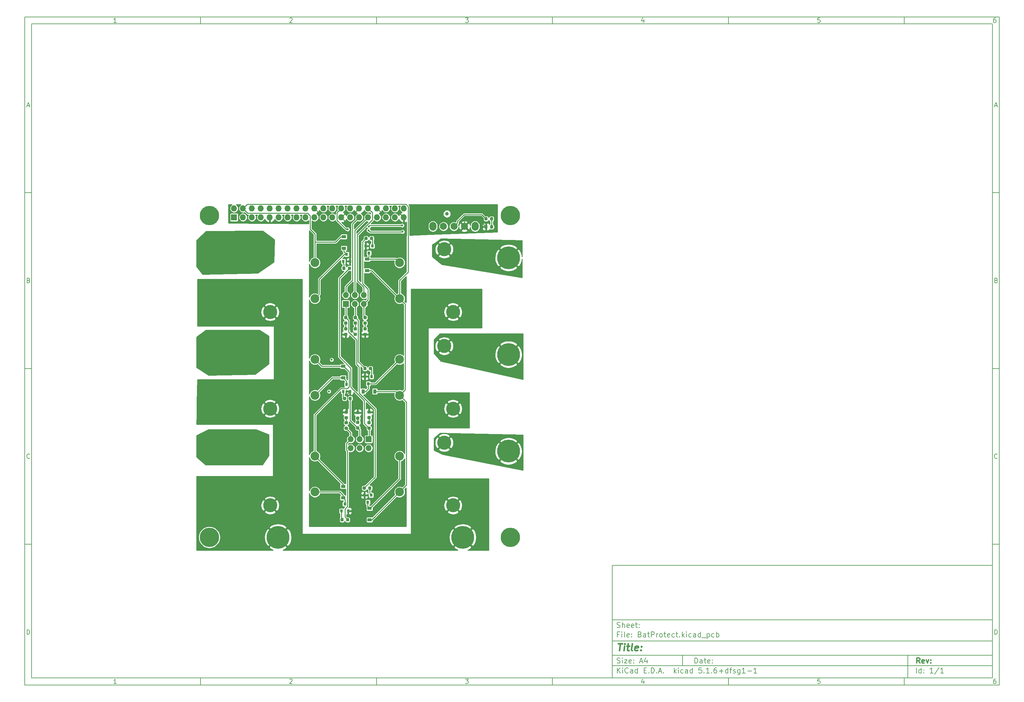
<source format=gbr>
G04 #@! TF.GenerationSoftware,KiCad,Pcbnew,5.1.6+dfsg1-1*
G04 #@! TF.CreationDate,2021-04-29T08:47:55+10:00*
G04 #@! TF.ProjectId,BatProtect,42617450-726f-4746-9563-742e6b696361,rev?*
G04 #@! TF.SameCoordinates,Original*
G04 #@! TF.FileFunction,Copper,L1,Top*
G04 #@! TF.FilePolarity,Positive*
%FSLAX45Y45*%
G04 Gerber Fmt 4.5, Leading zero omitted, Abs format (unit mm)*
G04 Created by KiCad (PCBNEW 5.1.6+dfsg1-1) date 2021-04-29 08:47:55*
%MOMM*%
%LPD*%
G01*
G04 APERTURE LIST*
%ADD10C,0.100000*%
%ADD11C,0.150000*%
%ADD12C,0.300000*%
%ADD13C,0.400000*%
G04 #@! TA.AperFunction,ComponentPad*
%ADD14O,1.700000X1.700000*%
G04 #@! TD*
G04 #@! TA.AperFunction,ComponentPad*
%ADD15R,1.700000X1.700000*%
G04 #@! TD*
G04 #@! TA.AperFunction,SMDPad,CuDef*
%ADD16R,1.220000X0.910000*%
G04 #@! TD*
G04 #@! TA.AperFunction,SMDPad,CuDef*
%ADD17R,0.910000X1.220000*%
G04 #@! TD*
G04 #@! TA.AperFunction,SMDPad,CuDef*
%ADD18C,1.000000*%
G04 #@! TD*
G04 #@! TA.AperFunction,SMDPad,CuDef*
%ADD19R,0.800000X0.900000*%
G04 #@! TD*
G04 #@! TA.AperFunction,ComponentPad*
%ADD20C,5.500000*%
G04 #@! TD*
G04 #@! TA.AperFunction,ComponentPad*
%ADD21O,1.727200X1.727200*%
G04 #@! TD*
G04 #@! TA.AperFunction,ComponentPad*
%ADD22R,1.727200X1.727200*%
G04 #@! TD*
G04 #@! TA.AperFunction,ComponentPad*
%ADD23C,4.000000*%
G04 #@! TD*
G04 #@! TA.AperFunction,ComponentPad*
%ADD24C,2.500000*%
G04 #@! TD*
G04 #@! TA.AperFunction,ComponentPad*
%ADD25C,6.500000*%
G04 #@! TD*
G04 #@! TA.AperFunction,ComponentPad*
%ADD26C,2.000000*%
G04 #@! TD*
G04 #@! TA.AperFunction,ComponentPad*
%ADD27O,2.000000X2.500000*%
G04 #@! TD*
G04 #@! TA.AperFunction,ViaPad*
%ADD28C,0.600000*%
G04 #@! TD*
G04 #@! TA.AperFunction,Conductor*
%ADD29C,0.250000*%
G04 #@! TD*
G04 #@! TA.AperFunction,Conductor*
%ADD30C,0.254000*%
G04 #@! TD*
G04 APERTURE END LIST*
D10*
D11*
X17700220Y-16600720D02*
X17700220Y-19800720D01*
X28500220Y-19800720D01*
X28500220Y-16600720D01*
X17700220Y-16600720D01*
D10*
D11*
X1000000Y-1000000D02*
X1000000Y-20000720D01*
X28700220Y-20000720D01*
X28700220Y-1000000D01*
X1000000Y-1000000D01*
D10*
D11*
X1200000Y-1200000D02*
X1200000Y-19800720D01*
X28500220Y-19800720D01*
X28500220Y-1200000D01*
X1200000Y-1200000D01*
D10*
D11*
X6000000Y-1200000D02*
X6000000Y-1000000D01*
D10*
D11*
X11000000Y-1200000D02*
X11000000Y-1000000D01*
D10*
D11*
X16000000Y-1200000D02*
X16000000Y-1000000D01*
D10*
D11*
X21000000Y-1200000D02*
X21000000Y-1000000D01*
D10*
D11*
X26000000Y-1200000D02*
X26000000Y-1000000D01*
D10*
D11*
X3606548Y-1158810D02*
X3532262Y-1158810D01*
X3569405Y-1158810D02*
X3569405Y-1028809D01*
X3557024Y-1047381D01*
X3544643Y-1059762D01*
X3532262Y-1065952D01*
D10*
D11*
X8532262Y-1041190D02*
X8538452Y-1035000D01*
X8550833Y-1028809D01*
X8581786Y-1028809D01*
X8594167Y-1035000D01*
X8600357Y-1041190D01*
X8606548Y-1053571D01*
X8606548Y-1065952D01*
X8600357Y-1084524D01*
X8526071Y-1158810D01*
X8606548Y-1158810D01*
D10*
D11*
X13526071Y-1028809D02*
X13606548Y-1028809D01*
X13563214Y-1078333D01*
X13581786Y-1078333D01*
X13594167Y-1084524D01*
X13600357Y-1090714D01*
X13606548Y-1103095D01*
X13606548Y-1134048D01*
X13600357Y-1146429D01*
X13594167Y-1152619D01*
X13581786Y-1158810D01*
X13544643Y-1158810D01*
X13532262Y-1152619D01*
X13526071Y-1146429D01*
D10*
D11*
X18594167Y-1072143D02*
X18594167Y-1158810D01*
X18563214Y-1022619D02*
X18532262Y-1115476D01*
X18612738Y-1115476D01*
D10*
D11*
X23600357Y-1028809D02*
X23538452Y-1028809D01*
X23532262Y-1090714D01*
X23538452Y-1084524D01*
X23550833Y-1078333D01*
X23581786Y-1078333D01*
X23594167Y-1084524D01*
X23600357Y-1090714D01*
X23606548Y-1103095D01*
X23606548Y-1134048D01*
X23600357Y-1146429D01*
X23594167Y-1152619D01*
X23581786Y-1158810D01*
X23550833Y-1158810D01*
X23538452Y-1152619D01*
X23532262Y-1146429D01*
D10*
D11*
X28594167Y-1028809D02*
X28569405Y-1028809D01*
X28557024Y-1035000D01*
X28550833Y-1041190D01*
X28538452Y-1059762D01*
X28532262Y-1084524D01*
X28532262Y-1134048D01*
X28538452Y-1146429D01*
X28544643Y-1152619D01*
X28557024Y-1158810D01*
X28581786Y-1158810D01*
X28594167Y-1152619D01*
X28600357Y-1146429D01*
X28606548Y-1134048D01*
X28606548Y-1103095D01*
X28600357Y-1090714D01*
X28594167Y-1084524D01*
X28581786Y-1078333D01*
X28557024Y-1078333D01*
X28544643Y-1084524D01*
X28538452Y-1090714D01*
X28532262Y-1103095D01*
D10*
D11*
X6000000Y-19800720D02*
X6000000Y-20000720D01*
D10*
D11*
X11000000Y-19800720D02*
X11000000Y-20000720D01*
D10*
D11*
X16000000Y-19800720D02*
X16000000Y-20000720D01*
D10*
D11*
X21000000Y-19800720D02*
X21000000Y-20000720D01*
D10*
D11*
X26000000Y-19800720D02*
X26000000Y-20000720D01*
D10*
D11*
X3606548Y-19959530D02*
X3532262Y-19959530D01*
X3569405Y-19959530D02*
X3569405Y-19829530D01*
X3557024Y-19848101D01*
X3544643Y-19860482D01*
X3532262Y-19866672D01*
D10*
D11*
X8532262Y-19841910D02*
X8538452Y-19835720D01*
X8550833Y-19829530D01*
X8581786Y-19829530D01*
X8594167Y-19835720D01*
X8600357Y-19841910D01*
X8606548Y-19854291D01*
X8606548Y-19866672D01*
X8600357Y-19885244D01*
X8526071Y-19959530D01*
X8606548Y-19959530D01*
D10*
D11*
X13526071Y-19829530D02*
X13606548Y-19829530D01*
X13563214Y-19879053D01*
X13581786Y-19879053D01*
X13594167Y-19885244D01*
X13600357Y-19891434D01*
X13606548Y-19903815D01*
X13606548Y-19934768D01*
X13600357Y-19947149D01*
X13594167Y-19953339D01*
X13581786Y-19959530D01*
X13544643Y-19959530D01*
X13532262Y-19953339D01*
X13526071Y-19947149D01*
D10*
D11*
X18594167Y-19872863D02*
X18594167Y-19959530D01*
X18563214Y-19823339D02*
X18532262Y-19916196D01*
X18612738Y-19916196D01*
D10*
D11*
X23600357Y-19829530D02*
X23538452Y-19829530D01*
X23532262Y-19891434D01*
X23538452Y-19885244D01*
X23550833Y-19879053D01*
X23581786Y-19879053D01*
X23594167Y-19885244D01*
X23600357Y-19891434D01*
X23606548Y-19903815D01*
X23606548Y-19934768D01*
X23600357Y-19947149D01*
X23594167Y-19953339D01*
X23581786Y-19959530D01*
X23550833Y-19959530D01*
X23538452Y-19953339D01*
X23532262Y-19947149D01*
D10*
D11*
X28594167Y-19829530D02*
X28569405Y-19829530D01*
X28557024Y-19835720D01*
X28550833Y-19841910D01*
X28538452Y-19860482D01*
X28532262Y-19885244D01*
X28532262Y-19934768D01*
X28538452Y-19947149D01*
X28544643Y-19953339D01*
X28557024Y-19959530D01*
X28581786Y-19959530D01*
X28594167Y-19953339D01*
X28600357Y-19947149D01*
X28606548Y-19934768D01*
X28606548Y-19903815D01*
X28600357Y-19891434D01*
X28594167Y-19885244D01*
X28581786Y-19879053D01*
X28557024Y-19879053D01*
X28544643Y-19885244D01*
X28538452Y-19891434D01*
X28532262Y-19903815D01*
D10*
D11*
X1000000Y-6000000D02*
X1200000Y-6000000D01*
D10*
D11*
X1000000Y-11000000D02*
X1200000Y-11000000D01*
D10*
D11*
X1000000Y-16000000D02*
X1200000Y-16000000D01*
D10*
D11*
X1069048Y-3521667D02*
X1130952Y-3521667D01*
X1056667Y-3558809D02*
X1100000Y-3428809D01*
X1143333Y-3558809D01*
D10*
D11*
X1109286Y-8490714D02*
X1127857Y-8496905D01*
X1134048Y-8503095D01*
X1140238Y-8515476D01*
X1140238Y-8534048D01*
X1134048Y-8546429D01*
X1127857Y-8552619D01*
X1115476Y-8558810D01*
X1065952Y-8558810D01*
X1065952Y-8428810D01*
X1109286Y-8428810D01*
X1121667Y-8435000D01*
X1127857Y-8441190D01*
X1134048Y-8453571D01*
X1134048Y-8465952D01*
X1127857Y-8478333D01*
X1121667Y-8484524D01*
X1109286Y-8490714D01*
X1065952Y-8490714D01*
D10*
D11*
X1140238Y-13546428D02*
X1134048Y-13552619D01*
X1115476Y-13558809D01*
X1103095Y-13558809D01*
X1084524Y-13552619D01*
X1072143Y-13540238D01*
X1065952Y-13527857D01*
X1059762Y-13503095D01*
X1059762Y-13484524D01*
X1065952Y-13459762D01*
X1072143Y-13447381D01*
X1084524Y-13435000D01*
X1103095Y-13428809D01*
X1115476Y-13428809D01*
X1134048Y-13435000D01*
X1140238Y-13441190D01*
D10*
D11*
X1065952Y-18558810D02*
X1065952Y-18428810D01*
X1096905Y-18428810D01*
X1115476Y-18435000D01*
X1127857Y-18447381D01*
X1134048Y-18459762D01*
X1140238Y-18484524D01*
X1140238Y-18503095D01*
X1134048Y-18527857D01*
X1127857Y-18540238D01*
X1115476Y-18552619D01*
X1096905Y-18558810D01*
X1065952Y-18558810D01*
D10*
D11*
X28700220Y-6000000D02*
X28500220Y-6000000D01*
D10*
D11*
X28700220Y-11000000D02*
X28500220Y-11000000D01*
D10*
D11*
X28700220Y-16000000D02*
X28500220Y-16000000D01*
D10*
D11*
X28569268Y-3521667D02*
X28631172Y-3521667D01*
X28556887Y-3558809D02*
X28600220Y-3428809D01*
X28643553Y-3558809D01*
D10*
D11*
X28609506Y-8490714D02*
X28628077Y-8496905D01*
X28634268Y-8503095D01*
X28640458Y-8515476D01*
X28640458Y-8534048D01*
X28634268Y-8546429D01*
X28628077Y-8552619D01*
X28615696Y-8558810D01*
X28566172Y-8558810D01*
X28566172Y-8428810D01*
X28609506Y-8428810D01*
X28621887Y-8435000D01*
X28628077Y-8441190D01*
X28634268Y-8453571D01*
X28634268Y-8465952D01*
X28628077Y-8478333D01*
X28621887Y-8484524D01*
X28609506Y-8490714D01*
X28566172Y-8490714D01*
D10*
D11*
X28640458Y-13546428D02*
X28634268Y-13552619D01*
X28615696Y-13558809D01*
X28603315Y-13558809D01*
X28584744Y-13552619D01*
X28572363Y-13540238D01*
X28566172Y-13527857D01*
X28559982Y-13503095D01*
X28559982Y-13484524D01*
X28566172Y-13459762D01*
X28572363Y-13447381D01*
X28584744Y-13435000D01*
X28603315Y-13428809D01*
X28615696Y-13428809D01*
X28634268Y-13435000D01*
X28640458Y-13441190D01*
D10*
D11*
X28566172Y-18558810D02*
X28566172Y-18428810D01*
X28597125Y-18428810D01*
X28615696Y-18435000D01*
X28628077Y-18447381D01*
X28634268Y-18459762D01*
X28640458Y-18484524D01*
X28640458Y-18503095D01*
X28634268Y-18527857D01*
X28628077Y-18540238D01*
X28615696Y-18552619D01*
X28597125Y-18558810D01*
X28566172Y-18558810D01*
D10*
D11*
X20043434Y-19378577D02*
X20043434Y-19228577D01*
X20079149Y-19228577D01*
X20100577Y-19235720D01*
X20114863Y-19250006D01*
X20122006Y-19264291D01*
X20129149Y-19292863D01*
X20129149Y-19314291D01*
X20122006Y-19342863D01*
X20114863Y-19357149D01*
X20100577Y-19371434D01*
X20079149Y-19378577D01*
X20043434Y-19378577D01*
X20257720Y-19378577D02*
X20257720Y-19300006D01*
X20250577Y-19285720D01*
X20236291Y-19278577D01*
X20207720Y-19278577D01*
X20193434Y-19285720D01*
X20257720Y-19371434D02*
X20243434Y-19378577D01*
X20207720Y-19378577D01*
X20193434Y-19371434D01*
X20186291Y-19357149D01*
X20186291Y-19342863D01*
X20193434Y-19328577D01*
X20207720Y-19321434D01*
X20243434Y-19321434D01*
X20257720Y-19314291D01*
X20307720Y-19278577D02*
X20364863Y-19278577D01*
X20329149Y-19228577D02*
X20329149Y-19357149D01*
X20336291Y-19371434D01*
X20350577Y-19378577D01*
X20364863Y-19378577D01*
X20472006Y-19371434D02*
X20457720Y-19378577D01*
X20429149Y-19378577D01*
X20414863Y-19371434D01*
X20407720Y-19357149D01*
X20407720Y-19300006D01*
X20414863Y-19285720D01*
X20429149Y-19278577D01*
X20457720Y-19278577D01*
X20472006Y-19285720D01*
X20479149Y-19300006D01*
X20479149Y-19314291D01*
X20407720Y-19328577D01*
X20543434Y-19364291D02*
X20550577Y-19371434D01*
X20543434Y-19378577D01*
X20536291Y-19371434D01*
X20543434Y-19364291D01*
X20543434Y-19378577D01*
X20543434Y-19285720D02*
X20550577Y-19292863D01*
X20543434Y-19300006D01*
X20536291Y-19292863D01*
X20543434Y-19285720D01*
X20543434Y-19300006D01*
D10*
D11*
X17700220Y-19450720D02*
X28500220Y-19450720D01*
D10*
D11*
X17843434Y-19658577D02*
X17843434Y-19508577D01*
X17929149Y-19658577D02*
X17864863Y-19572863D01*
X17929149Y-19508577D02*
X17843434Y-19594291D01*
X17993434Y-19658577D02*
X17993434Y-19558577D01*
X17993434Y-19508577D02*
X17986291Y-19515720D01*
X17993434Y-19522863D01*
X18000577Y-19515720D01*
X17993434Y-19508577D01*
X17993434Y-19522863D01*
X18150577Y-19644291D02*
X18143434Y-19651434D01*
X18122006Y-19658577D01*
X18107720Y-19658577D01*
X18086291Y-19651434D01*
X18072006Y-19637149D01*
X18064863Y-19622863D01*
X18057720Y-19594291D01*
X18057720Y-19572863D01*
X18064863Y-19544291D01*
X18072006Y-19530006D01*
X18086291Y-19515720D01*
X18107720Y-19508577D01*
X18122006Y-19508577D01*
X18143434Y-19515720D01*
X18150577Y-19522863D01*
X18279149Y-19658577D02*
X18279149Y-19580006D01*
X18272006Y-19565720D01*
X18257720Y-19558577D01*
X18229149Y-19558577D01*
X18214863Y-19565720D01*
X18279149Y-19651434D02*
X18264863Y-19658577D01*
X18229149Y-19658577D01*
X18214863Y-19651434D01*
X18207720Y-19637149D01*
X18207720Y-19622863D01*
X18214863Y-19608577D01*
X18229149Y-19601434D01*
X18264863Y-19601434D01*
X18279149Y-19594291D01*
X18414863Y-19658577D02*
X18414863Y-19508577D01*
X18414863Y-19651434D02*
X18400577Y-19658577D01*
X18372006Y-19658577D01*
X18357720Y-19651434D01*
X18350577Y-19644291D01*
X18343434Y-19630006D01*
X18343434Y-19587149D01*
X18350577Y-19572863D01*
X18357720Y-19565720D01*
X18372006Y-19558577D01*
X18400577Y-19558577D01*
X18414863Y-19565720D01*
X18600577Y-19580006D02*
X18650577Y-19580006D01*
X18672006Y-19658577D02*
X18600577Y-19658577D01*
X18600577Y-19508577D01*
X18672006Y-19508577D01*
X18736291Y-19644291D02*
X18743434Y-19651434D01*
X18736291Y-19658577D01*
X18729149Y-19651434D01*
X18736291Y-19644291D01*
X18736291Y-19658577D01*
X18807720Y-19658577D02*
X18807720Y-19508577D01*
X18843434Y-19508577D01*
X18864863Y-19515720D01*
X18879149Y-19530006D01*
X18886291Y-19544291D01*
X18893434Y-19572863D01*
X18893434Y-19594291D01*
X18886291Y-19622863D01*
X18879149Y-19637149D01*
X18864863Y-19651434D01*
X18843434Y-19658577D01*
X18807720Y-19658577D01*
X18957720Y-19644291D02*
X18964863Y-19651434D01*
X18957720Y-19658577D01*
X18950577Y-19651434D01*
X18957720Y-19644291D01*
X18957720Y-19658577D01*
X19022006Y-19615720D02*
X19093434Y-19615720D01*
X19007720Y-19658577D02*
X19057720Y-19508577D01*
X19107720Y-19658577D01*
X19157720Y-19644291D02*
X19164863Y-19651434D01*
X19157720Y-19658577D01*
X19150577Y-19651434D01*
X19157720Y-19644291D01*
X19157720Y-19658577D01*
X19457720Y-19658577D02*
X19457720Y-19508577D01*
X19472006Y-19601434D02*
X19514863Y-19658577D01*
X19514863Y-19558577D02*
X19457720Y-19615720D01*
X19579149Y-19658577D02*
X19579149Y-19558577D01*
X19579149Y-19508577D02*
X19572006Y-19515720D01*
X19579149Y-19522863D01*
X19586291Y-19515720D01*
X19579149Y-19508577D01*
X19579149Y-19522863D01*
X19714863Y-19651434D02*
X19700577Y-19658577D01*
X19672006Y-19658577D01*
X19657720Y-19651434D01*
X19650577Y-19644291D01*
X19643434Y-19630006D01*
X19643434Y-19587149D01*
X19650577Y-19572863D01*
X19657720Y-19565720D01*
X19672006Y-19558577D01*
X19700577Y-19558577D01*
X19714863Y-19565720D01*
X19843434Y-19658577D02*
X19843434Y-19580006D01*
X19836291Y-19565720D01*
X19822006Y-19558577D01*
X19793434Y-19558577D01*
X19779149Y-19565720D01*
X19843434Y-19651434D02*
X19829149Y-19658577D01*
X19793434Y-19658577D01*
X19779149Y-19651434D01*
X19772006Y-19637149D01*
X19772006Y-19622863D01*
X19779149Y-19608577D01*
X19793434Y-19601434D01*
X19829149Y-19601434D01*
X19843434Y-19594291D01*
X19979149Y-19658577D02*
X19979149Y-19508577D01*
X19979149Y-19651434D02*
X19964863Y-19658577D01*
X19936291Y-19658577D01*
X19922006Y-19651434D01*
X19914863Y-19644291D01*
X19907720Y-19630006D01*
X19907720Y-19587149D01*
X19914863Y-19572863D01*
X19922006Y-19565720D01*
X19936291Y-19558577D01*
X19964863Y-19558577D01*
X19979149Y-19565720D01*
X20236291Y-19508577D02*
X20164863Y-19508577D01*
X20157720Y-19580006D01*
X20164863Y-19572863D01*
X20179149Y-19565720D01*
X20214863Y-19565720D01*
X20229149Y-19572863D01*
X20236291Y-19580006D01*
X20243434Y-19594291D01*
X20243434Y-19630006D01*
X20236291Y-19644291D01*
X20229149Y-19651434D01*
X20214863Y-19658577D01*
X20179149Y-19658577D01*
X20164863Y-19651434D01*
X20157720Y-19644291D01*
X20307720Y-19644291D02*
X20314863Y-19651434D01*
X20307720Y-19658577D01*
X20300577Y-19651434D01*
X20307720Y-19644291D01*
X20307720Y-19658577D01*
X20457720Y-19658577D02*
X20372006Y-19658577D01*
X20414863Y-19658577D02*
X20414863Y-19508577D01*
X20400577Y-19530006D01*
X20386291Y-19544291D01*
X20372006Y-19551434D01*
X20522006Y-19644291D02*
X20529149Y-19651434D01*
X20522006Y-19658577D01*
X20514863Y-19651434D01*
X20522006Y-19644291D01*
X20522006Y-19658577D01*
X20657720Y-19508577D02*
X20629149Y-19508577D01*
X20614863Y-19515720D01*
X20607720Y-19522863D01*
X20593434Y-19544291D01*
X20586291Y-19572863D01*
X20586291Y-19630006D01*
X20593434Y-19644291D01*
X20600577Y-19651434D01*
X20614863Y-19658577D01*
X20643434Y-19658577D01*
X20657720Y-19651434D01*
X20664863Y-19644291D01*
X20672006Y-19630006D01*
X20672006Y-19594291D01*
X20664863Y-19580006D01*
X20657720Y-19572863D01*
X20643434Y-19565720D01*
X20614863Y-19565720D01*
X20600577Y-19572863D01*
X20593434Y-19580006D01*
X20586291Y-19594291D01*
X20736291Y-19601434D02*
X20850577Y-19601434D01*
X20793434Y-19658577D02*
X20793434Y-19544291D01*
X20986291Y-19658577D02*
X20986291Y-19508577D01*
X20986291Y-19651434D02*
X20972006Y-19658577D01*
X20943434Y-19658577D01*
X20929149Y-19651434D01*
X20922006Y-19644291D01*
X20914863Y-19630006D01*
X20914863Y-19587149D01*
X20922006Y-19572863D01*
X20929149Y-19565720D01*
X20943434Y-19558577D01*
X20972006Y-19558577D01*
X20986291Y-19565720D01*
X21036291Y-19558577D02*
X21093434Y-19558577D01*
X21057720Y-19658577D02*
X21057720Y-19530006D01*
X21064863Y-19515720D01*
X21079149Y-19508577D01*
X21093434Y-19508577D01*
X21136291Y-19651434D02*
X21150577Y-19658577D01*
X21179149Y-19658577D01*
X21193434Y-19651434D01*
X21200577Y-19637149D01*
X21200577Y-19630006D01*
X21193434Y-19615720D01*
X21179149Y-19608577D01*
X21157720Y-19608577D01*
X21143434Y-19601434D01*
X21136291Y-19587149D01*
X21136291Y-19580006D01*
X21143434Y-19565720D01*
X21157720Y-19558577D01*
X21179149Y-19558577D01*
X21193434Y-19565720D01*
X21329149Y-19558577D02*
X21329149Y-19680006D01*
X21322006Y-19694291D01*
X21314863Y-19701434D01*
X21300577Y-19708577D01*
X21279149Y-19708577D01*
X21264863Y-19701434D01*
X21329149Y-19651434D02*
X21314863Y-19658577D01*
X21286291Y-19658577D01*
X21272006Y-19651434D01*
X21264863Y-19644291D01*
X21257720Y-19630006D01*
X21257720Y-19587149D01*
X21264863Y-19572863D01*
X21272006Y-19565720D01*
X21286291Y-19558577D01*
X21314863Y-19558577D01*
X21329149Y-19565720D01*
X21479149Y-19658577D02*
X21393434Y-19658577D01*
X21436291Y-19658577D02*
X21436291Y-19508577D01*
X21422006Y-19530006D01*
X21407720Y-19544291D01*
X21393434Y-19551434D01*
X21543434Y-19601434D02*
X21657720Y-19601434D01*
X21807720Y-19658577D02*
X21722006Y-19658577D01*
X21764863Y-19658577D02*
X21764863Y-19508577D01*
X21750577Y-19530006D01*
X21736291Y-19544291D01*
X21722006Y-19551434D01*
D10*
D11*
X17700220Y-19150720D02*
X28500220Y-19150720D01*
D10*
D12*
X26441148Y-19378577D02*
X26391148Y-19307149D01*
X26355434Y-19378577D02*
X26355434Y-19228577D01*
X26412577Y-19228577D01*
X26426863Y-19235720D01*
X26434006Y-19242863D01*
X26441148Y-19257149D01*
X26441148Y-19278577D01*
X26434006Y-19292863D01*
X26426863Y-19300006D01*
X26412577Y-19307149D01*
X26355434Y-19307149D01*
X26562577Y-19371434D02*
X26548291Y-19378577D01*
X26519720Y-19378577D01*
X26505434Y-19371434D01*
X26498291Y-19357149D01*
X26498291Y-19300006D01*
X26505434Y-19285720D01*
X26519720Y-19278577D01*
X26548291Y-19278577D01*
X26562577Y-19285720D01*
X26569720Y-19300006D01*
X26569720Y-19314291D01*
X26498291Y-19328577D01*
X26619720Y-19278577D02*
X26655434Y-19378577D01*
X26691148Y-19278577D01*
X26748291Y-19364291D02*
X26755434Y-19371434D01*
X26748291Y-19378577D01*
X26741148Y-19371434D01*
X26748291Y-19364291D01*
X26748291Y-19378577D01*
X26748291Y-19285720D02*
X26755434Y-19292863D01*
X26748291Y-19300006D01*
X26741148Y-19292863D01*
X26748291Y-19285720D01*
X26748291Y-19300006D01*
D10*
D11*
X17836291Y-19371434D02*
X17857720Y-19378577D01*
X17893434Y-19378577D01*
X17907720Y-19371434D01*
X17914863Y-19364291D01*
X17922006Y-19350006D01*
X17922006Y-19335720D01*
X17914863Y-19321434D01*
X17907720Y-19314291D01*
X17893434Y-19307149D01*
X17864863Y-19300006D01*
X17850577Y-19292863D01*
X17843434Y-19285720D01*
X17836291Y-19271434D01*
X17836291Y-19257149D01*
X17843434Y-19242863D01*
X17850577Y-19235720D01*
X17864863Y-19228577D01*
X17900577Y-19228577D01*
X17922006Y-19235720D01*
X17986291Y-19378577D02*
X17986291Y-19278577D01*
X17986291Y-19228577D02*
X17979149Y-19235720D01*
X17986291Y-19242863D01*
X17993434Y-19235720D01*
X17986291Y-19228577D01*
X17986291Y-19242863D01*
X18043434Y-19278577D02*
X18122006Y-19278577D01*
X18043434Y-19378577D01*
X18122006Y-19378577D01*
X18236291Y-19371434D02*
X18222006Y-19378577D01*
X18193434Y-19378577D01*
X18179149Y-19371434D01*
X18172006Y-19357149D01*
X18172006Y-19300006D01*
X18179149Y-19285720D01*
X18193434Y-19278577D01*
X18222006Y-19278577D01*
X18236291Y-19285720D01*
X18243434Y-19300006D01*
X18243434Y-19314291D01*
X18172006Y-19328577D01*
X18307720Y-19364291D02*
X18314863Y-19371434D01*
X18307720Y-19378577D01*
X18300577Y-19371434D01*
X18307720Y-19364291D01*
X18307720Y-19378577D01*
X18307720Y-19285720D02*
X18314863Y-19292863D01*
X18307720Y-19300006D01*
X18300577Y-19292863D01*
X18307720Y-19285720D01*
X18307720Y-19300006D01*
X18486291Y-19335720D02*
X18557720Y-19335720D01*
X18472006Y-19378577D02*
X18522006Y-19228577D01*
X18572006Y-19378577D01*
X18686291Y-19278577D02*
X18686291Y-19378577D01*
X18650577Y-19221434D02*
X18614863Y-19328577D01*
X18707720Y-19328577D01*
D10*
D11*
X26343434Y-19658577D02*
X26343434Y-19508577D01*
X26479148Y-19658577D02*
X26479148Y-19508577D01*
X26479148Y-19651434D02*
X26464863Y-19658577D01*
X26436291Y-19658577D01*
X26422006Y-19651434D01*
X26414863Y-19644291D01*
X26407720Y-19630006D01*
X26407720Y-19587149D01*
X26414863Y-19572863D01*
X26422006Y-19565720D01*
X26436291Y-19558577D01*
X26464863Y-19558577D01*
X26479148Y-19565720D01*
X26550577Y-19644291D02*
X26557720Y-19651434D01*
X26550577Y-19658577D01*
X26543434Y-19651434D01*
X26550577Y-19644291D01*
X26550577Y-19658577D01*
X26550577Y-19565720D02*
X26557720Y-19572863D01*
X26550577Y-19580006D01*
X26543434Y-19572863D01*
X26550577Y-19565720D01*
X26550577Y-19580006D01*
X26814863Y-19658577D02*
X26729148Y-19658577D01*
X26772006Y-19658577D02*
X26772006Y-19508577D01*
X26757720Y-19530006D01*
X26743434Y-19544291D01*
X26729148Y-19551434D01*
X26986291Y-19501434D02*
X26857720Y-19694291D01*
X27114863Y-19658577D02*
X27029148Y-19658577D01*
X27072006Y-19658577D02*
X27072006Y-19508577D01*
X27057720Y-19530006D01*
X27043434Y-19544291D01*
X27029148Y-19551434D01*
D10*
D11*
X17700220Y-18750720D02*
X28500220Y-18750720D01*
D10*
D13*
X17871458Y-18821196D02*
X17985744Y-18821196D01*
X17903601Y-19021196D02*
X17928601Y-18821196D01*
X18027410Y-19021196D02*
X18044077Y-18887863D01*
X18052410Y-18821196D02*
X18041696Y-18830720D01*
X18050030Y-18840244D01*
X18060744Y-18830720D01*
X18052410Y-18821196D01*
X18050030Y-18840244D01*
X18110744Y-18887863D02*
X18186934Y-18887863D01*
X18147649Y-18821196D02*
X18126220Y-18992625D01*
X18133363Y-19011672D01*
X18151220Y-19021196D01*
X18170268Y-19021196D01*
X18265506Y-19021196D02*
X18247649Y-19011672D01*
X18240506Y-18992625D01*
X18261934Y-18821196D01*
X18419077Y-19011672D02*
X18398839Y-19021196D01*
X18360744Y-19021196D01*
X18342887Y-19011672D01*
X18335744Y-18992625D01*
X18345268Y-18916434D01*
X18357172Y-18897387D01*
X18377410Y-18887863D01*
X18415506Y-18887863D01*
X18433363Y-18897387D01*
X18440506Y-18916434D01*
X18438125Y-18935482D01*
X18340506Y-18954530D01*
X18515506Y-19002149D02*
X18523839Y-19011672D01*
X18513125Y-19021196D01*
X18504791Y-19011672D01*
X18515506Y-19002149D01*
X18513125Y-19021196D01*
X18528601Y-18897387D02*
X18536934Y-18906910D01*
X18526220Y-18916434D01*
X18517887Y-18906910D01*
X18528601Y-18897387D01*
X18526220Y-18916434D01*
D10*
D11*
X17893434Y-18560006D02*
X17843434Y-18560006D01*
X17843434Y-18638577D02*
X17843434Y-18488577D01*
X17914863Y-18488577D01*
X17972006Y-18638577D02*
X17972006Y-18538577D01*
X17972006Y-18488577D02*
X17964863Y-18495720D01*
X17972006Y-18502863D01*
X17979149Y-18495720D01*
X17972006Y-18488577D01*
X17972006Y-18502863D01*
X18064863Y-18638577D02*
X18050577Y-18631434D01*
X18043434Y-18617149D01*
X18043434Y-18488577D01*
X18179149Y-18631434D02*
X18164863Y-18638577D01*
X18136291Y-18638577D01*
X18122006Y-18631434D01*
X18114863Y-18617149D01*
X18114863Y-18560006D01*
X18122006Y-18545720D01*
X18136291Y-18538577D01*
X18164863Y-18538577D01*
X18179149Y-18545720D01*
X18186291Y-18560006D01*
X18186291Y-18574291D01*
X18114863Y-18588577D01*
X18250577Y-18624291D02*
X18257720Y-18631434D01*
X18250577Y-18638577D01*
X18243434Y-18631434D01*
X18250577Y-18624291D01*
X18250577Y-18638577D01*
X18250577Y-18545720D02*
X18257720Y-18552863D01*
X18250577Y-18560006D01*
X18243434Y-18552863D01*
X18250577Y-18545720D01*
X18250577Y-18560006D01*
X18486291Y-18560006D02*
X18507720Y-18567149D01*
X18514863Y-18574291D01*
X18522006Y-18588577D01*
X18522006Y-18610006D01*
X18514863Y-18624291D01*
X18507720Y-18631434D01*
X18493434Y-18638577D01*
X18436291Y-18638577D01*
X18436291Y-18488577D01*
X18486291Y-18488577D01*
X18500577Y-18495720D01*
X18507720Y-18502863D01*
X18514863Y-18517149D01*
X18514863Y-18531434D01*
X18507720Y-18545720D01*
X18500577Y-18552863D01*
X18486291Y-18560006D01*
X18436291Y-18560006D01*
X18650577Y-18638577D02*
X18650577Y-18560006D01*
X18643434Y-18545720D01*
X18629149Y-18538577D01*
X18600577Y-18538577D01*
X18586291Y-18545720D01*
X18650577Y-18631434D02*
X18636291Y-18638577D01*
X18600577Y-18638577D01*
X18586291Y-18631434D01*
X18579149Y-18617149D01*
X18579149Y-18602863D01*
X18586291Y-18588577D01*
X18600577Y-18581434D01*
X18636291Y-18581434D01*
X18650577Y-18574291D01*
X18700577Y-18538577D02*
X18757720Y-18538577D01*
X18722006Y-18488577D02*
X18722006Y-18617149D01*
X18729149Y-18631434D01*
X18743434Y-18638577D01*
X18757720Y-18638577D01*
X18807720Y-18638577D02*
X18807720Y-18488577D01*
X18864863Y-18488577D01*
X18879149Y-18495720D01*
X18886291Y-18502863D01*
X18893434Y-18517149D01*
X18893434Y-18538577D01*
X18886291Y-18552863D01*
X18879149Y-18560006D01*
X18864863Y-18567149D01*
X18807720Y-18567149D01*
X18957720Y-18638577D02*
X18957720Y-18538577D01*
X18957720Y-18567149D02*
X18964863Y-18552863D01*
X18972006Y-18545720D01*
X18986291Y-18538577D01*
X19000577Y-18538577D01*
X19072006Y-18638577D02*
X19057720Y-18631434D01*
X19050577Y-18624291D01*
X19043434Y-18610006D01*
X19043434Y-18567149D01*
X19050577Y-18552863D01*
X19057720Y-18545720D01*
X19072006Y-18538577D01*
X19093434Y-18538577D01*
X19107720Y-18545720D01*
X19114863Y-18552863D01*
X19122006Y-18567149D01*
X19122006Y-18610006D01*
X19114863Y-18624291D01*
X19107720Y-18631434D01*
X19093434Y-18638577D01*
X19072006Y-18638577D01*
X19164863Y-18538577D02*
X19222006Y-18538577D01*
X19186291Y-18488577D02*
X19186291Y-18617149D01*
X19193434Y-18631434D01*
X19207720Y-18638577D01*
X19222006Y-18638577D01*
X19329149Y-18631434D02*
X19314863Y-18638577D01*
X19286291Y-18638577D01*
X19272006Y-18631434D01*
X19264863Y-18617149D01*
X19264863Y-18560006D01*
X19272006Y-18545720D01*
X19286291Y-18538577D01*
X19314863Y-18538577D01*
X19329149Y-18545720D01*
X19336291Y-18560006D01*
X19336291Y-18574291D01*
X19264863Y-18588577D01*
X19464863Y-18631434D02*
X19450577Y-18638577D01*
X19422006Y-18638577D01*
X19407720Y-18631434D01*
X19400577Y-18624291D01*
X19393434Y-18610006D01*
X19393434Y-18567149D01*
X19400577Y-18552863D01*
X19407720Y-18545720D01*
X19422006Y-18538577D01*
X19450577Y-18538577D01*
X19464863Y-18545720D01*
X19507720Y-18538577D02*
X19564863Y-18538577D01*
X19529149Y-18488577D02*
X19529149Y-18617149D01*
X19536291Y-18631434D01*
X19550577Y-18638577D01*
X19564863Y-18638577D01*
X19614863Y-18624291D02*
X19622006Y-18631434D01*
X19614863Y-18638577D01*
X19607720Y-18631434D01*
X19614863Y-18624291D01*
X19614863Y-18638577D01*
X19686291Y-18638577D02*
X19686291Y-18488577D01*
X19700577Y-18581434D02*
X19743434Y-18638577D01*
X19743434Y-18538577D02*
X19686291Y-18595720D01*
X19807720Y-18638577D02*
X19807720Y-18538577D01*
X19807720Y-18488577D02*
X19800577Y-18495720D01*
X19807720Y-18502863D01*
X19814863Y-18495720D01*
X19807720Y-18488577D01*
X19807720Y-18502863D01*
X19943434Y-18631434D02*
X19929149Y-18638577D01*
X19900577Y-18638577D01*
X19886291Y-18631434D01*
X19879149Y-18624291D01*
X19872006Y-18610006D01*
X19872006Y-18567149D01*
X19879149Y-18552863D01*
X19886291Y-18545720D01*
X19900577Y-18538577D01*
X19929149Y-18538577D01*
X19943434Y-18545720D01*
X20072006Y-18638577D02*
X20072006Y-18560006D01*
X20064863Y-18545720D01*
X20050577Y-18538577D01*
X20022006Y-18538577D01*
X20007720Y-18545720D01*
X20072006Y-18631434D02*
X20057720Y-18638577D01*
X20022006Y-18638577D01*
X20007720Y-18631434D01*
X20000577Y-18617149D01*
X20000577Y-18602863D01*
X20007720Y-18588577D01*
X20022006Y-18581434D01*
X20057720Y-18581434D01*
X20072006Y-18574291D01*
X20207720Y-18638577D02*
X20207720Y-18488577D01*
X20207720Y-18631434D02*
X20193434Y-18638577D01*
X20164863Y-18638577D01*
X20150577Y-18631434D01*
X20143434Y-18624291D01*
X20136291Y-18610006D01*
X20136291Y-18567149D01*
X20143434Y-18552863D01*
X20150577Y-18545720D01*
X20164863Y-18538577D01*
X20193434Y-18538577D01*
X20207720Y-18545720D01*
X20243434Y-18652863D02*
X20357720Y-18652863D01*
X20393434Y-18538577D02*
X20393434Y-18688577D01*
X20393434Y-18545720D02*
X20407720Y-18538577D01*
X20436291Y-18538577D01*
X20450577Y-18545720D01*
X20457720Y-18552863D01*
X20464863Y-18567149D01*
X20464863Y-18610006D01*
X20457720Y-18624291D01*
X20450577Y-18631434D01*
X20436291Y-18638577D01*
X20407720Y-18638577D01*
X20393434Y-18631434D01*
X20593434Y-18631434D02*
X20579149Y-18638577D01*
X20550577Y-18638577D01*
X20536291Y-18631434D01*
X20529149Y-18624291D01*
X20522006Y-18610006D01*
X20522006Y-18567149D01*
X20529149Y-18552863D01*
X20536291Y-18545720D01*
X20550577Y-18538577D01*
X20579149Y-18538577D01*
X20593434Y-18545720D01*
X20657720Y-18638577D02*
X20657720Y-18488577D01*
X20657720Y-18545720D02*
X20672006Y-18538577D01*
X20700577Y-18538577D01*
X20714863Y-18545720D01*
X20722006Y-18552863D01*
X20729149Y-18567149D01*
X20729149Y-18610006D01*
X20722006Y-18624291D01*
X20714863Y-18631434D01*
X20700577Y-18638577D01*
X20672006Y-18638577D01*
X20657720Y-18631434D01*
D10*
D11*
X17700220Y-18150720D02*
X28500220Y-18150720D01*
D10*
D11*
X17836291Y-18361434D02*
X17857720Y-18368577D01*
X17893434Y-18368577D01*
X17907720Y-18361434D01*
X17914863Y-18354291D01*
X17922006Y-18340006D01*
X17922006Y-18325720D01*
X17914863Y-18311434D01*
X17907720Y-18304291D01*
X17893434Y-18297149D01*
X17864863Y-18290006D01*
X17850577Y-18282863D01*
X17843434Y-18275720D01*
X17836291Y-18261434D01*
X17836291Y-18247149D01*
X17843434Y-18232863D01*
X17850577Y-18225720D01*
X17864863Y-18218577D01*
X17900577Y-18218577D01*
X17922006Y-18225720D01*
X17986291Y-18368577D02*
X17986291Y-18218577D01*
X18050577Y-18368577D02*
X18050577Y-18290006D01*
X18043434Y-18275720D01*
X18029149Y-18268577D01*
X18007720Y-18268577D01*
X17993434Y-18275720D01*
X17986291Y-18282863D01*
X18179149Y-18361434D02*
X18164863Y-18368577D01*
X18136291Y-18368577D01*
X18122006Y-18361434D01*
X18114863Y-18347149D01*
X18114863Y-18290006D01*
X18122006Y-18275720D01*
X18136291Y-18268577D01*
X18164863Y-18268577D01*
X18179149Y-18275720D01*
X18186291Y-18290006D01*
X18186291Y-18304291D01*
X18114863Y-18318577D01*
X18307720Y-18361434D02*
X18293434Y-18368577D01*
X18264863Y-18368577D01*
X18250577Y-18361434D01*
X18243434Y-18347149D01*
X18243434Y-18290006D01*
X18250577Y-18275720D01*
X18264863Y-18268577D01*
X18293434Y-18268577D01*
X18307720Y-18275720D01*
X18314863Y-18290006D01*
X18314863Y-18304291D01*
X18243434Y-18318577D01*
X18357720Y-18268577D02*
X18414863Y-18268577D01*
X18379149Y-18218577D02*
X18379149Y-18347149D01*
X18386291Y-18361434D01*
X18400577Y-18368577D01*
X18414863Y-18368577D01*
X18464863Y-18354291D02*
X18472006Y-18361434D01*
X18464863Y-18368577D01*
X18457720Y-18361434D01*
X18464863Y-18354291D01*
X18464863Y-18368577D01*
X18464863Y-18275720D02*
X18472006Y-18282863D01*
X18464863Y-18290006D01*
X18457720Y-18282863D01*
X18464863Y-18275720D01*
X18464863Y-18290006D01*
D10*
D11*
X19700220Y-19150720D02*
X19700220Y-19450720D01*
D10*
D11*
X26100220Y-19150720D02*
X26100220Y-19800720D01*
D14*
X10636088Y-8908701D03*
X10636088Y-9162701D03*
X10382088Y-8908701D03*
X10382088Y-9162701D03*
X10128088Y-8908701D03*
D15*
X10128088Y-9162701D03*
G04 #@! TA.AperFunction,SMDPad,CuDef*
G36*
G01*
X10148476Y-9592678D02*
X10097226Y-9592678D01*
G75*
G02*
X10075351Y-9570803I0J21875D01*
G01*
X10075351Y-9527053D01*
G75*
G02*
X10097226Y-9505178I21875J0D01*
G01*
X10148476Y-9505178D01*
G75*
G02*
X10170351Y-9527053I0J-21875D01*
G01*
X10170351Y-9570803D01*
G75*
G02*
X10148476Y-9592678I-21875J0D01*
G01*
G37*
G04 #@! TD.AperFunction*
G04 #@! TA.AperFunction,SMDPad,CuDef*
G36*
G01*
X10148476Y-9750178D02*
X10097226Y-9750178D01*
G75*
G02*
X10075351Y-9728303I0J21875D01*
G01*
X10075351Y-9684553D01*
G75*
G02*
X10097226Y-9662678I21875J0D01*
G01*
X10148476Y-9662678D01*
G75*
G02*
X10170351Y-9684553I0J-21875D01*
G01*
X10170351Y-9728303D01*
G75*
G02*
X10148476Y-9750178I-21875J0D01*
G01*
G37*
G04 #@! TD.AperFunction*
G04 #@! TA.AperFunction,SMDPad,CuDef*
G36*
G01*
X10698476Y-9913928D02*
X10647226Y-9913928D01*
G75*
G02*
X10625351Y-9892053I0J21875D01*
G01*
X10625351Y-9848303D01*
G75*
G02*
X10647226Y-9826428I21875J0D01*
G01*
X10698476Y-9826428D01*
G75*
G02*
X10720351Y-9848303I0J-21875D01*
G01*
X10720351Y-9892053D01*
G75*
G02*
X10698476Y-9913928I-21875J0D01*
G01*
G37*
G04 #@! TD.AperFunction*
G04 #@! TA.AperFunction,SMDPad,CuDef*
G36*
G01*
X10698476Y-10071428D02*
X10647226Y-10071428D01*
G75*
G02*
X10625351Y-10049553I0J21875D01*
G01*
X10625351Y-10005803D01*
G75*
G02*
X10647226Y-9983928I21875J0D01*
G01*
X10698476Y-9983928D01*
G75*
G02*
X10720351Y-10005803I0J-21875D01*
G01*
X10720351Y-10049553D01*
G75*
G02*
X10698476Y-10071428I-21875J0D01*
G01*
G37*
G04 #@! TD.AperFunction*
G04 #@! TA.AperFunction,SMDPad,CuDef*
G36*
G01*
X10698476Y-9592678D02*
X10647226Y-9592678D01*
G75*
G02*
X10625351Y-9570803I0J21875D01*
G01*
X10625351Y-9527053D01*
G75*
G02*
X10647226Y-9505178I21875J0D01*
G01*
X10698476Y-9505178D01*
G75*
G02*
X10720351Y-9527053I0J-21875D01*
G01*
X10720351Y-9570803D01*
G75*
G02*
X10698476Y-9592678I-21875J0D01*
G01*
G37*
G04 #@! TD.AperFunction*
G04 #@! TA.AperFunction,SMDPad,CuDef*
G36*
G01*
X10698476Y-9750178D02*
X10647226Y-9750178D01*
G75*
G02*
X10625351Y-9728303I0J21875D01*
G01*
X10625351Y-9684553D01*
G75*
G02*
X10647226Y-9662678I21875J0D01*
G01*
X10698476Y-9662678D01*
G75*
G02*
X10720351Y-9684553I0J-21875D01*
G01*
X10720351Y-9728303D01*
G75*
G02*
X10698476Y-9750178I-21875J0D01*
G01*
G37*
G04 #@! TD.AperFunction*
G04 #@! TA.AperFunction,SMDPad,CuDef*
G36*
G01*
X10423476Y-9592678D02*
X10372226Y-9592678D01*
G75*
G02*
X10350351Y-9570803I0J21875D01*
G01*
X10350351Y-9527053D01*
G75*
G02*
X10372226Y-9505178I21875J0D01*
G01*
X10423476Y-9505178D01*
G75*
G02*
X10445351Y-9527053I0J-21875D01*
G01*
X10445351Y-9570803D01*
G75*
G02*
X10423476Y-9592678I-21875J0D01*
G01*
G37*
G04 #@! TD.AperFunction*
G04 #@! TA.AperFunction,SMDPad,CuDef*
G36*
G01*
X10423476Y-9750178D02*
X10372226Y-9750178D01*
G75*
G02*
X10350351Y-9728303I0J21875D01*
G01*
X10350351Y-9684553D01*
G75*
G02*
X10372226Y-9662678I21875J0D01*
G01*
X10423476Y-9662678D01*
G75*
G02*
X10445351Y-9684553I0J-21875D01*
G01*
X10445351Y-9728303D01*
G75*
G02*
X10423476Y-9750178I-21875J0D01*
G01*
G37*
G04 #@! TD.AperFunction*
G04 #@! TA.AperFunction,SMDPad,CuDef*
G36*
G01*
X10423476Y-9913928D02*
X10372226Y-9913928D01*
G75*
G02*
X10350351Y-9892053I0J21875D01*
G01*
X10350351Y-9848303D01*
G75*
G02*
X10372226Y-9826428I21875J0D01*
G01*
X10423476Y-9826428D01*
G75*
G02*
X10445351Y-9848303I0J-21875D01*
G01*
X10445351Y-9892053D01*
G75*
G02*
X10423476Y-9913928I-21875J0D01*
G01*
G37*
G04 #@! TD.AperFunction*
G04 #@! TA.AperFunction,SMDPad,CuDef*
G36*
G01*
X10423476Y-10071428D02*
X10372226Y-10071428D01*
G75*
G02*
X10350351Y-10049553I0J21875D01*
G01*
X10350351Y-10005803D01*
G75*
G02*
X10372226Y-9983928I21875J0D01*
G01*
X10423476Y-9983928D01*
G75*
G02*
X10445351Y-10005803I0J-21875D01*
G01*
X10445351Y-10049553D01*
G75*
G02*
X10423476Y-10071428I-21875J0D01*
G01*
G37*
G04 #@! TD.AperFunction*
G04 #@! TA.AperFunction,SMDPad,CuDef*
G36*
G01*
X10148476Y-9913928D02*
X10097226Y-9913928D01*
G75*
G02*
X10075351Y-9892053I0J21875D01*
G01*
X10075351Y-9848303D01*
G75*
G02*
X10097226Y-9826428I21875J0D01*
G01*
X10148476Y-9826428D01*
G75*
G02*
X10170351Y-9848303I0J-21875D01*
G01*
X10170351Y-9892053D01*
G75*
G02*
X10148476Y-9913928I-21875J0D01*
G01*
G37*
G04 #@! TD.AperFunction*
G04 #@! TA.AperFunction,SMDPad,CuDef*
G36*
G01*
X10148476Y-10071428D02*
X10097226Y-10071428D01*
G75*
G02*
X10075351Y-10049553I0J21875D01*
G01*
X10075351Y-10005803D01*
G75*
G02*
X10097226Y-9983928I21875J0D01*
G01*
X10148476Y-9983928D01*
G75*
G02*
X10170351Y-10005803I0J-21875D01*
G01*
X10170351Y-10049553D01*
G75*
G02*
X10148476Y-10071428I-21875J0D01*
G01*
G37*
G04 #@! TD.AperFunction*
G04 #@! TA.AperFunction,SMDPad,CuDef*
G36*
G01*
X10206250Y-11875625D02*
X10206250Y-11824375D01*
G75*
G02*
X10228125Y-11802500I21875J0D01*
G01*
X10271875Y-11802500D01*
G75*
G02*
X10293750Y-11824375I0J-21875D01*
G01*
X10293750Y-11875625D01*
G75*
G02*
X10271875Y-11897500I-21875J0D01*
G01*
X10228125Y-11897500D01*
G75*
G02*
X10206250Y-11875625I0J21875D01*
G01*
G37*
G04 #@! TD.AperFunction*
G04 #@! TA.AperFunction,SMDPad,CuDef*
G36*
G01*
X10048750Y-11875625D02*
X10048750Y-11824375D01*
G75*
G02*
X10070625Y-11802500I21875J0D01*
G01*
X10114375Y-11802500D01*
G75*
G02*
X10136250Y-11824375I0J-21875D01*
G01*
X10136250Y-11875625D01*
G75*
G02*
X10114375Y-11897500I-21875J0D01*
G01*
X10070625Y-11897500D01*
G75*
G02*
X10048750Y-11875625I0J21875D01*
G01*
G37*
G04 #@! TD.AperFunction*
G04 #@! TA.AperFunction,SMDPad,CuDef*
G36*
G01*
X10185000Y-8175625D02*
X10185000Y-8124375D01*
G75*
G02*
X10206875Y-8102500I21875J0D01*
G01*
X10250625Y-8102500D01*
G75*
G02*
X10272500Y-8124375I0J-21875D01*
G01*
X10272500Y-8175625D01*
G75*
G02*
X10250625Y-8197500I-21875J0D01*
G01*
X10206875Y-8197500D01*
G75*
G02*
X10185000Y-8175625I0J21875D01*
G01*
G37*
G04 #@! TD.AperFunction*
G04 #@! TA.AperFunction,SMDPad,CuDef*
G36*
G01*
X10027500Y-8175625D02*
X10027500Y-8124375D01*
G75*
G02*
X10049375Y-8102500I21875J0D01*
G01*
X10093125Y-8102500D01*
G75*
G02*
X10115000Y-8124375I0J-21875D01*
G01*
X10115000Y-8175625D01*
G75*
G02*
X10093125Y-8197500I-21875J0D01*
G01*
X10049375Y-8197500D01*
G75*
G02*
X10027500Y-8175625I0J21875D01*
G01*
G37*
G04 #@! TD.AperFunction*
D16*
X10072874Y-7577000D03*
X10072874Y-7250000D03*
X10734506Y-7888382D03*
X10734506Y-8215382D03*
G04 #@! TA.AperFunction,SMDPad,CuDef*
G36*
G01*
X10743750Y-7274375D02*
X10743750Y-7325625D01*
G75*
G02*
X10721875Y-7347500I-21875J0D01*
G01*
X10678125Y-7347500D01*
G75*
G02*
X10656250Y-7325625I0J21875D01*
G01*
X10656250Y-7274375D01*
G75*
G02*
X10678125Y-7252500I21875J0D01*
G01*
X10721875Y-7252500D01*
G75*
G02*
X10743750Y-7274375I0J-21875D01*
G01*
G37*
G04 #@! TD.AperFunction*
G04 #@! TA.AperFunction,SMDPad,CuDef*
G36*
G01*
X10901250Y-7274375D02*
X10901250Y-7325625D01*
G75*
G02*
X10879375Y-7347500I-21875J0D01*
G01*
X10835625Y-7347500D01*
G75*
G02*
X10813750Y-7325625I0J21875D01*
G01*
X10813750Y-7274375D01*
G75*
G02*
X10835625Y-7252500I21875J0D01*
G01*
X10879375Y-7252500D01*
G75*
G02*
X10901250Y-7274375I0J-21875D01*
G01*
G37*
G04 #@! TD.AperFunction*
D17*
X10623000Y-11650000D03*
X10950000Y-11650000D03*
G04 #@! TA.AperFunction,SMDPad,CuDef*
G36*
G01*
X10715000Y-10974375D02*
X10715000Y-11025625D01*
G75*
G02*
X10693125Y-11047500I-21875J0D01*
G01*
X10649375Y-11047500D01*
G75*
G02*
X10627500Y-11025625I0J21875D01*
G01*
X10627500Y-10974375D01*
G75*
G02*
X10649375Y-10952500I21875J0D01*
G01*
X10693125Y-10952500D01*
G75*
G02*
X10715000Y-10974375I0J-21875D01*
G01*
G37*
G04 #@! TD.AperFunction*
G04 #@! TA.AperFunction,SMDPad,CuDef*
G36*
G01*
X10872500Y-10974375D02*
X10872500Y-11025625D01*
G75*
G02*
X10850625Y-11047500I-21875J0D01*
G01*
X10806875Y-11047500D01*
G75*
G02*
X10785000Y-11025625I0J21875D01*
G01*
X10785000Y-10974375D01*
G75*
G02*
X10806875Y-10952500I21875J0D01*
G01*
X10850625Y-10952500D01*
G75*
G02*
X10872500Y-10974375I0J-21875D01*
G01*
G37*
G04 #@! TD.AperFunction*
D16*
X10800000Y-14973000D03*
X10800000Y-15300000D03*
G04 #@! TA.AperFunction,SMDPad,CuDef*
G36*
G01*
X10693750Y-14374375D02*
X10693750Y-14425625D01*
G75*
G02*
X10671875Y-14447500I-21875J0D01*
G01*
X10628125Y-14447500D01*
G75*
G02*
X10606250Y-14425625I0J21875D01*
G01*
X10606250Y-14374375D01*
G75*
G02*
X10628125Y-14352500I21875J0D01*
G01*
X10671875Y-14352500D01*
G75*
G02*
X10693750Y-14374375I0J-21875D01*
G01*
G37*
G04 #@! TD.AperFunction*
G04 #@! TA.AperFunction,SMDPad,CuDef*
G36*
G01*
X10851250Y-14374375D02*
X10851250Y-14425625D01*
G75*
G02*
X10829375Y-14447500I-21875J0D01*
G01*
X10785625Y-14447500D01*
G75*
G02*
X10763750Y-14425625I0J21875D01*
G01*
X10763750Y-14374375D01*
G75*
G02*
X10785625Y-14352500I21875J0D01*
G01*
X10829375Y-14352500D01*
G75*
G02*
X10851250Y-14374375I0J-21875D01*
G01*
G37*
G04 #@! TD.AperFunction*
X10050000Y-11263500D03*
X10050000Y-10936500D03*
X10050000Y-14677000D03*
X10050000Y-14350000D03*
G04 #@! TA.AperFunction,SMDPad,CuDef*
G36*
G01*
X10135000Y-15325625D02*
X10135000Y-15274375D01*
G75*
G02*
X10156875Y-15252500I21875J0D01*
G01*
X10200625Y-15252500D01*
G75*
G02*
X10222500Y-15274375I0J-21875D01*
G01*
X10222500Y-15325625D01*
G75*
G02*
X10200625Y-15347500I-21875J0D01*
G01*
X10156875Y-15347500D01*
G75*
G02*
X10135000Y-15325625I0J21875D01*
G01*
G37*
G04 #@! TD.AperFunction*
G04 #@! TA.AperFunction,SMDPad,CuDef*
G36*
G01*
X9977500Y-15325625D02*
X9977500Y-15274375D01*
G75*
G02*
X9999375Y-15252500I21875J0D01*
G01*
X10043125Y-15252500D01*
G75*
G02*
X10065000Y-15274375I0J-21875D01*
G01*
X10065000Y-15325625D01*
G75*
G02*
X10043125Y-15347500I-21875J0D01*
G01*
X9999375Y-15347500D01*
G75*
G02*
X9977500Y-15325625I0J21875D01*
G01*
G37*
G04 #@! TD.AperFunction*
D18*
X13000000Y-6600000D03*
D14*
X10265233Y-13263859D03*
X10265233Y-13009859D03*
X10519233Y-13263859D03*
X10519233Y-13009859D03*
X10773233Y-13263859D03*
D15*
X10773233Y-13009859D03*
G04 #@! TA.AperFunction,SMDPad,CuDef*
G36*
G01*
X10112659Y-12655049D02*
X10163909Y-12655049D01*
G75*
G02*
X10185784Y-12676924I0J-21875D01*
G01*
X10185784Y-12720674D01*
G75*
G02*
X10163909Y-12742549I-21875J0D01*
G01*
X10112659Y-12742549D01*
G75*
G02*
X10090784Y-12720674I0J21875D01*
G01*
X10090784Y-12676924D01*
G75*
G02*
X10112659Y-12655049I21875J0D01*
G01*
G37*
G04 #@! TD.AperFunction*
G04 #@! TA.AperFunction,SMDPad,CuDef*
G36*
G01*
X10112659Y-12497549D02*
X10163909Y-12497549D01*
G75*
G02*
X10185784Y-12519424I0J-21875D01*
G01*
X10185784Y-12563174D01*
G75*
G02*
X10163909Y-12585049I-21875J0D01*
G01*
X10112659Y-12585049D01*
G75*
G02*
X10090784Y-12563174I0J21875D01*
G01*
X10090784Y-12519424D01*
G75*
G02*
X10112659Y-12497549I21875J0D01*
G01*
G37*
G04 #@! TD.AperFunction*
G04 #@! TA.AperFunction,SMDPad,CuDef*
G36*
G01*
X10439191Y-12647109D02*
X10490441Y-12647109D01*
G75*
G02*
X10512316Y-12668984I0J-21875D01*
G01*
X10512316Y-12712734D01*
G75*
G02*
X10490441Y-12734609I-21875J0D01*
G01*
X10439191Y-12734609D01*
G75*
G02*
X10417316Y-12712734I0J21875D01*
G01*
X10417316Y-12668984D01*
G75*
G02*
X10439191Y-12647109I21875J0D01*
G01*
G37*
G04 #@! TD.AperFunction*
G04 #@! TA.AperFunction,SMDPad,CuDef*
G36*
G01*
X10439191Y-12489609D02*
X10490441Y-12489609D01*
G75*
G02*
X10512316Y-12511484I0J-21875D01*
G01*
X10512316Y-12555234D01*
G75*
G02*
X10490441Y-12577109I-21875J0D01*
G01*
X10439191Y-12577109D01*
G75*
G02*
X10417316Y-12555234I0J21875D01*
G01*
X10417316Y-12511484D01*
G75*
G02*
X10439191Y-12489609I21875J0D01*
G01*
G37*
G04 #@! TD.AperFunction*
G04 #@! TA.AperFunction,SMDPad,CuDef*
G36*
G01*
X10762659Y-12651299D02*
X10813909Y-12651299D01*
G75*
G02*
X10835784Y-12673174I0J-21875D01*
G01*
X10835784Y-12716924D01*
G75*
G02*
X10813909Y-12738799I-21875J0D01*
G01*
X10762659Y-12738799D01*
G75*
G02*
X10740784Y-12716924I0J21875D01*
G01*
X10740784Y-12673174D01*
G75*
G02*
X10762659Y-12651299I21875J0D01*
G01*
G37*
G04 #@! TD.AperFunction*
G04 #@! TA.AperFunction,SMDPad,CuDef*
G36*
G01*
X10762659Y-12493799D02*
X10813909Y-12493799D01*
G75*
G02*
X10835784Y-12515674I0J-21875D01*
G01*
X10835784Y-12559424D01*
G75*
G02*
X10813909Y-12581299I-21875J0D01*
G01*
X10762659Y-12581299D01*
G75*
G02*
X10740784Y-12559424I0J21875D01*
G01*
X10740784Y-12515674D01*
G75*
G02*
X10762659Y-12493799I21875J0D01*
G01*
G37*
G04 #@! TD.AperFunction*
G04 #@! TA.AperFunction,SMDPad,CuDef*
G36*
G01*
X10112659Y-12355049D02*
X10163909Y-12355049D01*
G75*
G02*
X10185784Y-12376924I0J-21875D01*
G01*
X10185784Y-12420674D01*
G75*
G02*
X10163909Y-12442549I-21875J0D01*
G01*
X10112659Y-12442549D01*
G75*
G02*
X10090784Y-12420674I0J21875D01*
G01*
X10090784Y-12376924D01*
G75*
G02*
X10112659Y-12355049I21875J0D01*
G01*
G37*
G04 #@! TD.AperFunction*
G04 #@! TA.AperFunction,SMDPad,CuDef*
G36*
G01*
X10112659Y-12197549D02*
X10163909Y-12197549D01*
G75*
G02*
X10185784Y-12219424I0J-21875D01*
G01*
X10185784Y-12263174D01*
G75*
G02*
X10163909Y-12285049I-21875J0D01*
G01*
X10112659Y-12285049D01*
G75*
G02*
X10090784Y-12263174I0J21875D01*
G01*
X10090784Y-12219424D01*
G75*
G02*
X10112659Y-12197549I21875J0D01*
G01*
G37*
G04 #@! TD.AperFunction*
G04 #@! TA.AperFunction,SMDPad,CuDef*
G36*
G01*
X10439191Y-12368359D02*
X10490441Y-12368359D01*
G75*
G02*
X10512316Y-12390234I0J-21875D01*
G01*
X10512316Y-12433984D01*
G75*
G02*
X10490441Y-12455859I-21875J0D01*
G01*
X10439191Y-12455859D01*
G75*
G02*
X10417316Y-12433984I0J21875D01*
G01*
X10417316Y-12390234D01*
G75*
G02*
X10439191Y-12368359I21875J0D01*
G01*
G37*
G04 #@! TD.AperFunction*
G04 #@! TA.AperFunction,SMDPad,CuDef*
G36*
G01*
X10439191Y-12210859D02*
X10490441Y-12210859D01*
G75*
G02*
X10512316Y-12232734I0J-21875D01*
G01*
X10512316Y-12276484D01*
G75*
G02*
X10490441Y-12298359I-21875J0D01*
G01*
X10439191Y-12298359D01*
G75*
G02*
X10417316Y-12276484I0J21875D01*
G01*
X10417316Y-12232734D01*
G75*
G02*
X10439191Y-12210859I21875J0D01*
G01*
G37*
G04 #@! TD.AperFunction*
G04 #@! TA.AperFunction,SMDPad,CuDef*
G36*
G01*
X10762659Y-12351299D02*
X10813909Y-12351299D01*
G75*
G02*
X10835784Y-12373174I0J-21875D01*
G01*
X10835784Y-12416924D01*
G75*
G02*
X10813909Y-12438799I-21875J0D01*
G01*
X10762659Y-12438799D01*
G75*
G02*
X10740784Y-12416924I0J21875D01*
G01*
X10740784Y-12373174D01*
G75*
G02*
X10762659Y-12351299I21875J0D01*
G01*
G37*
G04 #@! TD.AperFunction*
G04 #@! TA.AperFunction,SMDPad,CuDef*
G36*
G01*
X10762659Y-12193799D02*
X10813909Y-12193799D01*
G75*
G02*
X10835784Y-12215674I0J-21875D01*
G01*
X10835784Y-12259424D01*
G75*
G02*
X10813909Y-12281299I-21875J0D01*
G01*
X10762659Y-12281299D01*
G75*
G02*
X10740784Y-12259424I0J21875D01*
G01*
X10740784Y-12215674D01*
G75*
G02*
X10762659Y-12193799I21875J0D01*
G01*
G37*
G04 #@! TD.AperFunction*
D19*
X10150000Y-7750000D03*
X10245000Y-7950000D03*
X10055000Y-7950000D03*
X10784506Y-7715382D03*
X10689506Y-7515382D03*
X10879506Y-7515382D03*
X10764109Y-11428930D03*
X10669109Y-11228930D03*
X10859109Y-11228930D03*
X10750000Y-14800000D03*
X10655000Y-14600000D03*
X10845000Y-14600000D03*
X10150000Y-11450000D03*
X10245000Y-11650000D03*
X10055000Y-11650000D03*
X10100000Y-14850000D03*
X10195000Y-15050000D03*
X10005000Y-15050000D03*
D20*
X6200000Y-10350000D03*
X6200000Y-7600000D03*
X6200000Y-13100000D03*
D21*
X11776000Y-6446000D03*
X11776000Y-6700000D03*
X11522000Y-6446000D03*
X11522000Y-6700000D03*
X11268000Y-6446000D03*
X11268000Y-6700000D03*
X11014000Y-6446000D03*
X11014000Y-6700000D03*
X10760000Y-6446000D03*
X10760000Y-6700000D03*
X10506000Y-6446000D03*
X10506000Y-6700000D03*
X10252000Y-6446000D03*
X10252000Y-6700000D03*
X9998000Y-6446000D03*
X9998000Y-6700000D03*
X9744000Y-6446000D03*
X9744000Y-6700000D03*
X9490000Y-6446000D03*
X9490000Y-6700000D03*
X9236000Y-6446000D03*
X9236000Y-6700000D03*
X8982000Y-6446000D03*
X8982000Y-6700000D03*
X8728000Y-6446000D03*
X8728000Y-6700000D03*
X8474000Y-6446000D03*
X8474000Y-6700000D03*
X8220000Y-6446000D03*
X8220000Y-6700000D03*
X7966000Y-6446000D03*
X7966000Y-6700000D03*
X7712000Y-6446000D03*
X7712000Y-6700000D03*
X7458000Y-6446000D03*
X7458000Y-6700000D03*
X7204000Y-6446000D03*
X7204000Y-6700000D03*
X6950000Y-6446000D03*
D22*
X6950000Y-6700000D03*
D20*
X6250000Y-6650000D03*
X14800000Y-6650000D03*
X14800000Y-15800000D03*
X6250000Y-15800000D03*
D23*
X13174000Y-9390000D03*
X12924000Y-7610000D03*
D24*
X11654000Y-9010000D03*
X11654000Y-7990000D03*
X9246000Y-9010000D03*
X9246000Y-7990000D03*
D23*
X7976000Y-9390000D03*
X7726000Y-7610000D03*
X13174000Y-12140000D03*
X12924000Y-10360000D03*
D24*
X11654000Y-11760000D03*
X11654000Y-10740000D03*
X11654000Y-13490000D03*
X11654000Y-14510000D03*
D23*
X12924000Y-13110000D03*
X13174000Y-14890000D03*
X7726000Y-10360000D03*
X7976000Y-12140000D03*
D24*
X9246000Y-10740000D03*
X9246000Y-11760000D03*
X9246000Y-14510000D03*
X9246000Y-13490000D03*
D23*
X7976000Y-14890000D03*
X7726000Y-13110000D03*
D25*
X8200000Y-15800000D03*
X14750000Y-7850000D03*
X14750000Y-13350000D03*
X13450000Y-15800000D03*
X14750000Y-10600000D03*
G04 #@! TA.AperFunction,SMDPad,CuDef*
G36*
G01*
X14067500Y-6995625D02*
X14067500Y-6944375D01*
G75*
G02*
X14089375Y-6922500I21875J0D01*
G01*
X14133125Y-6922500D01*
G75*
G02*
X14155000Y-6944375I0J-21875D01*
G01*
X14155000Y-6995625D01*
G75*
G02*
X14133125Y-7017500I-21875J0D01*
G01*
X14089375Y-7017500D01*
G75*
G02*
X14067500Y-6995625I0J21875D01*
G01*
G37*
G04 #@! TD.AperFunction*
G04 #@! TA.AperFunction,SMDPad,CuDef*
G36*
G01*
X14225000Y-6995625D02*
X14225000Y-6944375D01*
G75*
G02*
X14246875Y-6922500I21875J0D01*
G01*
X14290625Y-6922500D01*
G75*
G02*
X14312500Y-6944375I0J-21875D01*
G01*
X14312500Y-6995625D01*
G75*
G02*
X14290625Y-7017500I-21875J0D01*
G01*
X14246875Y-7017500D01*
G75*
G02*
X14225000Y-6995625I0J21875D01*
G01*
G37*
G04 #@! TD.AperFunction*
G04 #@! TA.AperFunction,SMDPad,CuDef*
G36*
G01*
X14311250Y-6714375D02*
X14311250Y-6765625D01*
G75*
G02*
X14289375Y-6787500I-21875J0D01*
G01*
X14245625Y-6787500D01*
G75*
G02*
X14223750Y-6765625I0J21875D01*
G01*
X14223750Y-6714375D01*
G75*
G02*
X14245625Y-6692500I21875J0D01*
G01*
X14289375Y-6692500D01*
G75*
G02*
X14311250Y-6714375I0J-21875D01*
G01*
G37*
G04 #@! TD.AperFunction*
G04 #@! TA.AperFunction,SMDPad,CuDef*
G36*
G01*
X14153750Y-6714375D02*
X14153750Y-6765625D01*
G75*
G02*
X14131875Y-6787500I-21875J0D01*
G01*
X14088125Y-6787500D01*
G75*
G02*
X14066250Y-6765625I0J21875D01*
G01*
X14066250Y-6714375D01*
G75*
G02*
X14088125Y-6692500I21875J0D01*
G01*
X14131875Y-6692500D01*
G75*
G02*
X14153750Y-6714375I0J-21875D01*
G01*
G37*
G04 #@! TD.AperFunction*
D26*
X13200000Y-6957500D03*
X12900000Y-6957500D03*
D27*
X12600000Y-6957500D03*
X13800000Y-6957500D03*
D26*
X13500000Y-6957500D03*
D28*
X9725000Y-10750000D03*
X9650000Y-11650000D03*
X10734506Y-8215382D03*
X11500000Y-7700000D03*
X11500000Y-8350000D03*
X11250000Y-9150000D03*
X11650000Y-11300000D03*
X11450000Y-12000000D03*
X11150000Y-14150000D03*
X11700000Y-15200000D03*
X9350000Y-15200000D03*
X9200000Y-13850000D03*
X9650000Y-12650000D03*
X9150000Y-12100000D03*
X9650000Y-13250000D03*
X10850000Y-13700000D03*
X10400000Y-15300000D03*
X10380000Y-11010000D03*
X9280000Y-10310000D03*
X9240000Y-9370000D03*
X9150000Y-8450000D03*
X9850000Y-8500000D03*
X9550000Y-7100000D03*
X10500000Y-12000000D03*
X10250000Y-9350000D03*
X10550000Y-9400000D03*
X10250000Y-8700000D03*
X10500000Y-8700000D03*
X10150000Y-10450000D03*
X9650000Y-7700000D03*
X10250000Y-8450000D03*
X10580000Y-7240000D03*
X11510000Y-7010000D03*
X10170000Y-6890000D03*
X10210000Y-7410000D03*
X10950000Y-8500000D03*
X10950000Y-8150000D03*
X10950000Y-10775000D03*
X10950000Y-11975000D03*
X10875000Y-12825000D03*
X10575000Y-12625000D03*
X10750000Y-12075000D03*
X10400000Y-11850000D03*
X9950000Y-11825000D03*
X10050000Y-12050000D03*
X9125000Y-13300000D03*
X11125000Y-6850000D03*
X11050000Y-12350000D03*
X11410140Y-6564860D03*
X10680000Y-7650000D03*
X10420000Y-6930000D03*
X10600000Y-6950000D03*
X9140000Y-7250000D03*
X9160000Y-7770000D03*
X11780000Y-8630000D03*
X11560000Y-10110000D03*
X11320000Y-13070000D03*
X10400000Y-14650000D03*
X9140000Y-11090000D03*
X9820000Y-11130000D03*
X10040000Y-9390000D03*
X10040000Y-8610000D03*
X10300000Y-9790000D03*
X10680000Y-10230000D03*
X10380000Y-11450000D03*
X10600000Y-11430000D03*
X10740000Y-11770000D03*
X10280000Y-12670000D03*
X10120000Y-12890000D03*
X10980000Y-14590000D03*
X11360000Y-14630000D03*
X11700000Y-14290000D03*
X10400000Y-14030000D03*
X10080000Y-14490000D03*
X9960000Y-14830000D03*
X13600000Y-6390000D03*
X12060000Y-6410000D03*
X14360000Y-7090000D03*
X12320000Y-7010000D03*
X6250000Y-14450000D03*
X8450000Y-14250000D03*
X8450000Y-13300000D03*
X6100000Y-12400000D03*
X6150000Y-11500000D03*
X8350000Y-11250000D03*
X8500000Y-10050000D03*
X6100000Y-8700000D03*
X7050000Y-9150000D03*
X6150000Y-9650000D03*
X8750000Y-8600000D03*
X7700000Y-8600000D03*
X8000000Y-11400000D03*
X7050000Y-11950000D03*
X7400000Y-15900000D03*
X6950000Y-15200000D03*
X6150000Y-15150000D03*
X8800000Y-16000000D03*
X8500000Y-14900000D03*
X8600000Y-12700000D03*
X8700000Y-11700000D03*
X8250000Y-9750000D03*
X8600000Y-9100000D03*
X10770000Y-7070000D03*
X11740000Y-7110000D03*
X10180000Y-7040000D03*
X10780000Y-6960000D03*
X11730000Y-6930000D03*
X13675000Y-9675000D03*
X12375000Y-9000000D03*
X12300000Y-10275000D03*
X12275000Y-12275000D03*
X12300000Y-14650000D03*
X14025000Y-14350000D03*
X10600000Y-16025000D03*
X12025000Y-16100000D03*
X7050000Y-15825000D03*
D29*
X10859382Y-8215382D02*
X11654000Y-9010000D01*
X10734506Y-8215382D02*
X10859382Y-8215382D01*
X9442500Y-10936500D02*
X9246000Y-10740000D01*
X10050000Y-10936500D02*
X9442500Y-10936500D01*
X10050000Y-14294000D02*
X10050000Y-14350000D01*
X9246000Y-13490000D02*
X10050000Y-14294000D01*
X10864000Y-15300000D02*
X10800000Y-15300000D01*
X11654000Y-14510000D02*
X10864000Y-15300000D01*
X11544000Y-11650000D02*
X11654000Y-11760000D01*
X10950000Y-11650000D02*
X11544000Y-11650000D01*
X9246000Y-12315500D02*
X9246000Y-13313223D01*
X9989000Y-11572500D02*
X9246000Y-12315500D01*
X9246000Y-13313223D02*
X9246000Y-13490000D01*
X10171000Y-11572500D02*
X9989000Y-11572500D01*
X10222500Y-11521000D02*
X10171000Y-11572500D01*
X10222500Y-11093500D02*
X10222500Y-11521000D01*
X10065500Y-10936500D02*
X10222500Y-11093500D01*
X10050000Y-10936500D02*
X10065500Y-10936500D01*
X11850000Y-11956000D02*
X11779000Y-11885000D01*
X11654000Y-14510000D02*
X11850000Y-14314000D01*
X11779000Y-11885000D02*
X11654000Y-11760000D01*
X11850000Y-14314000D02*
X11850000Y-11956000D01*
X11779000Y-9135000D02*
X11654000Y-9010000D01*
X11811500Y-9167500D02*
X11779000Y-9135000D01*
X11811500Y-11602500D02*
X11811500Y-9167500D01*
X11654000Y-11760000D02*
X11811500Y-11602500D01*
X10072874Y-7250000D02*
X9986874Y-7250000D01*
X9986874Y-7250000D02*
X9836874Y-7400000D01*
X9836874Y-7400000D02*
X9246000Y-7400000D01*
X9246000Y-7400000D02*
X9246000Y-7990000D01*
X9117140Y-6659227D02*
X9117140Y-7042140D01*
X9039053Y-6581140D02*
X9117140Y-6659227D01*
X7339140Y-6581140D02*
X9039053Y-6581140D01*
X7204000Y-6446000D02*
X7339140Y-6581140D01*
X9246000Y-7171000D02*
X9246000Y-7400000D01*
X9117140Y-7042140D02*
X9246000Y-7171000D01*
X7290360Y-6359640D02*
X7204000Y-6446000D01*
X7322860Y-6327140D02*
X7290360Y-6359640D01*
X11833053Y-6327140D02*
X7322860Y-6327140D01*
X11894860Y-6388947D02*
X11833053Y-6327140D01*
X11894860Y-8255140D02*
X11894860Y-6388947D01*
X11654000Y-8496000D02*
X11894860Y-8255140D01*
X11654000Y-9010000D02*
X11654000Y-8496000D01*
X10250000Y-9879828D02*
X10250000Y-9350000D01*
X10397851Y-10027678D02*
X10250000Y-9879828D01*
X10084360Y-6613640D02*
X9998000Y-6700000D01*
X10133140Y-6564860D02*
X10084360Y-6613640D01*
X10387140Y-6564860D02*
X10133140Y-6564860D01*
X10506000Y-6446000D02*
X10387140Y-6564860D01*
X11689640Y-6613640D02*
X11776000Y-6700000D01*
X11640860Y-6564860D02*
X11689640Y-6613640D01*
X11132860Y-6564860D02*
X11410140Y-6564860D01*
X11014000Y-6446000D02*
X11132860Y-6564860D01*
X9998000Y-6700000D02*
X10170000Y-6872000D01*
X10170000Y-6872000D02*
X10170000Y-6890000D01*
X13500000Y-6816079D02*
X13500000Y-6957500D01*
X13536079Y-6780000D02*
X13500000Y-6816079D01*
X13921250Y-6780000D02*
X13536079Y-6780000D01*
X14111250Y-6970000D02*
X13921250Y-6780000D01*
X10173749Y-12205834D02*
X10138284Y-12241299D01*
X10173749Y-11721251D02*
X10173749Y-12205834D01*
X10245000Y-11650000D02*
X10173749Y-11721251D01*
X11410140Y-6564860D02*
X11640860Y-6564860D01*
X9608860Y-7041140D02*
X9550000Y-7100000D01*
X9608860Y-6642947D02*
X9608860Y-7041140D01*
X9530773Y-6564860D02*
X9608860Y-6642947D01*
X9354860Y-6564860D02*
X9530773Y-6564860D01*
X9236000Y-6446000D02*
X9354860Y-6564860D01*
X10071250Y-8150000D02*
X10071250Y-8021250D01*
X10055000Y-8020000D02*
X10055000Y-7950000D01*
X10056250Y-8021250D02*
X10055000Y-8020000D01*
X10071250Y-8021250D02*
X10056250Y-8021250D01*
X10879506Y-7322006D02*
X10857500Y-7300000D01*
X10879506Y-7515382D02*
X10879506Y-7322006D01*
X10753588Y-9045200D02*
X10721088Y-9077701D01*
X10753588Y-8739947D02*
X10753588Y-9045200D01*
X10600000Y-8586359D02*
X10753588Y-8739947D01*
X10721088Y-9077701D02*
X10636088Y-9162701D01*
X10600000Y-7400000D02*
X10600000Y-8586359D01*
X10700000Y-7300000D02*
X10600000Y-7400000D01*
X10636088Y-9512166D02*
X10672851Y-9548928D01*
X10636088Y-9162701D02*
X10636088Y-9512166D01*
X10788284Y-12994808D02*
X10773233Y-13009859D01*
X10788284Y-12695049D02*
X10788284Y-12994808D01*
X10655733Y-12562498D02*
X10742123Y-12648888D01*
X10655733Y-11917232D02*
X10655733Y-12562498D01*
X10742123Y-12648888D02*
X10788284Y-12695049D01*
X10267501Y-10989001D02*
X10267501Y-11529001D01*
X10267501Y-11529001D02*
X10655733Y-11917232D01*
X9940000Y-10661500D02*
X10267501Y-10989001D01*
X9940000Y-8438750D02*
X9940000Y-10661500D01*
X10228750Y-8150000D02*
X9940000Y-8438750D01*
X10859109Y-11030359D02*
X10828750Y-11000000D01*
X10859109Y-11228930D02*
X10859109Y-11030359D01*
X10397851Y-9178463D02*
X10382088Y-9162701D01*
X10397851Y-9548928D02*
X10397851Y-9178463D01*
X10477852Y-10806602D02*
X10625089Y-10953839D01*
X10625089Y-10953839D02*
X10671250Y-11000000D01*
X10477852Y-9628929D02*
X10477852Y-10806602D01*
X10397851Y-9548928D02*
X10477852Y-9628929D01*
X10807500Y-14562500D02*
X10845000Y-14600000D01*
X10807500Y-14400000D02*
X10807500Y-14562500D01*
X10128088Y-9543691D02*
X10122851Y-9548928D01*
X10128088Y-9162701D02*
X10128088Y-9543691D01*
X10202852Y-9628929D02*
X10202852Y-9957079D01*
X10122851Y-9548928D02*
X10202852Y-9628929D01*
X10432851Y-10187078D02*
X10432851Y-10882851D01*
X10202852Y-9957079D02*
X10432851Y-10187078D01*
X10432851Y-10882851D02*
X10500000Y-10950000D01*
X10500000Y-11692000D02*
X10958000Y-12150000D01*
X10500000Y-10950000D02*
X10500000Y-11692000D01*
X10958000Y-14092000D02*
X10650000Y-14400000D01*
X10958000Y-12150000D02*
X10958000Y-14092000D01*
X11552382Y-7888382D02*
X11654000Y-7990000D01*
X10734506Y-7888382D02*
X11552382Y-7888382D01*
X10784506Y-7838382D02*
X10734506Y-7888382D01*
X10784506Y-7715382D02*
X10784506Y-7838382D01*
X10764109Y-11579391D02*
X10693500Y-11650000D01*
X10693500Y-11650000D02*
X10623000Y-11650000D01*
X10764109Y-11428930D02*
X10764109Y-11579391D01*
X11529000Y-10865000D02*
X11654000Y-10740000D01*
X10965070Y-11428930D02*
X11529000Y-10865000D01*
X10764109Y-11428930D02*
X10965070Y-11428930D01*
X10750000Y-14923000D02*
X10800000Y-14973000D01*
X10750000Y-14800000D02*
X10750000Y-14923000D01*
X11654000Y-13666777D02*
X11654000Y-13490000D01*
X11654000Y-14134500D02*
X11654000Y-13666777D01*
X10815500Y-14973000D02*
X11654000Y-14134500D01*
X10800000Y-14973000D02*
X10815500Y-14973000D01*
X10055000Y-11812500D02*
X10092500Y-11850000D01*
X10055000Y-11650000D02*
X10055000Y-11812500D01*
X10250000Y-12476042D02*
X10464816Y-12690859D01*
X10250000Y-11850000D02*
X10250000Y-12476042D01*
X10519233Y-12745275D02*
X10464816Y-12690859D01*
X10519233Y-13009859D02*
X10519233Y-12745275D01*
X10085000Y-7750000D02*
X10150000Y-7750000D01*
X9371000Y-8464000D02*
X10085000Y-7750000D01*
X9371000Y-8885000D02*
X9371000Y-8464000D01*
X9246000Y-9010000D02*
X9371000Y-8885000D01*
X10072874Y-7672874D02*
X10150000Y-7750000D01*
X10072874Y-7577000D02*
X10072874Y-7672874D01*
X9742500Y-11263500D02*
X10050000Y-11263500D01*
X9246000Y-11760000D02*
X9742500Y-11263500D01*
X10150000Y-11363500D02*
X10050000Y-11263500D01*
X10150000Y-11450000D02*
X10150000Y-11363500D01*
X10050000Y-14606500D02*
X10050000Y-14677000D01*
X9953500Y-14510000D02*
X10050000Y-14606500D01*
X9246000Y-14510000D02*
X9953500Y-14510000D01*
X10100000Y-14727000D02*
X10050000Y-14677000D01*
X10100000Y-14850000D02*
X10100000Y-14727000D01*
X10005000Y-15283750D02*
X10021250Y-15300000D01*
X10005000Y-15050000D02*
X10005000Y-15283750D01*
X10147733Y-13127359D02*
X10180233Y-13094859D01*
X10147733Y-13320259D02*
X10147733Y-13127359D01*
X10172500Y-13345026D02*
X10147733Y-13320259D01*
X10180233Y-13094859D02*
X10265233Y-13009859D01*
X10172500Y-14921000D02*
X10172500Y-13345026D01*
X10100000Y-14993500D02*
X10172500Y-14921000D01*
X10100000Y-15221250D02*
X10100000Y-14993500D01*
X10178750Y-15300000D02*
X10100000Y-15221250D01*
X10265233Y-12825748D02*
X10138284Y-12698799D01*
X10265233Y-13009859D02*
X10265233Y-12825748D01*
X10317500Y-6888500D02*
X10317500Y-8482500D01*
X10506000Y-6700000D02*
X10317500Y-6888500D01*
X10128088Y-8671912D02*
X10128088Y-8908701D01*
X10317500Y-8482500D02*
X10128088Y-8671912D01*
X10382088Y-8908701D02*
X10382088Y-7067912D01*
X10392088Y-7067912D02*
X10760000Y-6700000D01*
X10382088Y-7067912D02*
X10392088Y-7067912D01*
X10636088Y-8908701D02*
X10636088Y-8686088D01*
X10636088Y-8686088D02*
X10450000Y-8500000D01*
X10450000Y-8500000D02*
X10450000Y-7200000D01*
X10846360Y-6532360D02*
X10760000Y-6446000D01*
X10878860Y-6564860D02*
X10846360Y-6532360D01*
X10878860Y-6771140D02*
X10878860Y-6564860D01*
X10450000Y-7200000D02*
X10878860Y-6771140D01*
X10138284Y-12398799D02*
X10138284Y-12541299D01*
X10464816Y-12412109D02*
X10464816Y-12533359D01*
X10788284Y-12395049D02*
X10788284Y-12537549D01*
X10672851Y-9706428D02*
X10672851Y-9870178D01*
X10397851Y-9870178D02*
X10397851Y-9706428D01*
X10122851Y-9870178D02*
X10122851Y-9706428D01*
X11737500Y-7112500D02*
X11740000Y-7110000D01*
X10770000Y-7070000D02*
X10812500Y-7112500D01*
X10812500Y-7112500D02*
X11737500Y-7112500D01*
X9998000Y-6446000D02*
X9879140Y-6564860D01*
X10137574Y-7040000D02*
X10180000Y-7040000D01*
X9879140Y-6781566D02*
X10137574Y-7040000D01*
X9879140Y-6564860D02*
X9879140Y-6781566D01*
X13300000Y-6857500D02*
X13300000Y-6810000D01*
X13200000Y-6957500D02*
X13300000Y-6857500D01*
X13300000Y-6810000D02*
X13490000Y-6620000D01*
X13990000Y-6620000D02*
X14110000Y-6740000D01*
X13490000Y-6620000D02*
X13990000Y-6620000D01*
X14267500Y-6968750D02*
X14268750Y-6970000D01*
X14267500Y-6740000D02*
X14267500Y-6968750D01*
X10780000Y-6960000D02*
X10810000Y-6930000D01*
X10810000Y-6930000D02*
X11730000Y-6930000D01*
D30*
G36*
X8093461Y-7331288D02*
G01*
X8084598Y-7968232D01*
X7620950Y-8287370D01*
X6056226Y-8315113D01*
X5887700Y-8095686D01*
X5887700Y-7355413D01*
X6155200Y-7098630D01*
X7770812Y-7089579D01*
X8093461Y-7331288D01*
G37*
X8093461Y-7331288D02*
X8084598Y-7968232D01*
X7620950Y-8287370D01*
X6056226Y-8315113D01*
X5887700Y-8095686D01*
X5887700Y-7355413D01*
X6155200Y-7098630D01*
X7770812Y-7089579D01*
X8093461Y-7331288D01*
G36*
X7937300Y-10081972D02*
G01*
X7937300Y-10868650D01*
X7545660Y-11162380D01*
X6228620Y-11187229D01*
X5887700Y-10968066D01*
X5887700Y-10106467D01*
X6154130Y-9912700D01*
X7671302Y-9912700D01*
X7937300Y-10081972D01*
G37*
X7937300Y-10081972D02*
X7937300Y-10868650D01*
X7545660Y-11162380D01*
X6228620Y-11187229D01*
X5887700Y-10968066D01*
X5887700Y-10106467D01*
X6154130Y-9912700D01*
X7671302Y-9912700D01*
X7937300Y-10081972D01*
G36*
X7937300Y-12883598D02*
G01*
X7937300Y-13471082D01*
X7755788Y-13737300D01*
X6142198Y-13737300D01*
X5887700Y-13519159D01*
X5887700Y-12907849D01*
X6227998Y-12737700D01*
X7572554Y-12737700D01*
X7937300Y-12883598D01*
G37*
X7937300Y-12883598D02*
X7937300Y-13471082D01*
X7755788Y-13737300D01*
X6142198Y-13737300D01*
X5887700Y-13519159D01*
X5887700Y-12907849D01*
X6227998Y-12737700D01*
X7572554Y-12737700D01*
X7937300Y-12883598D01*
G36*
X8887300Y-15700000D02*
G01*
X8887544Y-15702478D01*
X8888267Y-15704860D01*
X8889440Y-15707056D01*
X8891020Y-15708980D01*
X8892944Y-15710560D01*
X8895140Y-15711733D01*
X8897522Y-15712456D01*
X8900000Y-15712700D01*
X11975000Y-15712700D01*
X11977478Y-15712456D01*
X11979860Y-15711733D01*
X11982056Y-15710560D01*
X11983980Y-15708980D01*
X11985560Y-15707056D01*
X11986733Y-15704860D01*
X11987456Y-15702478D01*
X11987700Y-15700000D01*
X11987700Y-15526357D01*
X13194318Y-15526357D01*
X13450000Y-15782039D01*
X13705682Y-15526357D01*
X13669063Y-15476878D01*
X13601816Y-15440350D01*
X13528735Y-15417642D01*
X13452628Y-15409629D01*
X13376420Y-15416617D01*
X13303039Y-15438339D01*
X13235306Y-15473958D01*
X13230936Y-15476878D01*
X13194318Y-15526357D01*
X11987700Y-15526357D01*
X11987700Y-15074750D01*
X13007211Y-15074750D01*
X13028823Y-15111426D01*
X13074810Y-15135494D01*
X13124610Y-15150127D01*
X13176307Y-15154765D01*
X13227916Y-15149227D01*
X13277453Y-15133728D01*
X13319177Y-15111426D01*
X13340789Y-15074750D01*
X13174000Y-14907960D01*
X13007211Y-15074750D01*
X11987700Y-15074750D01*
X11987700Y-14892307D01*
X12909235Y-14892307D01*
X12914773Y-14943916D01*
X12930272Y-14993453D01*
X12952574Y-15035177D01*
X12989250Y-15056789D01*
X13156039Y-14890000D01*
X13191960Y-14890000D01*
X13358750Y-15056789D01*
X13395426Y-15035177D01*
X13419494Y-14989189D01*
X13434127Y-14939390D01*
X13438765Y-14887693D01*
X13433227Y-14836084D01*
X13417728Y-14786547D01*
X13395426Y-14744823D01*
X13358750Y-14723211D01*
X13191960Y-14890000D01*
X13156039Y-14890000D01*
X12989250Y-14723211D01*
X12952574Y-14744823D01*
X12928506Y-14790810D01*
X12913872Y-14840610D01*
X12909235Y-14892307D01*
X11987700Y-14892307D01*
X11987700Y-14705250D01*
X13007211Y-14705250D01*
X13174000Y-14872039D01*
X13340789Y-14705250D01*
X13319177Y-14668574D01*
X13273189Y-14644506D01*
X13223390Y-14629872D01*
X13171693Y-14625235D01*
X13120084Y-14630773D01*
X13070547Y-14646272D01*
X13028823Y-14668574D01*
X13007211Y-14705250D01*
X11987700Y-14705250D01*
X11987700Y-12324750D01*
X13007211Y-12324750D01*
X13028823Y-12361426D01*
X13074810Y-12385494D01*
X13124610Y-12400127D01*
X13176307Y-12404765D01*
X13227916Y-12399227D01*
X13277453Y-12383728D01*
X13319177Y-12361426D01*
X13340789Y-12324750D01*
X13174000Y-12157960D01*
X13007211Y-12324750D01*
X11987700Y-12324750D01*
X11987700Y-12142307D01*
X12909235Y-12142307D01*
X12914773Y-12193916D01*
X12930272Y-12243453D01*
X12952574Y-12285177D01*
X12989250Y-12306789D01*
X13156039Y-12140000D01*
X13191960Y-12140000D01*
X13358750Y-12306789D01*
X13395426Y-12285177D01*
X13419494Y-12239189D01*
X13434127Y-12189390D01*
X13438765Y-12137693D01*
X13433227Y-12086084D01*
X13417728Y-12036547D01*
X13395426Y-11994823D01*
X13358750Y-11973211D01*
X13191960Y-12140000D01*
X13156039Y-12140000D01*
X12989250Y-11973211D01*
X12952574Y-11994823D01*
X12928506Y-12040810D01*
X12913872Y-12090610D01*
X12909235Y-12142307D01*
X11987700Y-12142307D01*
X11987700Y-11955250D01*
X13007211Y-11955250D01*
X13174000Y-12122039D01*
X13340789Y-11955250D01*
X13319177Y-11918574D01*
X13273189Y-11894506D01*
X13223390Y-11879872D01*
X13171693Y-11875235D01*
X13120084Y-11880773D01*
X13070547Y-11896272D01*
X13028823Y-11918574D01*
X13007211Y-11955250D01*
X11987700Y-11955250D01*
X11987700Y-9574750D01*
X13007211Y-9574750D01*
X13028823Y-9611426D01*
X13074810Y-9635494D01*
X13124610Y-9650128D01*
X13176307Y-9654765D01*
X13227916Y-9649227D01*
X13277453Y-9633728D01*
X13319177Y-9611426D01*
X13340789Y-9574750D01*
X13174000Y-9407961D01*
X13007211Y-9574750D01*
X11987700Y-9574750D01*
X11987700Y-9392307D01*
X12909235Y-9392307D01*
X12914773Y-9443916D01*
X12930272Y-9493453D01*
X12952574Y-9535177D01*
X12989250Y-9556789D01*
X13156039Y-9390000D01*
X13191960Y-9390000D01*
X13358750Y-9556789D01*
X13395426Y-9535177D01*
X13419494Y-9489190D01*
X13434127Y-9439390D01*
X13438765Y-9387693D01*
X13433227Y-9336084D01*
X13417728Y-9286547D01*
X13395426Y-9244823D01*
X13358750Y-9223211D01*
X13191960Y-9390000D01*
X13156039Y-9390000D01*
X12989250Y-9223211D01*
X12952574Y-9244823D01*
X12928506Y-9290811D01*
X12913872Y-9340610D01*
X12909235Y-9392307D01*
X11987700Y-9392307D01*
X11987700Y-9205250D01*
X13007211Y-9205250D01*
X13174000Y-9372040D01*
X13340789Y-9205250D01*
X13319177Y-9168574D01*
X13273189Y-9144506D01*
X13223390Y-9129873D01*
X13171693Y-9125235D01*
X13120084Y-9130773D01*
X13070547Y-9146272D01*
X13028823Y-9168574D01*
X13007211Y-9205250D01*
X11987700Y-9205250D01*
X11987700Y-8737700D01*
X13987300Y-8737700D01*
X13987300Y-9837300D01*
X12475000Y-9837300D01*
X12472522Y-9837544D01*
X12470140Y-9838267D01*
X12467944Y-9839440D01*
X12466020Y-9841020D01*
X12464440Y-9842944D01*
X12463267Y-9845140D01*
X12462544Y-9847522D01*
X12462300Y-9850000D01*
X12462300Y-11675000D01*
X12462544Y-11677478D01*
X12463267Y-11679860D01*
X12464440Y-11682056D01*
X12466020Y-11683980D01*
X12467944Y-11685560D01*
X12470140Y-11686733D01*
X12472522Y-11687456D01*
X12475000Y-11687700D01*
X13637300Y-11687700D01*
X13637300Y-12687300D01*
X12475000Y-12687300D01*
X12472522Y-12687544D01*
X12470140Y-12688267D01*
X12467944Y-12689440D01*
X12466020Y-12691020D01*
X12464440Y-12692944D01*
X12463267Y-12695140D01*
X12462544Y-12697522D01*
X12462300Y-12700000D01*
X12462300Y-14125000D01*
X12462544Y-14127478D01*
X12463267Y-14129860D01*
X12464440Y-14132056D01*
X12466020Y-14133980D01*
X12467944Y-14135560D01*
X12470140Y-14136733D01*
X12472522Y-14137456D01*
X12475000Y-14137700D01*
X14187300Y-14137700D01*
X14187300Y-16162300D01*
X13594803Y-16162300D01*
X13596961Y-16161661D01*
X13664694Y-16126042D01*
X13669063Y-16123122D01*
X13705682Y-16073643D01*
X13450000Y-15817960D01*
X13194318Y-16073643D01*
X13230936Y-16123122D01*
X13298184Y-16159650D01*
X13306712Y-16162300D01*
X8344803Y-16162300D01*
X8346961Y-16161661D01*
X8414694Y-16126042D01*
X8419064Y-16123122D01*
X8455682Y-16073643D01*
X8200000Y-15817960D01*
X7944318Y-16073643D01*
X7980936Y-16123122D01*
X8048184Y-16159650D01*
X8056712Y-16162300D01*
X5887700Y-16162300D01*
X5887700Y-15769202D01*
X5937300Y-15769202D01*
X5937300Y-15830798D01*
X5949317Y-15891211D01*
X5972889Y-15948119D01*
X6007110Y-15999335D01*
X6050665Y-16042890D01*
X6101881Y-16077111D01*
X6158789Y-16100683D01*
X6219202Y-16112700D01*
X6280798Y-16112700D01*
X6341211Y-16100683D01*
X6398119Y-16077111D01*
X6449335Y-16042890D01*
X6492890Y-15999335D01*
X6527111Y-15948119D01*
X6550683Y-15891211D01*
X6562700Y-15830798D01*
X6562700Y-15797372D01*
X7809629Y-15797372D01*
X7816617Y-15873580D01*
X7838339Y-15946961D01*
X7873958Y-16014694D01*
X7876878Y-16019063D01*
X7926357Y-16055682D01*
X8182039Y-15800000D01*
X8217960Y-15800000D01*
X8473643Y-16055682D01*
X8523122Y-16019063D01*
X8559650Y-15951816D01*
X8582358Y-15878735D01*
X8590371Y-15802628D01*
X8589889Y-15797372D01*
X13059629Y-15797372D01*
X13066617Y-15873580D01*
X13088339Y-15946961D01*
X13123958Y-16014694D01*
X13126878Y-16019063D01*
X13176357Y-16055682D01*
X13432039Y-15800000D01*
X13467960Y-15800000D01*
X13723643Y-16055682D01*
X13773122Y-16019063D01*
X13809650Y-15951816D01*
X13832357Y-15878735D01*
X13840371Y-15802628D01*
X13833383Y-15726420D01*
X13811661Y-15653039D01*
X13776042Y-15585306D01*
X13773122Y-15580936D01*
X13723643Y-15544318D01*
X13467960Y-15800000D01*
X13432039Y-15800000D01*
X13176357Y-15544318D01*
X13126878Y-15580936D01*
X13090350Y-15648184D01*
X13067642Y-15721265D01*
X13059629Y-15797372D01*
X8589889Y-15797372D01*
X8583383Y-15726420D01*
X8561661Y-15653039D01*
X8526042Y-15585306D01*
X8523122Y-15580936D01*
X8473643Y-15544318D01*
X8217960Y-15800000D01*
X8182039Y-15800000D01*
X7926357Y-15544318D01*
X7876878Y-15580936D01*
X7840350Y-15648184D01*
X7817642Y-15721265D01*
X7809629Y-15797372D01*
X6562700Y-15797372D01*
X6562700Y-15769202D01*
X6550683Y-15708789D01*
X6527111Y-15651881D01*
X6492890Y-15600665D01*
X6449335Y-15557110D01*
X6403310Y-15526357D01*
X7944318Y-15526357D01*
X8200000Y-15782039D01*
X8455682Y-15526357D01*
X8419064Y-15476878D01*
X8351816Y-15440350D01*
X8278735Y-15417642D01*
X8202628Y-15409629D01*
X8126420Y-15416617D01*
X8053039Y-15438339D01*
X7985306Y-15473958D01*
X7980936Y-15476878D01*
X7944318Y-15526357D01*
X6403310Y-15526357D01*
X6398119Y-15522889D01*
X6341211Y-15499317D01*
X6280798Y-15487300D01*
X6219202Y-15487300D01*
X6158789Y-15499317D01*
X6101881Y-15522889D01*
X6050665Y-15557110D01*
X6007110Y-15600665D01*
X5972889Y-15651881D01*
X5949317Y-15708789D01*
X5937300Y-15769202D01*
X5887700Y-15769202D01*
X5887700Y-15074750D01*
X7809211Y-15074750D01*
X7830823Y-15111426D01*
X7876810Y-15135494D01*
X7926610Y-15150127D01*
X7978307Y-15154765D01*
X8029916Y-15149227D01*
X8079453Y-15133728D01*
X8121177Y-15111426D01*
X8142789Y-15074750D01*
X7976000Y-14907960D01*
X7809211Y-15074750D01*
X5887700Y-15074750D01*
X5887700Y-14892307D01*
X7711235Y-14892307D01*
X7716773Y-14943916D01*
X7732272Y-14993453D01*
X7754574Y-15035177D01*
X7791250Y-15056789D01*
X7958039Y-14890000D01*
X7993960Y-14890000D01*
X8160750Y-15056789D01*
X8197426Y-15035177D01*
X8221494Y-14989189D01*
X8236127Y-14939390D01*
X8240765Y-14887693D01*
X8235227Y-14836084D01*
X8219728Y-14786547D01*
X8197426Y-14744823D01*
X8160750Y-14723211D01*
X7993960Y-14890000D01*
X7958039Y-14890000D01*
X7791250Y-14723211D01*
X7754574Y-14744823D01*
X7730506Y-14790810D01*
X7715872Y-14840610D01*
X7711235Y-14892307D01*
X5887700Y-14892307D01*
X5887700Y-14705250D01*
X7809211Y-14705250D01*
X7976000Y-14872039D01*
X8142789Y-14705250D01*
X8121177Y-14668574D01*
X8075189Y-14644506D01*
X8025390Y-14629872D01*
X7973693Y-14625235D01*
X7922084Y-14630773D01*
X7872547Y-14646272D01*
X7830823Y-14668574D01*
X7809211Y-14705250D01*
X5887700Y-14705250D01*
X5887700Y-14062700D01*
X8050000Y-14062700D01*
X8052478Y-14062456D01*
X8054860Y-14061733D01*
X8057056Y-14060560D01*
X8058980Y-14058980D01*
X8060560Y-14057056D01*
X8061733Y-14054860D01*
X8062456Y-14052478D01*
X8062700Y-14050000D01*
X8062700Y-12600000D01*
X8062456Y-12597522D01*
X8061733Y-12595140D01*
X8060560Y-12592944D01*
X8058980Y-12591020D01*
X8057056Y-12589440D01*
X8054860Y-12588267D01*
X8052478Y-12587544D01*
X8050000Y-12587300D01*
X5887947Y-12587300D01*
X5892996Y-12324750D01*
X7809211Y-12324750D01*
X7830823Y-12361426D01*
X7876810Y-12385494D01*
X7926610Y-12400127D01*
X7978307Y-12404765D01*
X8029916Y-12399227D01*
X8079453Y-12383728D01*
X8121177Y-12361426D01*
X8142789Y-12324750D01*
X7976000Y-12157960D01*
X7809211Y-12324750D01*
X5892996Y-12324750D01*
X5896504Y-12142307D01*
X7711235Y-12142307D01*
X7716773Y-12193916D01*
X7732272Y-12243453D01*
X7754574Y-12285177D01*
X7791250Y-12306789D01*
X7958039Y-12140000D01*
X7993960Y-12140000D01*
X8160750Y-12306789D01*
X8197426Y-12285177D01*
X8221494Y-12239189D01*
X8236127Y-12189390D01*
X8240765Y-12137693D01*
X8235227Y-12086084D01*
X8219728Y-12036547D01*
X8197426Y-11994823D01*
X8160750Y-11973211D01*
X7993960Y-12140000D01*
X7958039Y-12140000D01*
X7791250Y-11973211D01*
X7754574Y-11994823D01*
X7730506Y-12040810D01*
X7715872Y-12090610D01*
X7711235Y-12142307D01*
X5896504Y-12142307D01*
X5900101Y-11955250D01*
X7809211Y-11955250D01*
X7976000Y-12122039D01*
X8142789Y-11955250D01*
X8121177Y-11918574D01*
X8075189Y-11894506D01*
X8025390Y-11879872D01*
X7973693Y-11875235D01*
X7922084Y-11880773D01*
X7872547Y-11896272D01*
X7830823Y-11918574D01*
X7809211Y-11955250D01*
X5900101Y-11955250D01*
X5912458Y-11312700D01*
X8075000Y-11312700D01*
X8077478Y-11312456D01*
X8079860Y-11311733D01*
X8082056Y-11310560D01*
X8083980Y-11308980D01*
X8085560Y-11307056D01*
X8086733Y-11304860D01*
X8087456Y-11302478D01*
X8087700Y-11300000D01*
X8087700Y-9800000D01*
X8087456Y-9797522D01*
X8086733Y-9795140D01*
X8085560Y-9792944D01*
X8083980Y-9791020D01*
X8082056Y-9789440D01*
X8079860Y-9788267D01*
X8077478Y-9787544D01*
X8075000Y-9787300D01*
X5912700Y-9787300D01*
X5912700Y-9574750D01*
X7809211Y-9574750D01*
X7830823Y-9611426D01*
X7876810Y-9635494D01*
X7926610Y-9650128D01*
X7978307Y-9654765D01*
X8029916Y-9649227D01*
X8079453Y-9633728D01*
X8121177Y-9611426D01*
X8142789Y-9574750D01*
X7976000Y-9407961D01*
X7809211Y-9574750D01*
X5912700Y-9574750D01*
X5912700Y-9392307D01*
X7711235Y-9392307D01*
X7716773Y-9443916D01*
X7732272Y-9493453D01*
X7754574Y-9535177D01*
X7791250Y-9556789D01*
X7958039Y-9390000D01*
X7993960Y-9390000D01*
X8160750Y-9556789D01*
X8197426Y-9535177D01*
X8221494Y-9489190D01*
X8236127Y-9439390D01*
X8240765Y-9387693D01*
X8235227Y-9336084D01*
X8219728Y-9286547D01*
X8197426Y-9244823D01*
X8160750Y-9223211D01*
X7993960Y-9390000D01*
X7958039Y-9390000D01*
X7791250Y-9223211D01*
X7754574Y-9244823D01*
X7730506Y-9290811D01*
X7715872Y-9340610D01*
X7711235Y-9392307D01*
X5912700Y-9392307D01*
X5912700Y-9205250D01*
X7809211Y-9205250D01*
X7976000Y-9372040D01*
X8142789Y-9205250D01*
X8121177Y-9168574D01*
X8075189Y-9144506D01*
X8025390Y-9129873D01*
X7973693Y-9125235D01*
X7922084Y-9130773D01*
X7872547Y-9146272D01*
X7830823Y-9168574D01*
X7809211Y-9205250D01*
X5912700Y-9205250D01*
X5912700Y-8462700D01*
X8887300Y-8462700D01*
X8887300Y-15700000D01*
G37*
X8887300Y-15700000D02*
X8887544Y-15702478D01*
X8888267Y-15704860D01*
X8889440Y-15707056D01*
X8891020Y-15708980D01*
X8892944Y-15710560D01*
X8895140Y-15711733D01*
X8897522Y-15712456D01*
X8900000Y-15712700D01*
X11975000Y-15712700D01*
X11977478Y-15712456D01*
X11979860Y-15711733D01*
X11982056Y-15710560D01*
X11983980Y-15708980D01*
X11985560Y-15707056D01*
X11986733Y-15704860D01*
X11987456Y-15702478D01*
X11987700Y-15700000D01*
X11987700Y-15526357D01*
X13194318Y-15526357D01*
X13450000Y-15782039D01*
X13705682Y-15526357D01*
X13669063Y-15476878D01*
X13601816Y-15440350D01*
X13528735Y-15417642D01*
X13452628Y-15409629D01*
X13376420Y-15416617D01*
X13303039Y-15438339D01*
X13235306Y-15473958D01*
X13230936Y-15476878D01*
X13194318Y-15526357D01*
X11987700Y-15526357D01*
X11987700Y-15074750D01*
X13007211Y-15074750D01*
X13028823Y-15111426D01*
X13074810Y-15135494D01*
X13124610Y-15150127D01*
X13176307Y-15154765D01*
X13227916Y-15149227D01*
X13277453Y-15133728D01*
X13319177Y-15111426D01*
X13340789Y-15074750D01*
X13174000Y-14907960D01*
X13007211Y-15074750D01*
X11987700Y-15074750D01*
X11987700Y-14892307D01*
X12909235Y-14892307D01*
X12914773Y-14943916D01*
X12930272Y-14993453D01*
X12952574Y-15035177D01*
X12989250Y-15056789D01*
X13156039Y-14890000D01*
X13191960Y-14890000D01*
X13358750Y-15056789D01*
X13395426Y-15035177D01*
X13419494Y-14989189D01*
X13434127Y-14939390D01*
X13438765Y-14887693D01*
X13433227Y-14836084D01*
X13417728Y-14786547D01*
X13395426Y-14744823D01*
X13358750Y-14723211D01*
X13191960Y-14890000D01*
X13156039Y-14890000D01*
X12989250Y-14723211D01*
X12952574Y-14744823D01*
X12928506Y-14790810D01*
X12913872Y-14840610D01*
X12909235Y-14892307D01*
X11987700Y-14892307D01*
X11987700Y-14705250D01*
X13007211Y-14705250D01*
X13174000Y-14872039D01*
X13340789Y-14705250D01*
X13319177Y-14668574D01*
X13273189Y-14644506D01*
X13223390Y-14629872D01*
X13171693Y-14625235D01*
X13120084Y-14630773D01*
X13070547Y-14646272D01*
X13028823Y-14668574D01*
X13007211Y-14705250D01*
X11987700Y-14705250D01*
X11987700Y-12324750D01*
X13007211Y-12324750D01*
X13028823Y-12361426D01*
X13074810Y-12385494D01*
X13124610Y-12400127D01*
X13176307Y-12404765D01*
X13227916Y-12399227D01*
X13277453Y-12383728D01*
X13319177Y-12361426D01*
X13340789Y-12324750D01*
X13174000Y-12157960D01*
X13007211Y-12324750D01*
X11987700Y-12324750D01*
X11987700Y-12142307D01*
X12909235Y-12142307D01*
X12914773Y-12193916D01*
X12930272Y-12243453D01*
X12952574Y-12285177D01*
X12989250Y-12306789D01*
X13156039Y-12140000D01*
X13191960Y-12140000D01*
X13358750Y-12306789D01*
X13395426Y-12285177D01*
X13419494Y-12239189D01*
X13434127Y-12189390D01*
X13438765Y-12137693D01*
X13433227Y-12086084D01*
X13417728Y-12036547D01*
X13395426Y-11994823D01*
X13358750Y-11973211D01*
X13191960Y-12140000D01*
X13156039Y-12140000D01*
X12989250Y-11973211D01*
X12952574Y-11994823D01*
X12928506Y-12040810D01*
X12913872Y-12090610D01*
X12909235Y-12142307D01*
X11987700Y-12142307D01*
X11987700Y-11955250D01*
X13007211Y-11955250D01*
X13174000Y-12122039D01*
X13340789Y-11955250D01*
X13319177Y-11918574D01*
X13273189Y-11894506D01*
X13223390Y-11879872D01*
X13171693Y-11875235D01*
X13120084Y-11880773D01*
X13070547Y-11896272D01*
X13028823Y-11918574D01*
X13007211Y-11955250D01*
X11987700Y-11955250D01*
X11987700Y-9574750D01*
X13007211Y-9574750D01*
X13028823Y-9611426D01*
X13074810Y-9635494D01*
X13124610Y-9650128D01*
X13176307Y-9654765D01*
X13227916Y-9649227D01*
X13277453Y-9633728D01*
X13319177Y-9611426D01*
X13340789Y-9574750D01*
X13174000Y-9407961D01*
X13007211Y-9574750D01*
X11987700Y-9574750D01*
X11987700Y-9392307D01*
X12909235Y-9392307D01*
X12914773Y-9443916D01*
X12930272Y-9493453D01*
X12952574Y-9535177D01*
X12989250Y-9556789D01*
X13156039Y-9390000D01*
X13191960Y-9390000D01*
X13358750Y-9556789D01*
X13395426Y-9535177D01*
X13419494Y-9489190D01*
X13434127Y-9439390D01*
X13438765Y-9387693D01*
X13433227Y-9336084D01*
X13417728Y-9286547D01*
X13395426Y-9244823D01*
X13358750Y-9223211D01*
X13191960Y-9390000D01*
X13156039Y-9390000D01*
X12989250Y-9223211D01*
X12952574Y-9244823D01*
X12928506Y-9290811D01*
X12913872Y-9340610D01*
X12909235Y-9392307D01*
X11987700Y-9392307D01*
X11987700Y-9205250D01*
X13007211Y-9205250D01*
X13174000Y-9372040D01*
X13340789Y-9205250D01*
X13319177Y-9168574D01*
X13273189Y-9144506D01*
X13223390Y-9129873D01*
X13171693Y-9125235D01*
X13120084Y-9130773D01*
X13070547Y-9146272D01*
X13028823Y-9168574D01*
X13007211Y-9205250D01*
X11987700Y-9205250D01*
X11987700Y-8737700D01*
X13987300Y-8737700D01*
X13987300Y-9837300D01*
X12475000Y-9837300D01*
X12472522Y-9837544D01*
X12470140Y-9838267D01*
X12467944Y-9839440D01*
X12466020Y-9841020D01*
X12464440Y-9842944D01*
X12463267Y-9845140D01*
X12462544Y-9847522D01*
X12462300Y-9850000D01*
X12462300Y-11675000D01*
X12462544Y-11677478D01*
X12463267Y-11679860D01*
X12464440Y-11682056D01*
X12466020Y-11683980D01*
X12467944Y-11685560D01*
X12470140Y-11686733D01*
X12472522Y-11687456D01*
X12475000Y-11687700D01*
X13637300Y-11687700D01*
X13637300Y-12687300D01*
X12475000Y-12687300D01*
X12472522Y-12687544D01*
X12470140Y-12688267D01*
X12467944Y-12689440D01*
X12466020Y-12691020D01*
X12464440Y-12692944D01*
X12463267Y-12695140D01*
X12462544Y-12697522D01*
X12462300Y-12700000D01*
X12462300Y-14125000D01*
X12462544Y-14127478D01*
X12463267Y-14129860D01*
X12464440Y-14132056D01*
X12466020Y-14133980D01*
X12467944Y-14135560D01*
X12470140Y-14136733D01*
X12472522Y-14137456D01*
X12475000Y-14137700D01*
X14187300Y-14137700D01*
X14187300Y-16162300D01*
X13594803Y-16162300D01*
X13596961Y-16161661D01*
X13664694Y-16126042D01*
X13669063Y-16123122D01*
X13705682Y-16073643D01*
X13450000Y-15817960D01*
X13194318Y-16073643D01*
X13230936Y-16123122D01*
X13298184Y-16159650D01*
X13306712Y-16162300D01*
X8344803Y-16162300D01*
X8346961Y-16161661D01*
X8414694Y-16126042D01*
X8419064Y-16123122D01*
X8455682Y-16073643D01*
X8200000Y-15817960D01*
X7944318Y-16073643D01*
X7980936Y-16123122D01*
X8048184Y-16159650D01*
X8056712Y-16162300D01*
X5887700Y-16162300D01*
X5887700Y-15769202D01*
X5937300Y-15769202D01*
X5937300Y-15830798D01*
X5949317Y-15891211D01*
X5972889Y-15948119D01*
X6007110Y-15999335D01*
X6050665Y-16042890D01*
X6101881Y-16077111D01*
X6158789Y-16100683D01*
X6219202Y-16112700D01*
X6280798Y-16112700D01*
X6341211Y-16100683D01*
X6398119Y-16077111D01*
X6449335Y-16042890D01*
X6492890Y-15999335D01*
X6527111Y-15948119D01*
X6550683Y-15891211D01*
X6562700Y-15830798D01*
X6562700Y-15797372D01*
X7809629Y-15797372D01*
X7816617Y-15873580D01*
X7838339Y-15946961D01*
X7873958Y-16014694D01*
X7876878Y-16019063D01*
X7926357Y-16055682D01*
X8182039Y-15800000D01*
X8217960Y-15800000D01*
X8473643Y-16055682D01*
X8523122Y-16019063D01*
X8559650Y-15951816D01*
X8582358Y-15878735D01*
X8590371Y-15802628D01*
X8589889Y-15797372D01*
X13059629Y-15797372D01*
X13066617Y-15873580D01*
X13088339Y-15946961D01*
X13123958Y-16014694D01*
X13126878Y-16019063D01*
X13176357Y-16055682D01*
X13432039Y-15800000D01*
X13467960Y-15800000D01*
X13723643Y-16055682D01*
X13773122Y-16019063D01*
X13809650Y-15951816D01*
X13832357Y-15878735D01*
X13840371Y-15802628D01*
X13833383Y-15726420D01*
X13811661Y-15653039D01*
X13776042Y-15585306D01*
X13773122Y-15580936D01*
X13723643Y-15544318D01*
X13467960Y-15800000D01*
X13432039Y-15800000D01*
X13176357Y-15544318D01*
X13126878Y-15580936D01*
X13090350Y-15648184D01*
X13067642Y-15721265D01*
X13059629Y-15797372D01*
X8589889Y-15797372D01*
X8583383Y-15726420D01*
X8561661Y-15653039D01*
X8526042Y-15585306D01*
X8523122Y-15580936D01*
X8473643Y-15544318D01*
X8217960Y-15800000D01*
X8182039Y-15800000D01*
X7926357Y-15544318D01*
X7876878Y-15580936D01*
X7840350Y-15648184D01*
X7817642Y-15721265D01*
X7809629Y-15797372D01*
X6562700Y-15797372D01*
X6562700Y-15769202D01*
X6550683Y-15708789D01*
X6527111Y-15651881D01*
X6492890Y-15600665D01*
X6449335Y-15557110D01*
X6403310Y-15526357D01*
X7944318Y-15526357D01*
X8200000Y-15782039D01*
X8455682Y-15526357D01*
X8419064Y-15476878D01*
X8351816Y-15440350D01*
X8278735Y-15417642D01*
X8202628Y-15409629D01*
X8126420Y-15416617D01*
X8053039Y-15438339D01*
X7985306Y-15473958D01*
X7980936Y-15476878D01*
X7944318Y-15526357D01*
X6403310Y-15526357D01*
X6398119Y-15522889D01*
X6341211Y-15499317D01*
X6280798Y-15487300D01*
X6219202Y-15487300D01*
X6158789Y-15499317D01*
X6101881Y-15522889D01*
X6050665Y-15557110D01*
X6007110Y-15600665D01*
X5972889Y-15651881D01*
X5949317Y-15708789D01*
X5937300Y-15769202D01*
X5887700Y-15769202D01*
X5887700Y-15074750D01*
X7809211Y-15074750D01*
X7830823Y-15111426D01*
X7876810Y-15135494D01*
X7926610Y-15150127D01*
X7978307Y-15154765D01*
X8029916Y-15149227D01*
X8079453Y-15133728D01*
X8121177Y-15111426D01*
X8142789Y-15074750D01*
X7976000Y-14907960D01*
X7809211Y-15074750D01*
X5887700Y-15074750D01*
X5887700Y-14892307D01*
X7711235Y-14892307D01*
X7716773Y-14943916D01*
X7732272Y-14993453D01*
X7754574Y-15035177D01*
X7791250Y-15056789D01*
X7958039Y-14890000D01*
X7993960Y-14890000D01*
X8160750Y-15056789D01*
X8197426Y-15035177D01*
X8221494Y-14989189D01*
X8236127Y-14939390D01*
X8240765Y-14887693D01*
X8235227Y-14836084D01*
X8219728Y-14786547D01*
X8197426Y-14744823D01*
X8160750Y-14723211D01*
X7993960Y-14890000D01*
X7958039Y-14890000D01*
X7791250Y-14723211D01*
X7754574Y-14744823D01*
X7730506Y-14790810D01*
X7715872Y-14840610D01*
X7711235Y-14892307D01*
X5887700Y-14892307D01*
X5887700Y-14705250D01*
X7809211Y-14705250D01*
X7976000Y-14872039D01*
X8142789Y-14705250D01*
X8121177Y-14668574D01*
X8075189Y-14644506D01*
X8025390Y-14629872D01*
X7973693Y-14625235D01*
X7922084Y-14630773D01*
X7872547Y-14646272D01*
X7830823Y-14668574D01*
X7809211Y-14705250D01*
X5887700Y-14705250D01*
X5887700Y-14062700D01*
X8050000Y-14062700D01*
X8052478Y-14062456D01*
X8054860Y-14061733D01*
X8057056Y-14060560D01*
X8058980Y-14058980D01*
X8060560Y-14057056D01*
X8061733Y-14054860D01*
X8062456Y-14052478D01*
X8062700Y-14050000D01*
X8062700Y-12600000D01*
X8062456Y-12597522D01*
X8061733Y-12595140D01*
X8060560Y-12592944D01*
X8058980Y-12591020D01*
X8057056Y-12589440D01*
X8054860Y-12588267D01*
X8052478Y-12587544D01*
X8050000Y-12587300D01*
X5887947Y-12587300D01*
X5892996Y-12324750D01*
X7809211Y-12324750D01*
X7830823Y-12361426D01*
X7876810Y-12385494D01*
X7926610Y-12400127D01*
X7978307Y-12404765D01*
X8029916Y-12399227D01*
X8079453Y-12383728D01*
X8121177Y-12361426D01*
X8142789Y-12324750D01*
X7976000Y-12157960D01*
X7809211Y-12324750D01*
X5892996Y-12324750D01*
X5896504Y-12142307D01*
X7711235Y-12142307D01*
X7716773Y-12193916D01*
X7732272Y-12243453D01*
X7754574Y-12285177D01*
X7791250Y-12306789D01*
X7958039Y-12140000D01*
X7993960Y-12140000D01*
X8160750Y-12306789D01*
X8197426Y-12285177D01*
X8221494Y-12239189D01*
X8236127Y-12189390D01*
X8240765Y-12137693D01*
X8235227Y-12086084D01*
X8219728Y-12036547D01*
X8197426Y-11994823D01*
X8160750Y-11973211D01*
X7993960Y-12140000D01*
X7958039Y-12140000D01*
X7791250Y-11973211D01*
X7754574Y-11994823D01*
X7730506Y-12040810D01*
X7715872Y-12090610D01*
X7711235Y-12142307D01*
X5896504Y-12142307D01*
X5900101Y-11955250D01*
X7809211Y-11955250D01*
X7976000Y-12122039D01*
X8142789Y-11955250D01*
X8121177Y-11918574D01*
X8075189Y-11894506D01*
X8025390Y-11879872D01*
X7973693Y-11875235D01*
X7922084Y-11880773D01*
X7872547Y-11896272D01*
X7830823Y-11918574D01*
X7809211Y-11955250D01*
X5900101Y-11955250D01*
X5912458Y-11312700D01*
X8075000Y-11312700D01*
X8077478Y-11312456D01*
X8079860Y-11311733D01*
X8082056Y-11310560D01*
X8083980Y-11308980D01*
X8085560Y-11307056D01*
X8086733Y-11304860D01*
X8087456Y-11302478D01*
X8087700Y-11300000D01*
X8087700Y-9800000D01*
X8087456Y-9797522D01*
X8086733Y-9795140D01*
X8085560Y-9792944D01*
X8083980Y-9791020D01*
X8082056Y-9789440D01*
X8079860Y-9788267D01*
X8077478Y-9787544D01*
X8075000Y-9787300D01*
X5912700Y-9787300D01*
X5912700Y-9574750D01*
X7809211Y-9574750D01*
X7830823Y-9611426D01*
X7876810Y-9635494D01*
X7926610Y-9650128D01*
X7978307Y-9654765D01*
X8029916Y-9649227D01*
X8079453Y-9633728D01*
X8121177Y-9611426D01*
X8142789Y-9574750D01*
X7976000Y-9407961D01*
X7809211Y-9574750D01*
X5912700Y-9574750D01*
X5912700Y-9392307D01*
X7711235Y-9392307D01*
X7716773Y-9443916D01*
X7732272Y-9493453D01*
X7754574Y-9535177D01*
X7791250Y-9556789D01*
X7958039Y-9390000D01*
X7993960Y-9390000D01*
X8160750Y-9556789D01*
X8197426Y-9535177D01*
X8221494Y-9489190D01*
X8236127Y-9439390D01*
X8240765Y-9387693D01*
X8235227Y-9336084D01*
X8219728Y-9286547D01*
X8197426Y-9244823D01*
X8160750Y-9223211D01*
X7993960Y-9390000D01*
X7958039Y-9390000D01*
X7791250Y-9223211D01*
X7754574Y-9244823D01*
X7730506Y-9290811D01*
X7715872Y-9340610D01*
X7711235Y-9392307D01*
X5912700Y-9392307D01*
X5912700Y-9205250D01*
X7809211Y-9205250D01*
X7976000Y-9372040D01*
X8142789Y-9205250D01*
X8121177Y-9168574D01*
X8075189Y-9144506D01*
X8025390Y-9129873D01*
X7973693Y-9125235D01*
X7922084Y-9130773D01*
X7872547Y-9146272D01*
X7830823Y-9168574D01*
X7809211Y-9205250D01*
X5912700Y-9205250D01*
X5912700Y-8462700D01*
X8887300Y-8462700D01*
X8887300Y-15700000D01*
G36*
X15162300Y-11303660D02*
G01*
X13216985Y-10873643D01*
X14494318Y-10873643D01*
X14530936Y-10923122D01*
X14598184Y-10959650D01*
X14671265Y-10982358D01*
X14747372Y-10990371D01*
X14823580Y-10983383D01*
X14896961Y-10961661D01*
X14964694Y-10926042D01*
X14969063Y-10923122D01*
X15005682Y-10873643D01*
X14750000Y-10617961D01*
X14494318Y-10873643D01*
X13216985Y-10873643D01*
X12831759Y-10788488D01*
X12637700Y-10570172D01*
X12637700Y-10544750D01*
X12757211Y-10544750D01*
X12778823Y-10581426D01*
X12824810Y-10605494D01*
X12874610Y-10620128D01*
X12926307Y-10624765D01*
X12977916Y-10619227D01*
X13027453Y-10603728D01*
X13039343Y-10597372D01*
X14359629Y-10597372D01*
X14366617Y-10673580D01*
X14388339Y-10746961D01*
X14423958Y-10814694D01*
X14426878Y-10819064D01*
X14476357Y-10855682D01*
X14732039Y-10600000D01*
X14767960Y-10600000D01*
X15023643Y-10855682D01*
X15073122Y-10819064D01*
X15109650Y-10751816D01*
X15132357Y-10678735D01*
X15140371Y-10602628D01*
X15133383Y-10526420D01*
X15111661Y-10453039D01*
X15076042Y-10385306D01*
X15073122Y-10380937D01*
X15023643Y-10344318D01*
X14767960Y-10600000D01*
X14732039Y-10600000D01*
X14476357Y-10344318D01*
X14426878Y-10380937D01*
X14390350Y-10448184D01*
X14367642Y-10521265D01*
X14359629Y-10597372D01*
X13039343Y-10597372D01*
X13069177Y-10581426D01*
X13090789Y-10544750D01*
X12924000Y-10377961D01*
X12757211Y-10544750D01*
X12637700Y-10544750D01*
X12637700Y-10362307D01*
X12659235Y-10362307D01*
X12664773Y-10413916D01*
X12680272Y-10463453D01*
X12702574Y-10505177D01*
X12739250Y-10526789D01*
X12906039Y-10360000D01*
X12941960Y-10360000D01*
X13108750Y-10526789D01*
X13145426Y-10505177D01*
X13169494Y-10459190D01*
X13184127Y-10409390D01*
X13188765Y-10357693D01*
X13185403Y-10326357D01*
X14494318Y-10326357D01*
X14750000Y-10582040D01*
X15005682Y-10326357D01*
X14969063Y-10276878D01*
X14901816Y-10240350D01*
X14828735Y-10217643D01*
X14752628Y-10209629D01*
X14676420Y-10216617D01*
X14603039Y-10238339D01*
X14535306Y-10273958D01*
X14530936Y-10276878D01*
X14494318Y-10326357D01*
X13185403Y-10326357D01*
X13183227Y-10306084D01*
X13167728Y-10256547D01*
X13145426Y-10214823D01*
X13108750Y-10193211D01*
X12941960Y-10360000D01*
X12906039Y-10360000D01*
X12739250Y-10193211D01*
X12702574Y-10214823D01*
X12678506Y-10260811D01*
X12663872Y-10310610D01*
X12659235Y-10362307D01*
X12637700Y-10362307D01*
X12637700Y-10180261D01*
X12642710Y-10175250D01*
X12757211Y-10175250D01*
X12924000Y-10342040D01*
X13090789Y-10175250D01*
X13069177Y-10138574D01*
X13023189Y-10114506D01*
X12973390Y-10099873D01*
X12921693Y-10095235D01*
X12870084Y-10100773D01*
X12820547Y-10116272D01*
X12778823Y-10138574D01*
X12757211Y-10175250D01*
X12642710Y-10175250D01*
X12805261Y-10012700D01*
X15162300Y-10012700D01*
X15162300Y-11303660D01*
G37*
X15162300Y-11303660D02*
X13216985Y-10873643D01*
X14494318Y-10873643D01*
X14530936Y-10923122D01*
X14598184Y-10959650D01*
X14671265Y-10982358D01*
X14747372Y-10990371D01*
X14823580Y-10983383D01*
X14896961Y-10961661D01*
X14964694Y-10926042D01*
X14969063Y-10923122D01*
X15005682Y-10873643D01*
X14750000Y-10617961D01*
X14494318Y-10873643D01*
X13216985Y-10873643D01*
X12831759Y-10788488D01*
X12637700Y-10570172D01*
X12637700Y-10544750D01*
X12757211Y-10544750D01*
X12778823Y-10581426D01*
X12824810Y-10605494D01*
X12874610Y-10620128D01*
X12926307Y-10624765D01*
X12977916Y-10619227D01*
X13027453Y-10603728D01*
X13039343Y-10597372D01*
X14359629Y-10597372D01*
X14366617Y-10673580D01*
X14388339Y-10746961D01*
X14423958Y-10814694D01*
X14426878Y-10819064D01*
X14476357Y-10855682D01*
X14732039Y-10600000D01*
X14767960Y-10600000D01*
X15023643Y-10855682D01*
X15073122Y-10819064D01*
X15109650Y-10751816D01*
X15132357Y-10678735D01*
X15140371Y-10602628D01*
X15133383Y-10526420D01*
X15111661Y-10453039D01*
X15076042Y-10385306D01*
X15073122Y-10380937D01*
X15023643Y-10344318D01*
X14767960Y-10600000D01*
X14732039Y-10600000D01*
X14476357Y-10344318D01*
X14426878Y-10380937D01*
X14390350Y-10448184D01*
X14367642Y-10521265D01*
X14359629Y-10597372D01*
X13039343Y-10597372D01*
X13069177Y-10581426D01*
X13090789Y-10544750D01*
X12924000Y-10377961D01*
X12757211Y-10544750D01*
X12637700Y-10544750D01*
X12637700Y-10362307D01*
X12659235Y-10362307D01*
X12664773Y-10413916D01*
X12680272Y-10463453D01*
X12702574Y-10505177D01*
X12739250Y-10526789D01*
X12906039Y-10360000D01*
X12941960Y-10360000D01*
X13108750Y-10526789D01*
X13145426Y-10505177D01*
X13169494Y-10459190D01*
X13184127Y-10409390D01*
X13188765Y-10357693D01*
X13185403Y-10326357D01*
X14494318Y-10326357D01*
X14750000Y-10582040D01*
X15005682Y-10326357D01*
X14969063Y-10276878D01*
X14901816Y-10240350D01*
X14828735Y-10217643D01*
X14752628Y-10209629D01*
X14676420Y-10216617D01*
X14603039Y-10238339D01*
X14535306Y-10273958D01*
X14530936Y-10276878D01*
X14494318Y-10326357D01*
X13185403Y-10326357D01*
X13183227Y-10306084D01*
X13167728Y-10256547D01*
X13145426Y-10214823D01*
X13108750Y-10193211D01*
X12941960Y-10360000D01*
X12906039Y-10360000D01*
X12739250Y-10193211D01*
X12702574Y-10214823D01*
X12678506Y-10260811D01*
X12663872Y-10310610D01*
X12659235Y-10362307D01*
X12637700Y-10362307D01*
X12637700Y-10180261D01*
X12642710Y-10175250D01*
X12757211Y-10175250D01*
X12924000Y-10342040D01*
X13090789Y-10175250D01*
X13069177Y-10138574D01*
X13023189Y-10114506D01*
X12973390Y-10099873D01*
X12921693Y-10095235D01*
X12870084Y-10100773D01*
X12820547Y-10116272D01*
X12778823Y-10138574D01*
X12757211Y-10175250D01*
X12642710Y-10175250D01*
X12805261Y-10012700D01*
X15162300Y-10012700D01*
X15162300Y-11303660D01*
G36*
X15137300Y-7362430D02*
G01*
X15137300Y-7819138D01*
X15133383Y-7776420D01*
X15111661Y-7703039D01*
X15076042Y-7635306D01*
X15073122Y-7630936D01*
X15023643Y-7594318D01*
X14767960Y-7850000D01*
X15023643Y-8105682D01*
X15073122Y-8069063D01*
X15109650Y-8001816D01*
X15132357Y-7928735D01*
X15137300Y-7881794D01*
X15137300Y-8410062D01*
X13380598Y-8123643D01*
X14494318Y-8123643D01*
X14530936Y-8173122D01*
X14598184Y-8209650D01*
X14671265Y-8232357D01*
X14747372Y-8240371D01*
X14823580Y-8233383D01*
X14896961Y-8211661D01*
X14964694Y-8176042D01*
X14969063Y-8173122D01*
X15005682Y-8123643D01*
X14750000Y-7867960D01*
X14494318Y-8123643D01*
X13380598Y-8123643D01*
X12855406Y-8038014D01*
X12587700Y-7818982D01*
X12587700Y-7794750D01*
X12757211Y-7794750D01*
X12778823Y-7831426D01*
X12824810Y-7855494D01*
X12874610Y-7870127D01*
X12926307Y-7874765D01*
X12977916Y-7869227D01*
X13027453Y-7853728D01*
X13039343Y-7847372D01*
X14359629Y-7847372D01*
X14366617Y-7923580D01*
X14388339Y-7996961D01*
X14423958Y-8064694D01*
X14426878Y-8069063D01*
X14476357Y-8105682D01*
X14732039Y-7850000D01*
X14476357Y-7594318D01*
X14426878Y-7630936D01*
X14390350Y-7698184D01*
X14367642Y-7771265D01*
X14359629Y-7847372D01*
X13039343Y-7847372D01*
X13069177Y-7831426D01*
X13090789Y-7794750D01*
X12924000Y-7627960D01*
X12757211Y-7794750D01*
X12587700Y-7794750D01*
X12587700Y-7612307D01*
X12659235Y-7612307D01*
X12664773Y-7663916D01*
X12680272Y-7713453D01*
X12702574Y-7755177D01*
X12739250Y-7776789D01*
X12906039Y-7610000D01*
X12941960Y-7610000D01*
X13108750Y-7776789D01*
X13145426Y-7755177D01*
X13169494Y-7709189D01*
X13184127Y-7659390D01*
X13188765Y-7607693D01*
X13185403Y-7576357D01*
X14494318Y-7576357D01*
X14750000Y-7832039D01*
X15005682Y-7576357D01*
X14969063Y-7526878D01*
X14901816Y-7490350D01*
X14828735Y-7467642D01*
X14752628Y-7459629D01*
X14676420Y-7466617D01*
X14603039Y-7488339D01*
X14535306Y-7523958D01*
X14530936Y-7526878D01*
X14494318Y-7576357D01*
X13185403Y-7576357D01*
X13183227Y-7556084D01*
X13167728Y-7506547D01*
X13145426Y-7464823D01*
X13108750Y-7443211D01*
X12941960Y-7610000D01*
X12906039Y-7610000D01*
X12739250Y-7443211D01*
X12702574Y-7464823D01*
X12678506Y-7510810D01*
X12663872Y-7560610D01*
X12659235Y-7612307D01*
X12587700Y-7612307D01*
X12587700Y-7481612D01*
X12668217Y-7425250D01*
X12757211Y-7425250D01*
X12924000Y-7592039D01*
X13090789Y-7425250D01*
X13069177Y-7388574D01*
X13023189Y-7364506D01*
X12973390Y-7349872D01*
X12921693Y-7345235D01*
X12870084Y-7350773D01*
X12820547Y-7366272D01*
X12778823Y-7388574D01*
X12757211Y-7425250D01*
X12668217Y-7425250D01*
X12828880Y-7312786D01*
X15137300Y-7362430D01*
G37*
X15137300Y-7362430D02*
X15137300Y-7819138D01*
X15133383Y-7776420D01*
X15111661Y-7703039D01*
X15076042Y-7635306D01*
X15073122Y-7630936D01*
X15023643Y-7594318D01*
X14767960Y-7850000D01*
X15023643Y-8105682D01*
X15073122Y-8069063D01*
X15109650Y-8001816D01*
X15132357Y-7928735D01*
X15137300Y-7881794D01*
X15137300Y-8410062D01*
X13380598Y-8123643D01*
X14494318Y-8123643D01*
X14530936Y-8173122D01*
X14598184Y-8209650D01*
X14671265Y-8232357D01*
X14747372Y-8240371D01*
X14823580Y-8233383D01*
X14896961Y-8211661D01*
X14964694Y-8176042D01*
X14969063Y-8173122D01*
X15005682Y-8123643D01*
X14750000Y-7867960D01*
X14494318Y-8123643D01*
X13380598Y-8123643D01*
X12855406Y-8038014D01*
X12587700Y-7818982D01*
X12587700Y-7794750D01*
X12757211Y-7794750D01*
X12778823Y-7831426D01*
X12824810Y-7855494D01*
X12874610Y-7870127D01*
X12926307Y-7874765D01*
X12977916Y-7869227D01*
X13027453Y-7853728D01*
X13039343Y-7847372D01*
X14359629Y-7847372D01*
X14366617Y-7923580D01*
X14388339Y-7996961D01*
X14423958Y-8064694D01*
X14426878Y-8069063D01*
X14476357Y-8105682D01*
X14732039Y-7850000D01*
X14476357Y-7594318D01*
X14426878Y-7630936D01*
X14390350Y-7698184D01*
X14367642Y-7771265D01*
X14359629Y-7847372D01*
X13039343Y-7847372D01*
X13069177Y-7831426D01*
X13090789Y-7794750D01*
X12924000Y-7627960D01*
X12757211Y-7794750D01*
X12587700Y-7794750D01*
X12587700Y-7612307D01*
X12659235Y-7612307D01*
X12664773Y-7663916D01*
X12680272Y-7713453D01*
X12702574Y-7755177D01*
X12739250Y-7776789D01*
X12906039Y-7610000D01*
X12941960Y-7610000D01*
X13108750Y-7776789D01*
X13145426Y-7755177D01*
X13169494Y-7709189D01*
X13184127Y-7659390D01*
X13188765Y-7607693D01*
X13185403Y-7576357D01*
X14494318Y-7576357D01*
X14750000Y-7832039D01*
X15005682Y-7576357D01*
X14969063Y-7526878D01*
X14901816Y-7490350D01*
X14828735Y-7467642D01*
X14752628Y-7459629D01*
X14676420Y-7466617D01*
X14603039Y-7488339D01*
X14535306Y-7523958D01*
X14530936Y-7526878D01*
X14494318Y-7576357D01*
X13185403Y-7576357D01*
X13183227Y-7556084D01*
X13167728Y-7506547D01*
X13145426Y-7464823D01*
X13108750Y-7443211D01*
X12941960Y-7610000D01*
X12906039Y-7610000D01*
X12739250Y-7443211D01*
X12702574Y-7464823D01*
X12678506Y-7510810D01*
X12663872Y-7560610D01*
X12659235Y-7612307D01*
X12587700Y-7612307D01*
X12587700Y-7481612D01*
X12668217Y-7425250D01*
X12757211Y-7425250D01*
X12924000Y-7592039D01*
X13090789Y-7425250D01*
X13069177Y-7388574D01*
X13023189Y-7364506D01*
X12973390Y-7349872D01*
X12921693Y-7345235D01*
X12870084Y-7350773D01*
X12820547Y-7366272D01*
X12778823Y-7388574D01*
X12757211Y-7425250D01*
X12668217Y-7425250D01*
X12828880Y-7312786D01*
X15137300Y-7362430D01*
G36*
X15162300Y-12887435D02*
G01*
X15162300Y-13884574D01*
X13828650Y-13623643D01*
X14494318Y-13623643D01*
X14530936Y-13673122D01*
X14598184Y-13709650D01*
X14671265Y-13732357D01*
X14747372Y-13740371D01*
X14823580Y-13733383D01*
X14896961Y-13711661D01*
X14964694Y-13676042D01*
X14969063Y-13673122D01*
X15005682Y-13623643D01*
X14750000Y-13367960D01*
X14494318Y-13623643D01*
X13828650Y-13623643D01*
X12879134Y-13437868D01*
X12637700Y-13317151D01*
X12637700Y-13294750D01*
X12757211Y-13294750D01*
X12778823Y-13331426D01*
X12824810Y-13355494D01*
X12874610Y-13370127D01*
X12926307Y-13374765D01*
X12977916Y-13369227D01*
X13027453Y-13353728D01*
X13039343Y-13347372D01*
X14359629Y-13347372D01*
X14366617Y-13423580D01*
X14388339Y-13496961D01*
X14423958Y-13564694D01*
X14426878Y-13569063D01*
X14476357Y-13605682D01*
X14732039Y-13350000D01*
X14767960Y-13350000D01*
X15023643Y-13605682D01*
X15073122Y-13569063D01*
X15109650Y-13501816D01*
X15132357Y-13428735D01*
X15140371Y-13352628D01*
X15133383Y-13276420D01*
X15111661Y-13203039D01*
X15076042Y-13135306D01*
X15073122Y-13130936D01*
X15023643Y-13094318D01*
X14767960Y-13350000D01*
X14732039Y-13350000D01*
X14476357Y-13094318D01*
X14426878Y-13130936D01*
X14390350Y-13198184D01*
X14367642Y-13271265D01*
X14359629Y-13347372D01*
X13039343Y-13347372D01*
X13069177Y-13331426D01*
X13090789Y-13294750D01*
X12924000Y-13127960D01*
X12757211Y-13294750D01*
X12637700Y-13294750D01*
X12637700Y-13112307D01*
X12659235Y-13112307D01*
X12664773Y-13163916D01*
X12680272Y-13213453D01*
X12702574Y-13255177D01*
X12739250Y-13276789D01*
X12906039Y-13110000D01*
X12941960Y-13110000D01*
X13108750Y-13276789D01*
X13145426Y-13255177D01*
X13169494Y-13209189D01*
X13184127Y-13159390D01*
X13188765Y-13107693D01*
X13185403Y-13076357D01*
X14494318Y-13076357D01*
X14750000Y-13332039D01*
X15005682Y-13076357D01*
X14969063Y-13026878D01*
X14901816Y-12990350D01*
X14828735Y-12967642D01*
X14752628Y-12959629D01*
X14676420Y-12966617D01*
X14603039Y-12988339D01*
X14535306Y-13023958D01*
X14530936Y-13026878D01*
X14494318Y-13076357D01*
X13185403Y-13076357D01*
X13183227Y-13056084D01*
X13167728Y-13006547D01*
X13145426Y-12964823D01*
X13108750Y-12943211D01*
X12941960Y-13110000D01*
X12906039Y-13110000D01*
X12739250Y-12943211D01*
X12702574Y-12964823D01*
X12678506Y-13010810D01*
X12663872Y-13060610D01*
X12659235Y-13112307D01*
X12637700Y-13112307D01*
X12637700Y-12980841D01*
X12702556Y-12925250D01*
X12757211Y-12925250D01*
X12924000Y-13092039D01*
X13090789Y-12925250D01*
X13069177Y-12888574D01*
X13023189Y-12864506D01*
X12973390Y-12849872D01*
X12921693Y-12845235D01*
X12870084Y-12850773D01*
X12820547Y-12866272D01*
X12778823Y-12888574D01*
X12757211Y-12925250D01*
X12702556Y-12925250D01*
X12804582Y-12837799D01*
X15162300Y-12887435D01*
G37*
X15162300Y-12887435D02*
X15162300Y-13884574D01*
X13828650Y-13623643D01*
X14494318Y-13623643D01*
X14530936Y-13673122D01*
X14598184Y-13709650D01*
X14671265Y-13732357D01*
X14747372Y-13740371D01*
X14823580Y-13733383D01*
X14896961Y-13711661D01*
X14964694Y-13676042D01*
X14969063Y-13673122D01*
X15005682Y-13623643D01*
X14750000Y-13367960D01*
X14494318Y-13623643D01*
X13828650Y-13623643D01*
X12879134Y-13437868D01*
X12637700Y-13317151D01*
X12637700Y-13294750D01*
X12757211Y-13294750D01*
X12778823Y-13331426D01*
X12824810Y-13355494D01*
X12874610Y-13370127D01*
X12926307Y-13374765D01*
X12977916Y-13369227D01*
X13027453Y-13353728D01*
X13039343Y-13347372D01*
X14359629Y-13347372D01*
X14366617Y-13423580D01*
X14388339Y-13496961D01*
X14423958Y-13564694D01*
X14426878Y-13569063D01*
X14476357Y-13605682D01*
X14732039Y-13350000D01*
X14767960Y-13350000D01*
X15023643Y-13605682D01*
X15073122Y-13569063D01*
X15109650Y-13501816D01*
X15132357Y-13428735D01*
X15140371Y-13352628D01*
X15133383Y-13276420D01*
X15111661Y-13203039D01*
X15076042Y-13135306D01*
X15073122Y-13130936D01*
X15023643Y-13094318D01*
X14767960Y-13350000D01*
X14732039Y-13350000D01*
X14476357Y-13094318D01*
X14426878Y-13130936D01*
X14390350Y-13198184D01*
X14367642Y-13271265D01*
X14359629Y-13347372D01*
X13039343Y-13347372D01*
X13069177Y-13331426D01*
X13090789Y-13294750D01*
X12924000Y-13127960D01*
X12757211Y-13294750D01*
X12637700Y-13294750D01*
X12637700Y-13112307D01*
X12659235Y-13112307D01*
X12664773Y-13163916D01*
X12680272Y-13213453D01*
X12702574Y-13255177D01*
X12739250Y-13276789D01*
X12906039Y-13110000D01*
X12941960Y-13110000D01*
X13108750Y-13276789D01*
X13145426Y-13255177D01*
X13169494Y-13209189D01*
X13184127Y-13159390D01*
X13188765Y-13107693D01*
X13185403Y-13076357D01*
X14494318Y-13076357D01*
X14750000Y-13332039D01*
X15005682Y-13076357D01*
X14969063Y-13026878D01*
X14901816Y-12990350D01*
X14828735Y-12967642D01*
X14752628Y-12959629D01*
X14676420Y-12966617D01*
X14603039Y-12988339D01*
X14535306Y-13023958D01*
X14530936Y-13026878D01*
X14494318Y-13076357D01*
X13185403Y-13076357D01*
X13183227Y-13056084D01*
X13167728Y-13006547D01*
X13145426Y-12964823D01*
X13108750Y-12943211D01*
X12941960Y-13110000D01*
X12906039Y-13110000D01*
X12739250Y-12943211D01*
X12702574Y-12964823D01*
X12678506Y-13010810D01*
X12663872Y-13060610D01*
X12659235Y-13112307D01*
X12637700Y-13112307D01*
X12637700Y-12980841D01*
X12702556Y-12925250D01*
X12757211Y-12925250D01*
X12924000Y-13092039D01*
X13090789Y-12925250D01*
X13069177Y-12888574D01*
X13023189Y-12864506D01*
X12973390Y-12849872D01*
X12921693Y-12845235D01*
X12870084Y-12850773D01*
X12820547Y-12866272D01*
X12778823Y-12888574D01*
X12757211Y-12925250D01*
X12702556Y-12925250D01*
X12804582Y-12837799D01*
X15162300Y-12887435D01*
G36*
X11761300Y-11581706D02*
G01*
X11728325Y-11614681D01*
X11701458Y-11603552D01*
X11670024Y-11597300D01*
X11637975Y-11597300D01*
X11606542Y-11603552D01*
X11579884Y-11614595D01*
X11579668Y-11614332D01*
X11572024Y-11608058D01*
X11563304Y-11603397D01*
X11553841Y-11600526D01*
X11546465Y-11599800D01*
X11546464Y-11599800D01*
X11544000Y-11599557D01*
X11541536Y-11599800D01*
X11033382Y-11599800D01*
X11033382Y-11589000D01*
X11032655Y-11581609D01*
X11030499Y-11574503D01*
X11026998Y-11567954D01*
X11022287Y-11562213D01*
X11016546Y-11557502D01*
X11009997Y-11554001D01*
X11002891Y-11551845D01*
X10995500Y-11551118D01*
X10904500Y-11551118D01*
X10897110Y-11551845D01*
X10890003Y-11554001D01*
X10883454Y-11557502D01*
X10877713Y-11562213D01*
X10873002Y-11567954D01*
X10869501Y-11574503D01*
X10867346Y-11581609D01*
X10866618Y-11589000D01*
X10866618Y-11711000D01*
X10867346Y-11718390D01*
X10869501Y-11725497D01*
X10873002Y-11732046D01*
X10877713Y-11737787D01*
X10883454Y-11742498D01*
X10890003Y-11745999D01*
X10897110Y-11748154D01*
X10904500Y-11748882D01*
X10995500Y-11748882D01*
X11002891Y-11748154D01*
X11009997Y-11745999D01*
X11016546Y-11742498D01*
X11022287Y-11737787D01*
X11026998Y-11732046D01*
X11030499Y-11725497D01*
X11032655Y-11718390D01*
X11033382Y-11711000D01*
X11033382Y-11700200D01*
X11502665Y-11700200D01*
X11497552Y-11712542D01*
X11491300Y-11743975D01*
X11491300Y-11776024D01*
X11497552Y-11807458D01*
X11509817Y-11837067D01*
X11527623Y-11863715D01*
X11550285Y-11886377D01*
X11576933Y-11904183D01*
X11606542Y-11916447D01*
X11637975Y-11922700D01*
X11670024Y-11922700D01*
X11701458Y-11916447D01*
X11728325Y-11905319D01*
X11745246Y-11922240D01*
X11745247Y-11922240D01*
X11799800Y-11976794D01*
X11799800Y-13416837D01*
X11798183Y-13412933D01*
X11780377Y-13386285D01*
X11757715Y-13363623D01*
X11731067Y-13345817D01*
X11701458Y-13333552D01*
X11670024Y-13327300D01*
X11637975Y-13327300D01*
X11606542Y-13333552D01*
X11576933Y-13345817D01*
X11550285Y-13363623D01*
X11527623Y-13386285D01*
X11509817Y-13412933D01*
X11497552Y-13442542D01*
X11491300Y-13473975D01*
X11491300Y-13506024D01*
X11497552Y-13537458D01*
X11509817Y-13567067D01*
X11527623Y-13593715D01*
X11550285Y-13616377D01*
X11576933Y-13634183D01*
X11603800Y-13645312D01*
X11603800Y-13669242D01*
X11603800Y-13669243D01*
X11603800Y-14113706D01*
X10827889Y-14889618D01*
X10800200Y-14889618D01*
X10800200Y-14881302D01*
X10804497Y-14879999D01*
X10811046Y-14876498D01*
X10816787Y-14871787D01*
X10821498Y-14866046D01*
X10824999Y-14859497D01*
X10827155Y-14852390D01*
X10827882Y-14845000D01*
X10827882Y-14755000D01*
X10827155Y-14747609D01*
X10824999Y-14740503D01*
X10821498Y-14733954D01*
X10816787Y-14728213D01*
X10811046Y-14723502D01*
X10804497Y-14720001D01*
X10797391Y-14717845D01*
X10790000Y-14717118D01*
X10710000Y-14717118D01*
X10702610Y-14717845D01*
X10695503Y-14720001D01*
X10688954Y-14723502D01*
X10683213Y-14728213D01*
X10678502Y-14733954D01*
X10675001Y-14740503D01*
X10672846Y-14747609D01*
X10672118Y-14755000D01*
X10672118Y-14845000D01*
X10672846Y-14852390D01*
X10675001Y-14859497D01*
X10678502Y-14866046D01*
X10683213Y-14871787D01*
X10688954Y-14876498D01*
X10695503Y-14879999D01*
X10699800Y-14881302D01*
X10699800Y-14920535D01*
X10699557Y-14923000D01*
X10700527Y-14932841D01*
X10701118Y-14934789D01*
X10701118Y-15018500D01*
X10701846Y-15025890D01*
X10704001Y-15032997D01*
X10707502Y-15039546D01*
X10712213Y-15045287D01*
X10717954Y-15049998D01*
X10724503Y-15053499D01*
X10731610Y-15055654D01*
X10739000Y-15056382D01*
X10861000Y-15056382D01*
X10868391Y-15055654D01*
X10875497Y-15053499D01*
X10882046Y-15049998D01*
X10887787Y-15045287D01*
X10892498Y-15039546D01*
X10895999Y-15032997D01*
X10898155Y-15025890D01*
X10898882Y-15018500D01*
X10898882Y-14960611D01*
X11687754Y-14171739D01*
X11689668Y-14170168D01*
X11691239Y-14168254D01*
X11691240Y-14168254D01*
X11695942Y-14162525D01*
X11700603Y-14153804D01*
X11700603Y-14153804D01*
X11703474Y-14144341D01*
X11704200Y-14136965D01*
X11704200Y-14136964D01*
X11704443Y-14134500D01*
X11704200Y-14132036D01*
X11704200Y-13645312D01*
X11731067Y-13634183D01*
X11757715Y-13616377D01*
X11780377Y-13593715D01*
X11798183Y-13567067D01*
X11799800Y-13563163D01*
X11799800Y-14293206D01*
X11728325Y-14364681D01*
X11701458Y-14353552D01*
X11670024Y-14347300D01*
X11637975Y-14347300D01*
X11606542Y-14353552D01*
X11576933Y-14365817D01*
X11550285Y-14383623D01*
X11527623Y-14406285D01*
X11509817Y-14432933D01*
X11497552Y-14462542D01*
X11491300Y-14493975D01*
X11491300Y-14526024D01*
X11497552Y-14557458D01*
X11508681Y-14584325D01*
X10873969Y-15219038D01*
X10868391Y-15217345D01*
X10861000Y-15216618D01*
X10739000Y-15216618D01*
X10731610Y-15217345D01*
X10724503Y-15219501D01*
X10717954Y-15223002D01*
X10712213Y-15227713D01*
X10707502Y-15233454D01*
X10704001Y-15240003D01*
X10701846Y-15247109D01*
X10701118Y-15254500D01*
X10701118Y-15345500D01*
X10701846Y-15352890D01*
X10704001Y-15359997D01*
X10707502Y-15366546D01*
X10712213Y-15372287D01*
X10717954Y-15376998D01*
X10724503Y-15380499D01*
X10731610Y-15382654D01*
X10739000Y-15383382D01*
X10861000Y-15383382D01*
X10868391Y-15382654D01*
X10875497Y-15380499D01*
X10882046Y-15376998D01*
X10887787Y-15372287D01*
X10892498Y-15366546D01*
X10895999Y-15359997D01*
X10898155Y-15352890D01*
X10898882Y-15345500D01*
X10898882Y-15336313D01*
X10899668Y-15335668D01*
X10901240Y-15333753D01*
X11579675Y-14655319D01*
X11606542Y-14666447D01*
X11637975Y-14672700D01*
X11670024Y-14672700D01*
X11701458Y-14666447D01*
X11731067Y-14654183D01*
X11757715Y-14636377D01*
X11780377Y-14613715D01*
X11798183Y-14587067D01*
X11810447Y-14557458D01*
X11816700Y-14526024D01*
X11816700Y-14493975D01*
X11810447Y-14462542D01*
X11799319Y-14435675D01*
X11837300Y-14397693D01*
X11837300Y-15489344D01*
X9087700Y-15489344D01*
X9087700Y-14548145D01*
X9089553Y-14557458D01*
X9101817Y-14587067D01*
X9119623Y-14613715D01*
X9142285Y-14636377D01*
X9168933Y-14654183D01*
X9198542Y-14666447D01*
X9229976Y-14672700D01*
X9262025Y-14672700D01*
X9293458Y-14666447D01*
X9323067Y-14654183D01*
X9349715Y-14636377D01*
X9372377Y-14613715D01*
X9390183Y-14587067D01*
X9401312Y-14560200D01*
X9932707Y-14560200D01*
X9970922Y-14598415D01*
X9967954Y-14600002D01*
X9962213Y-14604713D01*
X9957502Y-14610454D01*
X9954001Y-14617003D01*
X9951846Y-14624109D01*
X9951118Y-14631500D01*
X9951118Y-14722500D01*
X9951846Y-14729890D01*
X9954001Y-14736997D01*
X9957502Y-14743546D01*
X9962213Y-14749287D01*
X9967954Y-14753998D01*
X9974503Y-14757499D01*
X9981610Y-14759654D01*
X9989000Y-14760382D01*
X10049800Y-14760382D01*
X10049800Y-14768698D01*
X10045503Y-14770001D01*
X10038954Y-14773502D01*
X10033213Y-14778213D01*
X10028502Y-14783954D01*
X10025001Y-14790503D01*
X10022846Y-14797609D01*
X10022118Y-14805000D01*
X10022118Y-14895000D01*
X10022846Y-14902390D01*
X10025001Y-14909497D01*
X10028502Y-14916046D01*
X10033213Y-14921787D01*
X10038954Y-14926498D01*
X10045503Y-14929999D01*
X10052610Y-14932154D01*
X10060000Y-14932882D01*
X10089624Y-14932882D01*
X10066246Y-14956260D01*
X10064332Y-14957832D01*
X10062760Y-14959746D01*
X10062760Y-14959747D01*
X10058058Y-14965476D01*
X10056178Y-14968994D01*
X10052391Y-14967845D01*
X10045000Y-14967118D01*
X9965000Y-14967118D01*
X9957610Y-14967845D01*
X9950503Y-14970001D01*
X9943954Y-14973502D01*
X9938213Y-14978213D01*
X9933502Y-14983954D01*
X9930001Y-14990503D01*
X9927846Y-14997609D01*
X9927118Y-15005000D01*
X9927118Y-15095000D01*
X9927846Y-15102390D01*
X9930001Y-15109497D01*
X9933502Y-15116046D01*
X9938213Y-15121787D01*
X9943954Y-15126498D01*
X9950503Y-15129999D01*
X9954800Y-15131302D01*
X9954800Y-15234947D01*
X9949689Y-15241176D01*
X9944166Y-15251507D01*
X9940766Y-15262717D01*
X9939618Y-15274375D01*
X9939618Y-15325625D01*
X9940766Y-15337283D01*
X9944166Y-15348493D01*
X9949689Y-15358824D01*
X9957120Y-15367880D01*
X9966176Y-15375311D01*
X9976507Y-15380834D01*
X9987717Y-15384234D01*
X9999375Y-15385382D01*
X10043125Y-15385382D01*
X10054783Y-15384234D01*
X10065993Y-15380834D01*
X10076324Y-15375311D01*
X10085380Y-15367880D01*
X10092812Y-15358824D01*
X10098334Y-15348493D01*
X10100000Y-15343000D01*
X10101666Y-15348493D01*
X10107189Y-15358824D01*
X10114620Y-15367880D01*
X10123676Y-15375311D01*
X10134007Y-15380834D01*
X10145217Y-15384234D01*
X10156875Y-15385382D01*
X10200625Y-15385382D01*
X10212283Y-15384234D01*
X10223493Y-15380834D01*
X10233824Y-15375311D01*
X10242880Y-15367880D01*
X10250312Y-15358824D01*
X10255834Y-15348493D01*
X10259234Y-15337283D01*
X10260382Y-15325625D01*
X10260382Y-15274375D01*
X10259234Y-15262717D01*
X10255834Y-15251507D01*
X10250312Y-15241176D01*
X10242880Y-15232120D01*
X10233824Y-15224688D01*
X10223493Y-15219166D01*
X10212283Y-15215766D01*
X10200625Y-15214618D01*
X10164361Y-15214618D01*
X10150200Y-15200457D01*
X10150200Y-15158334D01*
X10155000Y-15158807D01*
X10166425Y-15158500D01*
X10182300Y-15142625D01*
X10182300Y-15062700D01*
X10207700Y-15062700D01*
X10207700Y-15142625D01*
X10223575Y-15158500D01*
X10235000Y-15158807D01*
X10247448Y-15157581D01*
X10259418Y-15153950D01*
X10270449Y-15148054D01*
X10280119Y-15140118D01*
X10288054Y-15130449D01*
X10293950Y-15119418D01*
X10297581Y-15107448D01*
X10298807Y-15095000D01*
X10298500Y-15078575D01*
X10282625Y-15062700D01*
X10207700Y-15062700D01*
X10182300Y-15062700D01*
X10180300Y-15062700D01*
X10180300Y-15037300D01*
X10182300Y-15037300D01*
X10182300Y-15035300D01*
X10207700Y-15035300D01*
X10207700Y-15037300D01*
X10282625Y-15037300D01*
X10298500Y-15021425D01*
X10298807Y-15005000D01*
X10297581Y-14992552D01*
X10293950Y-14980582D01*
X10288054Y-14969551D01*
X10280119Y-14959881D01*
X10270449Y-14951946D01*
X10259418Y-14946050D01*
X10247448Y-14942419D01*
X10235000Y-14941193D01*
X10223575Y-14941500D01*
X10207700Y-14957375D01*
X10207700Y-14957053D01*
X10208169Y-14956668D01*
X10212362Y-14951558D01*
X10214442Y-14949025D01*
X10214442Y-14949025D01*
X10219103Y-14940304D01*
X10221974Y-14930841D01*
X10222700Y-14923465D01*
X10222700Y-14923464D01*
X10222943Y-14921000D01*
X10222700Y-14918536D01*
X10222700Y-14645000D01*
X10551193Y-14645000D01*
X10552419Y-14657448D01*
X10556050Y-14669418D01*
X10561946Y-14680449D01*
X10569882Y-14690118D01*
X10579551Y-14698054D01*
X10590582Y-14703950D01*
X10602552Y-14707581D01*
X10615000Y-14708807D01*
X10626425Y-14708500D01*
X10642300Y-14692625D01*
X10642300Y-14612700D01*
X10667700Y-14612700D01*
X10667700Y-14692625D01*
X10683575Y-14708500D01*
X10695000Y-14708807D01*
X10707448Y-14707581D01*
X10719418Y-14703950D01*
X10730449Y-14698054D01*
X10740119Y-14690118D01*
X10748054Y-14680449D01*
X10753950Y-14669418D01*
X10757581Y-14657448D01*
X10758807Y-14645000D01*
X10758500Y-14628575D01*
X10742625Y-14612700D01*
X10667700Y-14612700D01*
X10642300Y-14612700D01*
X10567375Y-14612700D01*
X10551500Y-14628575D01*
X10551193Y-14645000D01*
X10222700Y-14645000D01*
X10222700Y-14555000D01*
X10551193Y-14555000D01*
X10551500Y-14571425D01*
X10567375Y-14587300D01*
X10642300Y-14587300D01*
X10642300Y-14507375D01*
X10626425Y-14491500D01*
X10615000Y-14491193D01*
X10602552Y-14492419D01*
X10590582Y-14496050D01*
X10579551Y-14501946D01*
X10569882Y-14509881D01*
X10561946Y-14519551D01*
X10556050Y-14530582D01*
X10552419Y-14542552D01*
X10551193Y-14555000D01*
X10222700Y-14555000D01*
X10222700Y-13379051D01*
X10229442Y-13381843D01*
X10253148Y-13386559D01*
X10277318Y-13386559D01*
X10301023Y-13381843D01*
X10323353Y-13372594D01*
X10343449Y-13359166D01*
X10360540Y-13342075D01*
X10373968Y-13321979D01*
X10383217Y-13299649D01*
X10387933Y-13275944D01*
X10387933Y-13251774D01*
X10396533Y-13251774D01*
X10396533Y-13275944D01*
X10401248Y-13299649D01*
X10410497Y-13321979D01*
X10423925Y-13342075D01*
X10441016Y-13359166D01*
X10461113Y-13372594D01*
X10483442Y-13381843D01*
X10507148Y-13386559D01*
X10531318Y-13386559D01*
X10555023Y-13381843D01*
X10577353Y-13372594D01*
X10597449Y-13359166D01*
X10614540Y-13342075D01*
X10627968Y-13321979D01*
X10637217Y-13299649D01*
X10641933Y-13275944D01*
X10641933Y-13251774D01*
X10650533Y-13251774D01*
X10650533Y-13275944D01*
X10655248Y-13299649D01*
X10664497Y-13321979D01*
X10677925Y-13342075D01*
X10695016Y-13359166D01*
X10715113Y-13372594D01*
X10737442Y-13381843D01*
X10761148Y-13386559D01*
X10785318Y-13386559D01*
X10809023Y-13381843D01*
X10831353Y-13372594D01*
X10851449Y-13359166D01*
X10868540Y-13342075D01*
X10881968Y-13321979D01*
X10891217Y-13299649D01*
X10895933Y-13275944D01*
X10895933Y-13251774D01*
X10891217Y-13228068D01*
X10881968Y-13205738D01*
X10868540Y-13185642D01*
X10851449Y-13168551D01*
X10831353Y-13155123D01*
X10809023Y-13145874D01*
X10785318Y-13141159D01*
X10761148Y-13141159D01*
X10737442Y-13145874D01*
X10715113Y-13155123D01*
X10695016Y-13168551D01*
X10677925Y-13185642D01*
X10664497Y-13205738D01*
X10655248Y-13228068D01*
X10650533Y-13251774D01*
X10641933Y-13251774D01*
X10637217Y-13228068D01*
X10627968Y-13205738D01*
X10614540Y-13185642D01*
X10597449Y-13168551D01*
X10577353Y-13155123D01*
X10555023Y-13145874D01*
X10531318Y-13141159D01*
X10507148Y-13141159D01*
X10483442Y-13145874D01*
X10461113Y-13155123D01*
X10441016Y-13168551D01*
X10423925Y-13185642D01*
X10410497Y-13205738D01*
X10401248Y-13228068D01*
X10396533Y-13251774D01*
X10387933Y-13251774D01*
X10383217Y-13228068D01*
X10373968Y-13205738D01*
X10360540Y-13185642D01*
X10343449Y-13168551D01*
X10323353Y-13155123D01*
X10301023Y-13145874D01*
X10277318Y-13141159D01*
X10253148Y-13141159D01*
X10229442Y-13145874D01*
X10207113Y-13155123D01*
X10197933Y-13161257D01*
X10197933Y-13148152D01*
X10221522Y-13124563D01*
X10229442Y-13127843D01*
X10253148Y-13132559D01*
X10277318Y-13132559D01*
X10301023Y-13127843D01*
X10323353Y-13118594D01*
X10343449Y-13105166D01*
X10360540Y-13088075D01*
X10373968Y-13067979D01*
X10383217Y-13045649D01*
X10387933Y-13021944D01*
X10387933Y-12997774D01*
X10383217Y-12974068D01*
X10373968Y-12951738D01*
X10360540Y-12931642D01*
X10343449Y-12914551D01*
X10323353Y-12901123D01*
X10315433Y-12897843D01*
X10315433Y-12828212D01*
X10315675Y-12825748D01*
X10315433Y-12823283D01*
X10315433Y-12823282D01*
X10314706Y-12815907D01*
X10311836Y-12806444D01*
X10311836Y-12806444D01*
X10307174Y-12797723D01*
X10302473Y-12791994D01*
X10302472Y-12791994D01*
X10300901Y-12790079D01*
X10298987Y-12788508D01*
X10223666Y-12713188D01*
X10223666Y-12676924D01*
X10222518Y-12665266D01*
X10219117Y-12654056D01*
X10213595Y-12643724D01*
X10206164Y-12634669D01*
X10197108Y-12627237D01*
X10186777Y-12621715D01*
X10181284Y-12620049D01*
X10186777Y-12618382D01*
X10197108Y-12612860D01*
X10206164Y-12605429D01*
X10213595Y-12596373D01*
X10219117Y-12586042D01*
X10222518Y-12574832D01*
X10223666Y-12563174D01*
X10223666Y-12520702D01*
X10379434Y-12676470D01*
X10379434Y-12712734D01*
X10380582Y-12724392D01*
X10383983Y-12735602D01*
X10389505Y-12745933D01*
X10396937Y-12754989D01*
X10405992Y-12762420D01*
X10416323Y-12767942D01*
X10427533Y-12771343D01*
X10439191Y-12772491D01*
X10469033Y-12772491D01*
X10469033Y-12897843D01*
X10461113Y-12901123D01*
X10441016Y-12914551D01*
X10423925Y-12931642D01*
X10410497Y-12951738D01*
X10401248Y-12974068D01*
X10396533Y-12997774D01*
X10396533Y-13021944D01*
X10401248Y-13045649D01*
X10410497Y-13067979D01*
X10423925Y-13088075D01*
X10441016Y-13105166D01*
X10461113Y-13118594D01*
X10483442Y-13127843D01*
X10507148Y-13132559D01*
X10531318Y-13132559D01*
X10555023Y-13127843D01*
X10577353Y-13118594D01*
X10597449Y-13105166D01*
X10614540Y-13088075D01*
X10627968Y-13067979D01*
X10637217Y-13045649D01*
X10641933Y-13021944D01*
X10641933Y-12997774D01*
X10637217Y-12974068D01*
X10627968Y-12951738D01*
X10614540Y-12931642D01*
X10597449Y-12914551D01*
X10577353Y-12901123D01*
X10569433Y-12897843D01*
X10569433Y-12747739D01*
X10569675Y-12745275D01*
X10569433Y-12742811D01*
X10569433Y-12742810D01*
X10568706Y-12735434D01*
X10565836Y-12725972D01*
X10562047Y-12718883D01*
X10561174Y-12717251D01*
X10556473Y-12711522D01*
X10556472Y-12711521D01*
X10554901Y-12709607D01*
X10552987Y-12708036D01*
X10550199Y-12705248D01*
X10550199Y-12668984D01*
X10549051Y-12657326D01*
X10545650Y-12646116D01*
X10540128Y-12635784D01*
X10532696Y-12626729D01*
X10523641Y-12619297D01*
X10513310Y-12613775D01*
X10507816Y-12612109D01*
X10513310Y-12610442D01*
X10523641Y-12604920D01*
X10532696Y-12597489D01*
X10540128Y-12588433D01*
X10545650Y-12578102D01*
X10549051Y-12566892D01*
X10550199Y-12555234D01*
X10550199Y-12511484D01*
X10549051Y-12499826D01*
X10545650Y-12488616D01*
X10540128Y-12478284D01*
X10535573Y-12472734D01*
X10540128Y-12467183D01*
X10545650Y-12456852D01*
X10549051Y-12445642D01*
X10550199Y-12433984D01*
X10550199Y-12390234D01*
X10549051Y-12378576D01*
X10545650Y-12367366D01*
X10540128Y-12357034D01*
X10539250Y-12355965D01*
X10547766Y-12351413D01*
X10557435Y-12343477D01*
X10565370Y-12333808D01*
X10571267Y-12322777D01*
X10574898Y-12310807D01*
X10576124Y-12298359D01*
X10575816Y-12283184D01*
X10559941Y-12267309D01*
X10477516Y-12267309D01*
X10477516Y-12269309D01*
X10452116Y-12269309D01*
X10452116Y-12267309D01*
X10369691Y-12267309D01*
X10353816Y-12283184D01*
X10353509Y-12298359D01*
X10354735Y-12310807D01*
X10358366Y-12322777D01*
X10364263Y-12333808D01*
X10372198Y-12343477D01*
X10381867Y-12351413D01*
X10390383Y-12355965D01*
X10389505Y-12357034D01*
X10383983Y-12367366D01*
X10380582Y-12378576D01*
X10379434Y-12390234D01*
X10379434Y-12433984D01*
X10380582Y-12445642D01*
X10383983Y-12456852D01*
X10389505Y-12467183D01*
X10394060Y-12472734D01*
X10389505Y-12478284D01*
X10383983Y-12488616D01*
X10380582Y-12499826D01*
X10379434Y-12511484D01*
X10379434Y-12534483D01*
X10300200Y-12455249D01*
X10300200Y-12210859D01*
X10353509Y-12210859D01*
X10353816Y-12226034D01*
X10369691Y-12241909D01*
X10452116Y-12241909D01*
X10452116Y-12163234D01*
X10477516Y-12163234D01*
X10477516Y-12241909D01*
X10559941Y-12241909D01*
X10575816Y-12226034D01*
X10576124Y-12210859D01*
X10574898Y-12198411D01*
X10571267Y-12186441D01*
X10565370Y-12175409D01*
X10557435Y-12165740D01*
X10547766Y-12157805D01*
X10536734Y-12151909D01*
X10524765Y-12148278D01*
X10512316Y-12147052D01*
X10493391Y-12147359D01*
X10477516Y-12163234D01*
X10452116Y-12163234D01*
X10436241Y-12147359D01*
X10417316Y-12147052D01*
X10404868Y-12148278D01*
X10392898Y-12151909D01*
X10381867Y-12157805D01*
X10372198Y-12165740D01*
X10364263Y-12175409D01*
X10358366Y-12186441D01*
X10354735Y-12198411D01*
X10353509Y-12210859D01*
X10300200Y-12210859D01*
X10300200Y-11927917D01*
X10305074Y-11925311D01*
X10314130Y-11917880D01*
X10321562Y-11908824D01*
X10327084Y-11898493D01*
X10330484Y-11887283D01*
X10331632Y-11875625D01*
X10331632Y-11824375D01*
X10330484Y-11812717D01*
X10327084Y-11801507D01*
X10321562Y-11791176D01*
X10314130Y-11782120D01*
X10305074Y-11774688D01*
X10294743Y-11769166D01*
X10283533Y-11765766D01*
X10271875Y-11764618D01*
X10228125Y-11764618D01*
X10216467Y-11765766D01*
X10205257Y-11769166D01*
X10194926Y-11774688D01*
X10185870Y-11782120D01*
X10178439Y-11791176D01*
X10172916Y-11801507D01*
X10171250Y-11807000D01*
X10169584Y-11801507D01*
X10164062Y-11791176D01*
X10156630Y-11782120D01*
X10147574Y-11774688D01*
X10137243Y-11769166D01*
X10126033Y-11765766D01*
X10114375Y-11764618D01*
X10105200Y-11764618D01*
X10105200Y-11731302D01*
X10109497Y-11729999D01*
X10116046Y-11726498D01*
X10121787Y-11721787D01*
X10126498Y-11716046D01*
X10129999Y-11709497D01*
X10132155Y-11702390D01*
X10132882Y-11695000D01*
X10141193Y-11695000D01*
X10142419Y-11707448D01*
X10146050Y-11719418D01*
X10151946Y-11730449D01*
X10159882Y-11740118D01*
X10169551Y-11748054D01*
X10180582Y-11753950D01*
X10192552Y-11757581D01*
X10205000Y-11758807D01*
X10216425Y-11758500D01*
X10232300Y-11742625D01*
X10232300Y-11662700D01*
X10157375Y-11662700D01*
X10141500Y-11678575D01*
X10141193Y-11695000D01*
X10132882Y-11695000D01*
X10132882Y-11622700D01*
X10142775Y-11622700D01*
X10157375Y-11637300D01*
X10232300Y-11637300D01*
X10232300Y-11635300D01*
X10257700Y-11635300D01*
X10257700Y-11637300D01*
X10259700Y-11637300D01*
X10259700Y-11662700D01*
X10257700Y-11662700D01*
X10257700Y-11742625D01*
X10273575Y-11758500D01*
X10285000Y-11758807D01*
X10297448Y-11757581D01*
X10309418Y-11753950D01*
X10320449Y-11748054D01*
X10330119Y-11740118D01*
X10338054Y-11730449D01*
X10343950Y-11719418D01*
X10347581Y-11707448D01*
X10348807Y-11695000D01*
X10348546Y-11681039D01*
X10605533Y-11938026D01*
X10605533Y-12560032D01*
X10605290Y-12562498D01*
X10606259Y-12572338D01*
X10609130Y-12581801D01*
X10613791Y-12590522D01*
X10618493Y-12596251D01*
X10618493Y-12596251D01*
X10620064Y-12598166D01*
X10621979Y-12599737D01*
X10702901Y-12680660D01*
X10702901Y-12716924D01*
X10704050Y-12728582D01*
X10707450Y-12739792D01*
X10712972Y-12750123D01*
X10720404Y-12759179D01*
X10729459Y-12766610D01*
X10738084Y-12771220D01*
X10738084Y-12886976D01*
X10688233Y-12886976D01*
X10680842Y-12887704D01*
X10673736Y-12889860D01*
X10667186Y-12893361D01*
X10661446Y-12898072D01*
X10656735Y-12903812D01*
X10653234Y-12910362D01*
X10651078Y-12917468D01*
X10650350Y-12924859D01*
X10650350Y-13094859D01*
X10651078Y-13102249D01*
X10653234Y-13109356D01*
X10656735Y-13115905D01*
X10661446Y-13121646D01*
X10667186Y-13126357D01*
X10673736Y-13129857D01*
X10680842Y-13132013D01*
X10688233Y-13132741D01*
X10858233Y-13132741D01*
X10865623Y-13132013D01*
X10872730Y-13129857D01*
X10879279Y-13126357D01*
X10885020Y-13121646D01*
X10889731Y-13115905D01*
X10893232Y-13109356D01*
X10895387Y-13102249D01*
X10896115Y-13094859D01*
X10896115Y-12924859D01*
X10895387Y-12917468D01*
X10893232Y-12910362D01*
X10889731Y-12903812D01*
X10885020Y-12898072D01*
X10879279Y-12893361D01*
X10872730Y-12889860D01*
X10865623Y-12887704D01*
X10858233Y-12886976D01*
X10838484Y-12886976D01*
X10838484Y-12771220D01*
X10847108Y-12766610D01*
X10856164Y-12759179D01*
X10863595Y-12750123D01*
X10869117Y-12739792D01*
X10872518Y-12728582D01*
X10873666Y-12716924D01*
X10873666Y-12673174D01*
X10872518Y-12661516D01*
X10869117Y-12650306D01*
X10863595Y-12639974D01*
X10856164Y-12630919D01*
X10847108Y-12623487D01*
X10836777Y-12617965D01*
X10831284Y-12616299D01*
X10836777Y-12614632D01*
X10847108Y-12609110D01*
X10856164Y-12601679D01*
X10863595Y-12592623D01*
X10869117Y-12582292D01*
X10872518Y-12571082D01*
X10873666Y-12559424D01*
X10873666Y-12515674D01*
X10872518Y-12504016D01*
X10869117Y-12492806D01*
X10863595Y-12482474D01*
X10856164Y-12473419D01*
X10847488Y-12466299D01*
X10856164Y-12459179D01*
X10863595Y-12450123D01*
X10869117Y-12439792D01*
X10872518Y-12428582D01*
X10873666Y-12416924D01*
X10873666Y-12373174D01*
X10872518Y-12361516D01*
X10869117Y-12350306D01*
X10863595Y-12339974D01*
X10862717Y-12338904D01*
X10871233Y-12334352D01*
X10880902Y-12326417D01*
X10888838Y-12316748D01*
X10894734Y-12305717D01*
X10898365Y-12293747D01*
X10899591Y-12281299D01*
X10899284Y-12266124D01*
X10883409Y-12250249D01*
X10800984Y-12250249D01*
X10800984Y-12252249D01*
X10775584Y-12252249D01*
X10775584Y-12250249D01*
X10773584Y-12250249D01*
X10773584Y-12224849D01*
X10775584Y-12224849D01*
X10775584Y-12146174D01*
X10800984Y-12146174D01*
X10800984Y-12224849D01*
X10883409Y-12224849D01*
X10899284Y-12208974D01*
X10899591Y-12193799D01*
X10898365Y-12181351D01*
X10894734Y-12169381D01*
X10888838Y-12158349D01*
X10880902Y-12148680D01*
X10871233Y-12140745D01*
X10860202Y-12134849D01*
X10848232Y-12131218D01*
X10835784Y-12129992D01*
X10816859Y-12130299D01*
X10800984Y-12146174D01*
X10775584Y-12146174D01*
X10759709Y-12130299D01*
X10740784Y-12129992D01*
X10728336Y-12131218D01*
X10716366Y-12134849D01*
X10705933Y-12140425D01*
X10705933Y-11968926D01*
X10907800Y-12170793D01*
X10907800Y-14071207D01*
X10664389Y-14314618D01*
X10628125Y-14314618D01*
X10616467Y-14315766D01*
X10605257Y-14319166D01*
X10594926Y-14324688D01*
X10585870Y-14332120D01*
X10578439Y-14341176D01*
X10572916Y-14351507D01*
X10569516Y-14362717D01*
X10568368Y-14374375D01*
X10568368Y-14425625D01*
X10569516Y-14437283D01*
X10572916Y-14448493D01*
X10578439Y-14458824D01*
X10585870Y-14467880D01*
X10594926Y-14475311D01*
X10605257Y-14480834D01*
X10616467Y-14484234D01*
X10628125Y-14485382D01*
X10671875Y-14485382D01*
X10683533Y-14484234D01*
X10694743Y-14480834D01*
X10705074Y-14475311D01*
X10714130Y-14467880D01*
X10721562Y-14458824D01*
X10727084Y-14448493D01*
X10728750Y-14443000D01*
X10730416Y-14448493D01*
X10735939Y-14458824D01*
X10743370Y-14467880D01*
X10752426Y-14475311D01*
X10757300Y-14477917D01*
X10757300Y-14541625D01*
X10753950Y-14530582D01*
X10748054Y-14519551D01*
X10740119Y-14509881D01*
X10730449Y-14501946D01*
X10719418Y-14496050D01*
X10707448Y-14492419D01*
X10695000Y-14491193D01*
X10683575Y-14491500D01*
X10667700Y-14507375D01*
X10667700Y-14587300D01*
X10742625Y-14587300D01*
X10757987Y-14571938D01*
X10758027Y-14572341D01*
X10760897Y-14581804D01*
X10765558Y-14590524D01*
X10767118Y-14592424D01*
X10767118Y-14645000D01*
X10767846Y-14652390D01*
X10770001Y-14659497D01*
X10773502Y-14666046D01*
X10778213Y-14671787D01*
X10783954Y-14676498D01*
X10790503Y-14679999D01*
X10797610Y-14682154D01*
X10805000Y-14682882D01*
X10885000Y-14682882D01*
X10892391Y-14682154D01*
X10899497Y-14679999D01*
X10906046Y-14676498D01*
X10911787Y-14671787D01*
X10916498Y-14666046D01*
X10919999Y-14659497D01*
X10922155Y-14652390D01*
X10922882Y-14645000D01*
X10922882Y-14555000D01*
X10922155Y-14547609D01*
X10919999Y-14540503D01*
X10916498Y-14533954D01*
X10911787Y-14528213D01*
X10906046Y-14523502D01*
X10899497Y-14520001D01*
X10892391Y-14517845D01*
X10885000Y-14517118D01*
X10857700Y-14517118D01*
X10857700Y-14477917D01*
X10862574Y-14475311D01*
X10871630Y-14467880D01*
X10879062Y-14458824D01*
X10884584Y-14448493D01*
X10887984Y-14437283D01*
X10889132Y-14425625D01*
X10889132Y-14374375D01*
X10887984Y-14362717D01*
X10884584Y-14351507D01*
X10879062Y-14341176D01*
X10871630Y-14332120D01*
X10862574Y-14324688D01*
X10852243Y-14319166D01*
X10841033Y-14315766D01*
X10829375Y-14314618D01*
X10806376Y-14314618D01*
X10991754Y-14129240D01*
X10993668Y-14127669D01*
X10999942Y-14120025D01*
X11004603Y-14111304D01*
X11007473Y-14101841D01*
X11008200Y-14094465D01*
X11008200Y-14094464D01*
X11008443Y-14092000D01*
X11008200Y-14089536D01*
X11008200Y-12152464D01*
X11008443Y-12150000D01*
X11008200Y-12147536D01*
X11008200Y-12147535D01*
X11007473Y-12140159D01*
X11004603Y-12130696D01*
X10999942Y-12121975D01*
X10993668Y-12114332D01*
X10991754Y-12112760D01*
X10627876Y-11748882D01*
X10668500Y-11748882D01*
X10675891Y-11748154D01*
X10682997Y-11745999D01*
X10689546Y-11742498D01*
X10695287Y-11737787D01*
X10699998Y-11732046D01*
X10703499Y-11725497D01*
X10705655Y-11718390D01*
X10706382Y-11711000D01*
X10706382Y-11698551D01*
X10712804Y-11696603D01*
X10721525Y-11691942D01*
X10729168Y-11685668D01*
X10730740Y-11683753D01*
X10797863Y-11616630D01*
X10799778Y-11615059D01*
X10806051Y-11607415D01*
X10810712Y-11598694D01*
X10813583Y-11589232D01*
X10814309Y-11581856D01*
X10814309Y-11581855D01*
X10814552Y-11579391D01*
X10814309Y-11576926D01*
X10814309Y-11510232D01*
X10818606Y-11508928D01*
X10825156Y-11505428D01*
X10830896Y-11500716D01*
X10835607Y-11494976D01*
X10839108Y-11488427D01*
X10841264Y-11481320D01*
X10841480Y-11479130D01*
X10962606Y-11479130D01*
X10965070Y-11479372D01*
X10967535Y-11479130D01*
X10967536Y-11479130D01*
X10974911Y-11478403D01*
X10984374Y-11475533D01*
X10993095Y-11470871D01*
X11000739Y-11464598D01*
X11002311Y-11462683D01*
X11566240Y-10898754D01*
X11566240Y-10898753D01*
X11579675Y-10885319D01*
X11606542Y-10896448D01*
X11637975Y-10902700D01*
X11670024Y-10902700D01*
X11701458Y-10896448D01*
X11731067Y-10884183D01*
X11757715Y-10866377D01*
X11761300Y-10862792D01*
X11761300Y-11581706D01*
G37*
X11761300Y-11581706D02*
X11728325Y-11614681D01*
X11701458Y-11603552D01*
X11670024Y-11597300D01*
X11637975Y-11597300D01*
X11606542Y-11603552D01*
X11579884Y-11614595D01*
X11579668Y-11614332D01*
X11572024Y-11608058D01*
X11563304Y-11603397D01*
X11553841Y-11600526D01*
X11546465Y-11599800D01*
X11546464Y-11599800D01*
X11544000Y-11599557D01*
X11541536Y-11599800D01*
X11033382Y-11599800D01*
X11033382Y-11589000D01*
X11032655Y-11581609D01*
X11030499Y-11574503D01*
X11026998Y-11567954D01*
X11022287Y-11562213D01*
X11016546Y-11557502D01*
X11009997Y-11554001D01*
X11002891Y-11551845D01*
X10995500Y-11551118D01*
X10904500Y-11551118D01*
X10897110Y-11551845D01*
X10890003Y-11554001D01*
X10883454Y-11557502D01*
X10877713Y-11562213D01*
X10873002Y-11567954D01*
X10869501Y-11574503D01*
X10867346Y-11581609D01*
X10866618Y-11589000D01*
X10866618Y-11711000D01*
X10867346Y-11718390D01*
X10869501Y-11725497D01*
X10873002Y-11732046D01*
X10877713Y-11737787D01*
X10883454Y-11742498D01*
X10890003Y-11745999D01*
X10897110Y-11748154D01*
X10904500Y-11748882D01*
X10995500Y-11748882D01*
X11002891Y-11748154D01*
X11009997Y-11745999D01*
X11016546Y-11742498D01*
X11022287Y-11737787D01*
X11026998Y-11732046D01*
X11030499Y-11725497D01*
X11032655Y-11718390D01*
X11033382Y-11711000D01*
X11033382Y-11700200D01*
X11502665Y-11700200D01*
X11497552Y-11712542D01*
X11491300Y-11743975D01*
X11491300Y-11776024D01*
X11497552Y-11807458D01*
X11509817Y-11837067D01*
X11527623Y-11863715D01*
X11550285Y-11886377D01*
X11576933Y-11904183D01*
X11606542Y-11916447D01*
X11637975Y-11922700D01*
X11670024Y-11922700D01*
X11701458Y-11916447D01*
X11728325Y-11905319D01*
X11745246Y-11922240D01*
X11745247Y-11922240D01*
X11799800Y-11976794D01*
X11799800Y-13416837D01*
X11798183Y-13412933D01*
X11780377Y-13386285D01*
X11757715Y-13363623D01*
X11731067Y-13345817D01*
X11701458Y-13333552D01*
X11670024Y-13327300D01*
X11637975Y-13327300D01*
X11606542Y-13333552D01*
X11576933Y-13345817D01*
X11550285Y-13363623D01*
X11527623Y-13386285D01*
X11509817Y-13412933D01*
X11497552Y-13442542D01*
X11491300Y-13473975D01*
X11491300Y-13506024D01*
X11497552Y-13537458D01*
X11509817Y-13567067D01*
X11527623Y-13593715D01*
X11550285Y-13616377D01*
X11576933Y-13634183D01*
X11603800Y-13645312D01*
X11603800Y-13669242D01*
X11603800Y-13669243D01*
X11603800Y-14113706D01*
X10827889Y-14889618D01*
X10800200Y-14889618D01*
X10800200Y-14881302D01*
X10804497Y-14879999D01*
X10811046Y-14876498D01*
X10816787Y-14871787D01*
X10821498Y-14866046D01*
X10824999Y-14859497D01*
X10827155Y-14852390D01*
X10827882Y-14845000D01*
X10827882Y-14755000D01*
X10827155Y-14747609D01*
X10824999Y-14740503D01*
X10821498Y-14733954D01*
X10816787Y-14728213D01*
X10811046Y-14723502D01*
X10804497Y-14720001D01*
X10797391Y-14717845D01*
X10790000Y-14717118D01*
X10710000Y-14717118D01*
X10702610Y-14717845D01*
X10695503Y-14720001D01*
X10688954Y-14723502D01*
X10683213Y-14728213D01*
X10678502Y-14733954D01*
X10675001Y-14740503D01*
X10672846Y-14747609D01*
X10672118Y-14755000D01*
X10672118Y-14845000D01*
X10672846Y-14852390D01*
X10675001Y-14859497D01*
X10678502Y-14866046D01*
X10683213Y-14871787D01*
X10688954Y-14876498D01*
X10695503Y-14879999D01*
X10699800Y-14881302D01*
X10699800Y-14920535D01*
X10699557Y-14923000D01*
X10700527Y-14932841D01*
X10701118Y-14934789D01*
X10701118Y-15018500D01*
X10701846Y-15025890D01*
X10704001Y-15032997D01*
X10707502Y-15039546D01*
X10712213Y-15045287D01*
X10717954Y-15049998D01*
X10724503Y-15053499D01*
X10731610Y-15055654D01*
X10739000Y-15056382D01*
X10861000Y-15056382D01*
X10868391Y-15055654D01*
X10875497Y-15053499D01*
X10882046Y-15049998D01*
X10887787Y-15045287D01*
X10892498Y-15039546D01*
X10895999Y-15032997D01*
X10898155Y-15025890D01*
X10898882Y-15018500D01*
X10898882Y-14960611D01*
X11687754Y-14171739D01*
X11689668Y-14170168D01*
X11691239Y-14168254D01*
X11691240Y-14168254D01*
X11695942Y-14162525D01*
X11700603Y-14153804D01*
X11700603Y-14153804D01*
X11703474Y-14144341D01*
X11704200Y-14136965D01*
X11704200Y-14136964D01*
X11704443Y-14134500D01*
X11704200Y-14132036D01*
X11704200Y-13645312D01*
X11731067Y-13634183D01*
X11757715Y-13616377D01*
X11780377Y-13593715D01*
X11798183Y-13567067D01*
X11799800Y-13563163D01*
X11799800Y-14293206D01*
X11728325Y-14364681D01*
X11701458Y-14353552D01*
X11670024Y-14347300D01*
X11637975Y-14347300D01*
X11606542Y-14353552D01*
X11576933Y-14365817D01*
X11550285Y-14383623D01*
X11527623Y-14406285D01*
X11509817Y-14432933D01*
X11497552Y-14462542D01*
X11491300Y-14493975D01*
X11491300Y-14526024D01*
X11497552Y-14557458D01*
X11508681Y-14584325D01*
X10873969Y-15219038D01*
X10868391Y-15217345D01*
X10861000Y-15216618D01*
X10739000Y-15216618D01*
X10731610Y-15217345D01*
X10724503Y-15219501D01*
X10717954Y-15223002D01*
X10712213Y-15227713D01*
X10707502Y-15233454D01*
X10704001Y-15240003D01*
X10701846Y-15247109D01*
X10701118Y-15254500D01*
X10701118Y-15345500D01*
X10701846Y-15352890D01*
X10704001Y-15359997D01*
X10707502Y-15366546D01*
X10712213Y-15372287D01*
X10717954Y-15376998D01*
X10724503Y-15380499D01*
X10731610Y-15382654D01*
X10739000Y-15383382D01*
X10861000Y-15383382D01*
X10868391Y-15382654D01*
X10875497Y-15380499D01*
X10882046Y-15376998D01*
X10887787Y-15372287D01*
X10892498Y-15366546D01*
X10895999Y-15359997D01*
X10898155Y-15352890D01*
X10898882Y-15345500D01*
X10898882Y-15336313D01*
X10899668Y-15335668D01*
X10901240Y-15333753D01*
X11579675Y-14655319D01*
X11606542Y-14666447D01*
X11637975Y-14672700D01*
X11670024Y-14672700D01*
X11701458Y-14666447D01*
X11731067Y-14654183D01*
X11757715Y-14636377D01*
X11780377Y-14613715D01*
X11798183Y-14587067D01*
X11810447Y-14557458D01*
X11816700Y-14526024D01*
X11816700Y-14493975D01*
X11810447Y-14462542D01*
X11799319Y-14435675D01*
X11837300Y-14397693D01*
X11837300Y-15489344D01*
X9087700Y-15489344D01*
X9087700Y-14548145D01*
X9089553Y-14557458D01*
X9101817Y-14587067D01*
X9119623Y-14613715D01*
X9142285Y-14636377D01*
X9168933Y-14654183D01*
X9198542Y-14666447D01*
X9229976Y-14672700D01*
X9262025Y-14672700D01*
X9293458Y-14666447D01*
X9323067Y-14654183D01*
X9349715Y-14636377D01*
X9372377Y-14613715D01*
X9390183Y-14587067D01*
X9401312Y-14560200D01*
X9932707Y-14560200D01*
X9970922Y-14598415D01*
X9967954Y-14600002D01*
X9962213Y-14604713D01*
X9957502Y-14610454D01*
X9954001Y-14617003D01*
X9951846Y-14624109D01*
X9951118Y-14631500D01*
X9951118Y-14722500D01*
X9951846Y-14729890D01*
X9954001Y-14736997D01*
X9957502Y-14743546D01*
X9962213Y-14749287D01*
X9967954Y-14753998D01*
X9974503Y-14757499D01*
X9981610Y-14759654D01*
X9989000Y-14760382D01*
X10049800Y-14760382D01*
X10049800Y-14768698D01*
X10045503Y-14770001D01*
X10038954Y-14773502D01*
X10033213Y-14778213D01*
X10028502Y-14783954D01*
X10025001Y-14790503D01*
X10022846Y-14797609D01*
X10022118Y-14805000D01*
X10022118Y-14895000D01*
X10022846Y-14902390D01*
X10025001Y-14909497D01*
X10028502Y-14916046D01*
X10033213Y-14921787D01*
X10038954Y-14926498D01*
X10045503Y-14929999D01*
X10052610Y-14932154D01*
X10060000Y-14932882D01*
X10089624Y-14932882D01*
X10066246Y-14956260D01*
X10064332Y-14957832D01*
X10062760Y-14959746D01*
X10062760Y-14959747D01*
X10058058Y-14965476D01*
X10056178Y-14968994D01*
X10052391Y-14967845D01*
X10045000Y-14967118D01*
X9965000Y-14967118D01*
X9957610Y-14967845D01*
X9950503Y-14970001D01*
X9943954Y-14973502D01*
X9938213Y-14978213D01*
X9933502Y-14983954D01*
X9930001Y-14990503D01*
X9927846Y-14997609D01*
X9927118Y-15005000D01*
X9927118Y-15095000D01*
X9927846Y-15102390D01*
X9930001Y-15109497D01*
X9933502Y-15116046D01*
X9938213Y-15121787D01*
X9943954Y-15126498D01*
X9950503Y-15129999D01*
X9954800Y-15131302D01*
X9954800Y-15234947D01*
X9949689Y-15241176D01*
X9944166Y-15251507D01*
X9940766Y-15262717D01*
X9939618Y-15274375D01*
X9939618Y-15325625D01*
X9940766Y-15337283D01*
X9944166Y-15348493D01*
X9949689Y-15358824D01*
X9957120Y-15367880D01*
X9966176Y-15375311D01*
X9976507Y-15380834D01*
X9987717Y-15384234D01*
X9999375Y-15385382D01*
X10043125Y-15385382D01*
X10054783Y-15384234D01*
X10065993Y-15380834D01*
X10076324Y-15375311D01*
X10085380Y-15367880D01*
X10092812Y-15358824D01*
X10098334Y-15348493D01*
X10100000Y-15343000D01*
X10101666Y-15348493D01*
X10107189Y-15358824D01*
X10114620Y-15367880D01*
X10123676Y-15375311D01*
X10134007Y-15380834D01*
X10145217Y-15384234D01*
X10156875Y-15385382D01*
X10200625Y-15385382D01*
X10212283Y-15384234D01*
X10223493Y-15380834D01*
X10233824Y-15375311D01*
X10242880Y-15367880D01*
X10250312Y-15358824D01*
X10255834Y-15348493D01*
X10259234Y-15337283D01*
X10260382Y-15325625D01*
X10260382Y-15274375D01*
X10259234Y-15262717D01*
X10255834Y-15251507D01*
X10250312Y-15241176D01*
X10242880Y-15232120D01*
X10233824Y-15224688D01*
X10223493Y-15219166D01*
X10212283Y-15215766D01*
X10200625Y-15214618D01*
X10164361Y-15214618D01*
X10150200Y-15200457D01*
X10150200Y-15158334D01*
X10155000Y-15158807D01*
X10166425Y-15158500D01*
X10182300Y-15142625D01*
X10182300Y-15062700D01*
X10207700Y-15062700D01*
X10207700Y-15142625D01*
X10223575Y-15158500D01*
X10235000Y-15158807D01*
X10247448Y-15157581D01*
X10259418Y-15153950D01*
X10270449Y-15148054D01*
X10280119Y-15140118D01*
X10288054Y-15130449D01*
X10293950Y-15119418D01*
X10297581Y-15107448D01*
X10298807Y-15095000D01*
X10298500Y-15078575D01*
X10282625Y-15062700D01*
X10207700Y-15062700D01*
X10182300Y-15062700D01*
X10180300Y-15062700D01*
X10180300Y-15037300D01*
X10182300Y-15037300D01*
X10182300Y-15035300D01*
X10207700Y-15035300D01*
X10207700Y-15037300D01*
X10282625Y-15037300D01*
X10298500Y-15021425D01*
X10298807Y-15005000D01*
X10297581Y-14992552D01*
X10293950Y-14980582D01*
X10288054Y-14969551D01*
X10280119Y-14959881D01*
X10270449Y-14951946D01*
X10259418Y-14946050D01*
X10247448Y-14942419D01*
X10235000Y-14941193D01*
X10223575Y-14941500D01*
X10207700Y-14957375D01*
X10207700Y-14957053D01*
X10208169Y-14956668D01*
X10212362Y-14951558D01*
X10214442Y-14949025D01*
X10214442Y-14949025D01*
X10219103Y-14940304D01*
X10221974Y-14930841D01*
X10222700Y-14923465D01*
X10222700Y-14923464D01*
X10222943Y-14921000D01*
X10222700Y-14918536D01*
X10222700Y-14645000D01*
X10551193Y-14645000D01*
X10552419Y-14657448D01*
X10556050Y-14669418D01*
X10561946Y-14680449D01*
X10569882Y-14690118D01*
X10579551Y-14698054D01*
X10590582Y-14703950D01*
X10602552Y-14707581D01*
X10615000Y-14708807D01*
X10626425Y-14708500D01*
X10642300Y-14692625D01*
X10642300Y-14612700D01*
X10667700Y-14612700D01*
X10667700Y-14692625D01*
X10683575Y-14708500D01*
X10695000Y-14708807D01*
X10707448Y-14707581D01*
X10719418Y-14703950D01*
X10730449Y-14698054D01*
X10740119Y-14690118D01*
X10748054Y-14680449D01*
X10753950Y-14669418D01*
X10757581Y-14657448D01*
X10758807Y-14645000D01*
X10758500Y-14628575D01*
X10742625Y-14612700D01*
X10667700Y-14612700D01*
X10642300Y-14612700D01*
X10567375Y-14612700D01*
X10551500Y-14628575D01*
X10551193Y-14645000D01*
X10222700Y-14645000D01*
X10222700Y-14555000D01*
X10551193Y-14555000D01*
X10551500Y-14571425D01*
X10567375Y-14587300D01*
X10642300Y-14587300D01*
X10642300Y-14507375D01*
X10626425Y-14491500D01*
X10615000Y-14491193D01*
X10602552Y-14492419D01*
X10590582Y-14496050D01*
X10579551Y-14501946D01*
X10569882Y-14509881D01*
X10561946Y-14519551D01*
X10556050Y-14530582D01*
X10552419Y-14542552D01*
X10551193Y-14555000D01*
X10222700Y-14555000D01*
X10222700Y-13379051D01*
X10229442Y-13381843D01*
X10253148Y-13386559D01*
X10277318Y-13386559D01*
X10301023Y-13381843D01*
X10323353Y-13372594D01*
X10343449Y-13359166D01*
X10360540Y-13342075D01*
X10373968Y-13321979D01*
X10383217Y-13299649D01*
X10387933Y-13275944D01*
X10387933Y-13251774D01*
X10396533Y-13251774D01*
X10396533Y-13275944D01*
X10401248Y-13299649D01*
X10410497Y-13321979D01*
X10423925Y-13342075D01*
X10441016Y-13359166D01*
X10461113Y-13372594D01*
X10483442Y-13381843D01*
X10507148Y-13386559D01*
X10531318Y-13386559D01*
X10555023Y-13381843D01*
X10577353Y-13372594D01*
X10597449Y-13359166D01*
X10614540Y-13342075D01*
X10627968Y-13321979D01*
X10637217Y-13299649D01*
X10641933Y-13275944D01*
X10641933Y-13251774D01*
X10650533Y-13251774D01*
X10650533Y-13275944D01*
X10655248Y-13299649D01*
X10664497Y-13321979D01*
X10677925Y-13342075D01*
X10695016Y-13359166D01*
X10715113Y-13372594D01*
X10737442Y-13381843D01*
X10761148Y-13386559D01*
X10785318Y-13386559D01*
X10809023Y-13381843D01*
X10831353Y-13372594D01*
X10851449Y-13359166D01*
X10868540Y-13342075D01*
X10881968Y-13321979D01*
X10891217Y-13299649D01*
X10895933Y-13275944D01*
X10895933Y-13251774D01*
X10891217Y-13228068D01*
X10881968Y-13205738D01*
X10868540Y-13185642D01*
X10851449Y-13168551D01*
X10831353Y-13155123D01*
X10809023Y-13145874D01*
X10785318Y-13141159D01*
X10761148Y-13141159D01*
X10737442Y-13145874D01*
X10715113Y-13155123D01*
X10695016Y-13168551D01*
X10677925Y-13185642D01*
X10664497Y-13205738D01*
X10655248Y-13228068D01*
X10650533Y-13251774D01*
X10641933Y-13251774D01*
X10637217Y-13228068D01*
X10627968Y-13205738D01*
X10614540Y-13185642D01*
X10597449Y-13168551D01*
X10577353Y-13155123D01*
X10555023Y-13145874D01*
X10531318Y-13141159D01*
X10507148Y-13141159D01*
X10483442Y-13145874D01*
X10461113Y-13155123D01*
X10441016Y-13168551D01*
X10423925Y-13185642D01*
X10410497Y-13205738D01*
X10401248Y-13228068D01*
X10396533Y-13251774D01*
X10387933Y-13251774D01*
X10383217Y-13228068D01*
X10373968Y-13205738D01*
X10360540Y-13185642D01*
X10343449Y-13168551D01*
X10323353Y-13155123D01*
X10301023Y-13145874D01*
X10277318Y-13141159D01*
X10253148Y-13141159D01*
X10229442Y-13145874D01*
X10207113Y-13155123D01*
X10197933Y-13161257D01*
X10197933Y-13148152D01*
X10221522Y-13124563D01*
X10229442Y-13127843D01*
X10253148Y-13132559D01*
X10277318Y-13132559D01*
X10301023Y-13127843D01*
X10323353Y-13118594D01*
X10343449Y-13105166D01*
X10360540Y-13088075D01*
X10373968Y-13067979D01*
X10383217Y-13045649D01*
X10387933Y-13021944D01*
X10387933Y-12997774D01*
X10383217Y-12974068D01*
X10373968Y-12951738D01*
X10360540Y-12931642D01*
X10343449Y-12914551D01*
X10323353Y-12901123D01*
X10315433Y-12897843D01*
X10315433Y-12828212D01*
X10315675Y-12825748D01*
X10315433Y-12823283D01*
X10315433Y-12823282D01*
X10314706Y-12815907D01*
X10311836Y-12806444D01*
X10311836Y-12806444D01*
X10307174Y-12797723D01*
X10302473Y-12791994D01*
X10302472Y-12791994D01*
X10300901Y-12790079D01*
X10298987Y-12788508D01*
X10223666Y-12713188D01*
X10223666Y-12676924D01*
X10222518Y-12665266D01*
X10219117Y-12654056D01*
X10213595Y-12643724D01*
X10206164Y-12634669D01*
X10197108Y-12627237D01*
X10186777Y-12621715D01*
X10181284Y-12620049D01*
X10186777Y-12618382D01*
X10197108Y-12612860D01*
X10206164Y-12605429D01*
X10213595Y-12596373D01*
X10219117Y-12586042D01*
X10222518Y-12574832D01*
X10223666Y-12563174D01*
X10223666Y-12520702D01*
X10379434Y-12676470D01*
X10379434Y-12712734D01*
X10380582Y-12724392D01*
X10383983Y-12735602D01*
X10389505Y-12745933D01*
X10396937Y-12754989D01*
X10405992Y-12762420D01*
X10416323Y-12767942D01*
X10427533Y-12771343D01*
X10439191Y-12772491D01*
X10469033Y-12772491D01*
X10469033Y-12897843D01*
X10461113Y-12901123D01*
X10441016Y-12914551D01*
X10423925Y-12931642D01*
X10410497Y-12951738D01*
X10401248Y-12974068D01*
X10396533Y-12997774D01*
X10396533Y-13021944D01*
X10401248Y-13045649D01*
X10410497Y-13067979D01*
X10423925Y-13088075D01*
X10441016Y-13105166D01*
X10461113Y-13118594D01*
X10483442Y-13127843D01*
X10507148Y-13132559D01*
X10531318Y-13132559D01*
X10555023Y-13127843D01*
X10577353Y-13118594D01*
X10597449Y-13105166D01*
X10614540Y-13088075D01*
X10627968Y-13067979D01*
X10637217Y-13045649D01*
X10641933Y-13021944D01*
X10641933Y-12997774D01*
X10637217Y-12974068D01*
X10627968Y-12951738D01*
X10614540Y-12931642D01*
X10597449Y-12914551D01*
X10577353Y-12901123D01*
X10569433Y-12897843D01*
X10569433Y-12747739D01*
X10569675Y-12745275D01*
X10569433Y-12742811D01*
X10569433Y-12742810D01*
X10568706Y-12735434D01*
X10565836Y-12725972D01*
X10562047Y-12718883D01*
X10561174Y-12717251D01*
X10556473Y-12711522D01*
X10556472Y-12711521D01*
X10554901Y-12709607D01*
X10552987Y-12708036D01*
X10550199Y-12705248D01*
X10550199Y-12668984D01*
X10549051Y-12657326D01*
X10545650Y-12646116D01*
X10540128Y-12635784D01*
X10532696Y-12626729D01*
X10523641Y-12619297D01*
X10513310Y-12613775D01*
X10507816Y-12612109D01*
X10513310Y-12610442D01*
X10523641Y-12604920D01*
X10532696Y-12597489D01*
X10540128Y-12588433D01*
X10545650Y-12578102D01*
X10549051Y-12566892D01*
X10550199Y-12555234D01*
X10550199Y-12511484D01*
X10549051Y-12499826D01*
X10545650Y-12488616D01*
X10540128Y-12478284D01*
X10535573Y-12472734D01*
X10540128Y-12467183D01*
X10545650Y-12456852D01*
X10549051Y-12445642D01*
X10550199Y-12433984D01*
X10550199Y-12390234D01*
X10549051Y-12378576D01*
X10545650Y-12367366D01*
X10540128Y-12357034D01*
X10539250Y-12355965D01*
X10547766Y-12351413D01*
X10557435Y-12343477D01*
X10565370Y-12333808D01*
X10571267Y-12322777D01*
X10574898Y-12310807D01*
X10576124Y-12298359D01*
X10575816Y-12283184D01*
X10559941Y-12267309D01*
X10477516Y-12267309D01*
X10477516Y-12269309D01*
X10452116Y-12269309D01*
X10452116Y-12267309D01*
X10369691Y-12267309D01*
X10353816Y-12283184D01*
X10353509Y-12298359D01*
X10354735Y-12310807D01*
X10358366Y-12322777D01*
X10364263Y-12333808D01*
X10372198Y-12343477D01*
X10381867Y-12351413D01*
X10390383Y-12355965D01*
X10389505Y-12357034D01*
X10383983Y-12367366D01*
X10380582Y-12378576D01*
X10379434Y-12390234D01*
X10379434Y-12433984D01*
X10380582Y-12445642D01*
X10383983Y-12456852D01*
X10389505Y-12467183D01*
X10394060Y-12472734D01*
X10389505Y-12478284D01*
X10383983Y-12488616D01*
X10380582Y-12499826D01*
X10379434Y-12511484D01*
X10379434Y-12534483D01*
X10300200Y-12455249D01*
X10300200Y-12210859D01*
X10353509Y-12210859D01*
X10353816Y-12226034D01*
X10369691Y-12241909D01*
X10452116Y-12241909D01*
X10452116Y-12163234D01*
X10477516Y-12163234D01*
X10477516Y-12241909D01*
X10559941Y-12241909D01*
X10575816Y-12226034D01*
X10576124Y-12210859D01*
X10574898Y-12198411D01*
X10571267Y-12186441D01*
X10565370Y-12175409D01*
X10557435Y-12165740D01*
X10547766Y-12157805D01*
X10536734Y-12151909D01*
X10524765Y-12148278D01*
X10512316Y-12147052D01*
X10493391Y-12147359D01*
X10477516Y-12163234D01*
X10452116Y-12163234D01*
X10436241Y-12147359D01*
X10417316Y-12147052D01*
X10404868Y-12148278D01*
X10392898Y-12151909D01*
X10381867Y-12157805D01*
X10372198Y-12165740D01*
X10364263Y-12175409D01*
X10358366Y-12186441D01*
X10354735Y-12198411D01*
X10353509Y-12210859D01*
X10300200Y-12210859D01*
X10300200Y-11927917D01*
X10305074Y-11925311D01*
X10314130Y-11917880D01*
X10321562Y-11908824D01*
X10327084Y-11898493D01*
X10330484Y-11887283D01*
X10331632Y-11875625D01*
X10331632Y-11824375D01*
X10330484Y-11812717D01*
X10327084Y-11801507D01*
X10321562Y-11791176D01*
X10314130Y-11782120D01*
X10305074Y-11774688D01*
X10294743Y-11769166D01*
X10283533Y-11765766D01*
X10271875Y-11764618D01*
X10228125Y-11764618D01*
X10216467Y-11765766D01*
X10205257Y-11769166D01*
X10194926Y-11774688D01*
X10185870Y-11782120D01*
X10178439Y-11791176D01*
X10172916Y-11801507D01*
X10171250Y-11807000D01*
X10169584Y-11801507D01*
X10164062Y-11791176D01*
X10156630Y-11782120D01*
X10147574Y-11774688D01*
X10137243Y-11769166D01*
X10126033Y-11765766D01*
X10114375Y-11764618D01*
X10105200Y-11764618D01*
X10105200Y-11731302D01*
X10109497Y-11729999D01*
X10116046Y-11726498D01*
X10121787Y-11721787D01*
X10126498Y-11716046D01*
X10129999Y-11709497D01*
X10132155Y-11702390D01*
X10132882Y-11695000D01*
X10141193Y-11695000D01*
X10142419Y-11707448D01*
X10146050Y-11719418D01*
X10151946Y-11730449D01*
X10159882Y-11740118D01*
X10169551Y-11748054D01*
X10180582Y-11753950D01*
X10192552Y-11757581D01*
X10205000Y-11758807D01*
X10216425Y-11758500D01*
X10232300Y-11742625D01*
X10232300Y-11662700D01*
X10157375Y-11662700D01*
X10141500Y-11678575D01*
X10141193Y-11695000D01*
X10132882Y-11695000D01*
X10132882Y-11622700D01*
X10142775Y-11622700D01*
X10157375Y-11637300D01*
X10232300Y-11637300D01*
X10232300Y-11635300D01*
X10257700Y-11635300D01*
X10257700Y-11637300D01*
X10259700Y-11637300D01*
X10259700Y-11662700D01*
X10257700Y-11662700D01*
X10257700Y-11742625D01*
X10273575Y-11758500D01*
X10285000Y-11758807D01*
X10297448Y-11757581D01*
X10309418Y-11753950D01*
X10320449Y-11748054D01*
X10330119Y-11740118D01*
X10338054Y-11730449D01*
X10343950Y-11719418D01*
X10347581Y-11707448D01*
X10348807Y-11695000D01*
X10348546Y-11681039D01*
X10605533Y-11938026D01*
X10605533Y-12560032D01*
X10605290Y-12562498D01*
X10606259Y-12572338D01*
X10609130Y-12581801D01*
X10613791Y-12590522D01*
X10618493Y-12596251D01*
X10618493Y-12596251D01*
X10620064Y-12598166D01*
X10621979Y-12599737D01*
X10702901Y-12680660D01*
X10702901Y-12716924D01*
X10704050Y-12728582D01*
X10707450Y-12739792D01*
X10712972Y-12750123D01*
X10720404Y-12759179D01*
X10729459Y-12766610D01*
X10738084Y-12771220D01*
X10738084Y-12886976D01*
X10688233Y-12886976D01*
X10680842Y-12887704D01*
X10673736Y-12889860D01*
X10667186Y-12893361D01*
X10661446Y-12898072D01*
X10656735Y-12903812D01*
X10653234Y-12910362D01*
X10651078Y-12917468D01*
X10650350Y-12924859D01*
X10650350Y-13094859D01*
X10651078Y-13102249D01*
X10653234Y-13109356D01*
X10656735Y-13115905D01*
X10661446Y-13121646D01*
X10667186Y-13126357D01*
X10673736Y-13129857D01*
X10680842Y-13132013D01*
X10688233Y-13132741D01*
X10858233Y-13132741D01*
X10865623Y-13132013D01*
X10872730Y-13129857D01*
X10879279Y-13126357D01*
X10885020Y-13121646D01*
X10889731Y-13115905D01*
X10893232Y-13109356D01*
X10895387Y-13102249D01*
X10896115Y-13094859D01*
X10896115Y-12924859D01*
X10895387Y-12917468D01*
X10893232Y-12910362D01*
X10889731Y-12903812D01*
X10885020Y-12898072D01*
X10879279Y-12893361D01*
X10872730Y-12889860D01*
X10865623Y-12887704D01*
X10858233Y-12886976D01*
X10838484Y-12886976D01*
X10838484Y-12771220D01*
X10847108Y-12766610D01*
X10856164Y-12759179D01*
X10863595Y-12750123D01*
X10869117Y-12739792D01*
X10872518Y-12728582D01*
X10873666Y-12716924D01*
X10873666Y-12673174D01*
X10872518Y-12661516D01*
X10869117Y-12650306D01*
X10863595Y-12639974D01*
X10856164Y-12630919D01*
X10847108Y-12623487D01*
X10836777Y-12617965D01*
X10831284Y-12616299D01*
X10836777Y-12614632D01*
X10847108Y-12609110D01*
X10856164Y-12601679D01*
X10863595Y-12592623D01*
X10869117Y-12582292D01*
X10872518Y-12571082D01*
X10873666Y-12559424D01*
X10873666Y-12515674D01*
X10872518Y-12504016D01*
X10869117Y-12492806D01*
X10863595Y-12482474D01*
X10856164Y-12473419D01*
X10847488Y-12466299D01*
X10856164Y-12459179D01*
X10863595Y-12450123D01*
X10869117Y-12439792D01*
X10872518Y-12428582D01*
X10873666Y-12416924D01*
X10873666Y-12373174D01*
X10872518Y-12361516D01*
X10869117Y-12350306D01*
X10863595Y-12339974D01*
X10862717Y-12338904D01*
X10871233Y-12334352D01*
X10880902Y-12326417D01*
X10888838Y-12316748D01*
X10894734Y-12305717D01*
X10898365Y-12293747D01*
X10899591Y-12281299D01*
X10899284Y-12266124D01*
X10883409Y-12250249D01*
X10800984Y-12250249D01*
X10800984Y-12252249D01*
X10775584Y-12252249D01*
X10775584Y-12250249D01*
X10773584Y-12250249D01*
X10773584Y-12224849D01*
X10775584Y-12224849D01*
X10775584Y-12146174D01*
X10800984Y-12146174D01*
X10800984Y-12224849D01*
X10883409Y-12224849D01*
X10899284Y-12208974D01*
X10899591Y-12193799D01*
X10898365Y-12181351D01*
X10894734Y-12169381D01*
X10888838Y-12158349D01*
X10880902Y-12148680D01*
X10871233Y-12140745D01*
X10860202Y-12134849D01*
X10848232Y-12131218D01*
X10835784Y-12129992D01*
X10816859Y-12130299D01*
X10800984Y-12146174D01*
X10775584Y-12146174D01*
X10759709Y-12130299D01*
X10740784Y-12129992D01*
X10728336Y-12131218D01*
X10716366Y-12134849D01*
X10705933Y-12140425D01*
X10705933Y-11968926D01*
X10907800Y-12170793D01*
X10907800Y-14071207D01*
X10664389Y-14314618D01*
X10628125Y-14314618D01*
X10616467Y-14315766D01*
X10605257Y-14319166D01*
X10594926Y-14324688D01*
X10585870Y-14332120D01*
X10578439Y-14341176D01*
X10572916Y-14351507D01*
X10569516Y-14362717D01*
X10568368Y-14374375D01*
X10568368Y-14425625D01*
X10569516Y-14437283D01*
X10572916Y-14448493D01*
X10578439Y-14458824D01*
X10585870Y-14467880D01*
X10594926Y-14475311D01*
X10605257Y-14480834D01*
X10616467Y-14484234D01*
X10628125Y-14485382D01*
X10671875Y-14485382D01*
X10683533Y-14484234D01*
X10694743Y-14480834D01*
X10705074Y-14475311D01*
X10714130Y-14467880D01*
X10721562Y-14458824D01*
X10727084Y-14448493D01*
X10728750Y-14443000D01*
X10730416Y-14448493D01*
X10735939Y-14458824D01*
X10743370Y-14467880D01*
X10752426Y-14475311D01*
X10757300Y-14477917D01*
X10757300Y-14541625D01*
X10753950Y-14530582D01*
X10748054Y-14519551D01*
X10740119Y-14509881D01*
X10730449Y-14501946D01*
X10719418Y-14496050D01*
X10707448Y-14492419D01*
X10695000Y-14491193D01*
X10683575Y-14491500D01*
X10667700Y-14507375D01*
X10667700Y-14587300D01*
X10742625Y-14587300D01*
X10757987Y-14571938D01*
X10758027Y-14572341D01*
X10760897Y-14581804D01*
X10765558Y-14590524D01*
X10767118Y-14592424D01*
X10767118Y-14645000D01*
X10767846Y-14652390D01*
X10770001Y-14659497D01*
X10773502Y-14666046D01*
X10778213Y-14671787D01*
X10783954Y-14676498D01*
X10790503Y-14679999D01*
X10797610Y-14682154D01*
X10805000Y-14682882D01*
X10885000Y-14682882D01*
X10892391Y-14682154D01*
X10899497Y-14679999D01*
X10906046Y-14676498D01*
X10911787Y-14671787D01*
X10916498Y-14666046D01*
X10919999Y-14659497D01*
X10922155Y-14652390D01*
X10922882Y-14645000D01*
X10922882Y-14555000D01*
X10922155Y-14547609D01*
X10919999Y-14540503D01*
X10916498Y-14533954D01*
X10911787Y-14528213D01*
X10906046Y-14523502D01*
X10899497Y-14520001D01*
X10892391Y-14517845D01*
X10885000Y-14517118D01*
X10857700Y-14517118D01*
X10857700Y-14477917D01*
X10862574Y-14475311D01*
X10871630Y-14467880D01*
X10879062Y-14458824D01*
X10884584Y-14448493D01*
X10887984Y-14437283D01*
X10889132Y-14425625D01*
X10889132Y-14374375D01*
X10887984Y-14362717D01*
X10884584Y-14351507D01*
X10879062Y-14341176D01*
X10871630Y-14332120D01*
X10862574Y-14324688D01*
X10852243Y-14319166D01*
X10841033Y-14315766D01*
X10829375Y-14314618D01*
X10806376Y-14314618D01*
X10991754Y-14129240D01*
X10993668Y-14127669D01*
X10999942Y-14120025D01*
X11004603Y-14111304D01*
X11007473Y-14101841D01*
X11008200Y-14094465D01*
X11008200Y-14094464D01*
X11008443Y-14092000D01*
X11008200Y-14089536D01*
X11008200Y-12152464D01*
X11008443Y-12150000D01*
X11008200Y-12147536D01*
X11008200Y-12147535D01*
X11007473Y-12140159D01*
X11004603Y-12130696D01*
X10999942Y-12121975D01*
X10993668Y-12114332D01*
X10991754Y-12112760D01*
X10627876Y-11748882D01*
X10668500Y-11748882D01*
X10675891Y-11748154D01*
X10682997Y-11745999D01*
X10689546Y-11742498D01*
X10695287Y-11737787D01*
X10699998Y-11732046D01*
X10703499Y-11725497D01*
X10705655Y-11718390D01*
X10706382Y-11711000D01*
X10706382Y-11698551D01*
X10712804Y-11696603D01*
X10721525Y-11691942D01*
X10729168Y-11685668D01*
X10730740Y-11683753D01*
X10797863Y-11616630D01*
X10799778Y-11615059D01*
X10806051Y-11607415D01*
X10810712Y-11598694D01*
X10813583Y-11589232D01*
X10814309Y-11581856D01*
X10814309Y-11581855D01*
X10814552Y-11579391D01*
X10814309Y-11576926D01*
X10814309Y-11510232D01*
X10818606Y-11508928D01*
X10825156Y-11505428D01*
X10830896Y-11500716D01*
X10835607Y-11494976D01*
X10839108Y-11488427D01*
X10841264Y-11481320D01*
X10841480Y-11479130D01*
X10962606Y-11479130D01*
X10965070Y-11479372D01*
X10967535Y-11479130D01*
X10967536Y-11479130D01*
X10974911Y-11478403D01*
X10984374Y-11475533D01*
X10993095Y-11470871D01*
X11000739Y-11464598D01*
X11002311Y-11462683D01*
X11566240Y-10898754D01*
X11566240Y-10898753D01*
X11579675Y-10885319D01*
X11606542Y-10896448D01*
X11637975Y-10902700D01*
X11670024Y-10902700D01*
X11701458Y-10896448D01*
X11731067Y-10884183D01*
X11757715Y-10866377D01*
X11761300Y-10862792D01*
X11761300Y-11581706D01*
G36*
X9089553Y-13537458D02*
G01*
X9101817Y-13567067D01*
X9119623Y-13593715D01*
X9142285Y-13616377D01*
X9168933Y-13634183D01*
X9198542Y-13646447D01*
X9229976Y-13652700D01*
X9262025Y-13652700D01*
X9293458Y-13646447D01*
X9320325Y-13635319D01*
X9962491Y-14277485D01*
X9962213Y-14277713D01*
X9957502Y-14283454D01*
X9954001Y-14290003D01*
X9951846Y-14297109D01*
X9951118Y-14304500D01*
X9951118Y-14395500D01*
X9951846Y-14402890D01*
X9954001Y-14409997D01*
X9957502Y-14416546D01*
X9962213Y-14422287D01*
X9967954Y-14426998D01*
X9974503Y-14430499D01*
X9981610Y-14432654D01*
X9989000Y-14433382D01*
X10111000Y-14433382D01*
X10118391Y-14432654D01*
X10122300Y-14431468D01*
X10122300Y-14595531D01*
X10118391Y-14594345D01*
X10111000Y-14593618D01*
X10098551Y-14593618D01*
X10096603Y-14587196D01*
X10091942Y-14578475D01*
X10085668Y-14570832D01*
X10083754Y-14569260D01*
X9990740Y-14476246D01*
X9989168Y-14474332D01*
X9981525Y-14468058D01*
X9972804Y-14463397D01*
X9963341Y-14460526D01*
X9955965Y-14459800D01*
X9955964Y-14459800D01*
X9953500Y-14459557D01*
X9951036Y-14459800D01*
X9401312Y-14459800D01*
X9390183Y-14432933D01*
X9372377Y-14406285D01*
X9349715Y-14383623D01*
X9323067Y-14365817D01*
X9293458Y-14353552D01*
X9262025Y-14347300D01*
X9229976Y-14347300D01*
X9198542Y-14353552D01*
X9168933Y-14365817D01*
X9142285Y-14383623D01*
X9119623Y-14406285D01*
X9101817Y-14432933D01*
X9089553Y-14462542D01*
X9087700Y-14471855D01*
X9087700Y-13528145D01*
X9089553Y-13537458D01*
G37*
X9089553Y-13537458D02*
X9101817Y-13567067D01*
X9119623Y-13593715D01*
X9142285Y-13616377D01*
X9168933Y-13634183D01*
X9198542Y-13646447D01*
X9229976Y-13652700D01*
X9262025Y-13652700D01*
X9293458Y-13646447D01*
X9320325Y-13635319D01*
X9962491Y-14277485D01*
X9962213Y-14277713D01*
X9957502Y-14283454D01*
X9954001Y-14290003D01*
X9951846Y-14297109D01*
X9951118Y-14304500D01*
X9951118Y-14395500D01*
X9951846Y-14402890D01*
X9954001Y-14409997D01*
X9957502Y-14416546D01*
X9962213Y-14422287D01*
X9967954Y-14426998D01*
X9974503Y-14430499D01*
X9981610Y-14432654D01*
X9989000Y-14433382D01*
X10111000Y-14433382D01*
X10118391Y-14432654D01*
X10122300Y-14431468D01*
X10122300Y-14595531D01*
X10118391Y-14594345D01*
X10111000Y-14593618D01*
X10098551Y-14593618D01*
X10096603Y-14587196D01*
X10091942Y-14578475D01*
X10085668Y-14570832D01*
X10083754Y-14569260D01*
X9990740Y-14476246D01*
X9989168Y-14474332D01*
X9981525Y-14468058D01*
X9972804Y-14463397D01*
X9963341Y-14460526D01*
X9955965Y-14459800D01*
X9955964Y-14459800D01*
X9953500Y-14459557D01*
X9951036Y-14459800D01*
X9401312Y-14459800D01*
X9390183Y-14432933D01*
X9372377Y-14406285D01*
X9349715Y-14383623D01*
X9323067Y-14365817D01*
X9293458Y-14353552D01*
X9262025Y-14347300D01*
X9229976Y-14347300D01*
X9198542Y-14353552D01*
X9168933Y-14365817D01*
X9142285Y-14383623D01*
X9119623Y-14406285D01*
X9101817Y-14432933D01*
X9089553Y-14462542D01*
X9087700Y-14471855D01*
X9087700Y-13528145D01*
X9089553Y-13537458D01*
G36*
X9977118Y-11695000D02*
G01*
X9977846Y-11702390D01*
X9980001Y-11709497D01*
X9983502Y-11716046D01*
X9988213Y-11721787D01*
X9993954Y-11726498D01*
X10000503Y-11729999D01*
X10004800Y-11731302D01*
X10004800Y-11810035D01*
X10004557Y-11812500D01*
X10005527Y-11822341D01*
X10008397Y-11831804D01*
X10010868Y-11836426D01*
X10010868Y-11875625D01*
X10012016Y-11887283D01*
X10015416Y-11898493D01*
X10020939Y-11908824D01*
X10028370Y-11917880D01*
X10037426Y-11925311D01*
X10047757Y-11930834D01*
X10058967Y-11934234D01*
X10070625Y-11935382D01*
X10114375Y-11935382D01*
X10126033Y-11934234D01*
X10137243Y-11930834D01*
X10147574Y-11925311D01*
X10156630Y-11917880D01*
X10164062Y-11908824D01*
X10169584Y-11898493D01*
X10171250Y-11893000D01*
X10172916Y-11898493D01*
X10178439Y-11908824D01*
X10185870Y-11917880D01*
X10194926Y-11925311D01*
X10199800Y-11927917D01*
X10199800Y-12135443D01*
X10198232Y-12134968D01*
X10185784Y-12133742D01*
X10166859Y-12134049D01*
X10150984Y-12149924D01*
X10150984Y-12228599D01*
X10152984Y-12228599D01*
X10152984Y-12253999D01*
X10150984Y-12253999D01*
X10150984Y-12255999D01*
X10125584Y-12255999D01*
X10125584Y-12253999D01*
X10043159Y-12253999D01*
X10027284Y-12269874D01*
X10026977Y-12285049D01*
X10028203Y-12297497D01*
X10031834Y-12309467D01*
X10037730Y-12320498D01*
X10045665Y-12330167D01*
X10055334Y-12338102D01*
X10063850Y-12342654D01*
X10062972Y-12343724D01*
X10057450Y-12354056D01*
X10054050Y-12365266D01*
X10052901Y-12376924D01*
X10052901Y-12420674D01*
X10054050Y-12432332D01*
X10057450Y-12443542D01*
X10062972Y-12453873D01*
X10070404Y-12462929D01*
X10079080Y-12470049D01*
X10070404Y-12477169D01*
X10062972Y-12486224D01*
X10057450Y-12496556D01*
X10054050Y-12507766D01*
X10052901Y-12519424D01*
X10052901Y-12563174D01*
X10054050Y-12574832D01*
X10057450Y-12586042D01*
X10062972Y-12596373D01*
X10070404Y-12605429D01*
X10079459Y-12612860D01*
X10089791Y-12618382D01*
X10095284Y-12620049D01*
X10089791Y-12621715D01*
X10079459Y-12627237D01*
X10070404Y-12634669D01*
X10062972Y-12643724D01*
X10057450Y-12654056D01*
X10054050Y-12665266D01*
X10052901Y-12676924D01*
X10052901Y-12720674D01*
X10054050Y-12732332D01*
X10057450Y-12743542D01*
X10062972Y-12753873D01*
X10070404Y-12762929D01*
X10079459Y-12770360D01*
X10089791Y-12775882D01*
X10101001Y-12779283D01*
X10112659Y-12780431D01*
X10148923Y-12780431D01*
X10215033Y-12846541D01*
X10215033Y-12897843D01*
X10207113Y-12901123D01*
X10187016Y-12914551D01*
X10169925Y-12931642D01*
X10156497Y-12951738D01*
X10147248Y-12974068D01*
X10142533Y-12997774D01*
X10142533Y-13021944D01*
X10147248Y-13045649D01*
X10150529Y-13053569D01*
X10113979Y-13090119D01*
X10112064Y-13091690D01*
X10110493Y-13093605D01*
X10110493Y-13093605D01*
X10105791Y-13099334D01*
X10101130Y-13108055D01*
X10098259Y-13117518D01*
X10097290Y-13127359D01*
X10097533Y-13129824D01*
X10097533Y-13317794D01*
X10097290Y-13320259D01*
X10097533Y-13322723D01*
X10097533Y-13322724D01*
X10098259Y-13330100D01*
X10101130Y-13339562D01*
X10105791Y-13348283D01*
X10112064Y-13355927D01*
X10113979Y-13357499D01*
X10122300Y-13365820D01*
X10122300Y-14268531D01*
X10118391Y-14267345D01*
X10111000Y-14266618D01*
X10092285Y-14266618D01*
X10091942Y-14265975D01*
X10085668Y-14258332D01*
X10083754Y-14256760D01*
X9391319Y-13564325D01*
X9402448Y-13537458D01*
X9408700Y-13506024D01*
X9408700Y-13473975D01*
X9402448Y-13442542D01*
X9390183Y-13412933D01*
X9372377Y-13386285D01*
X9349715Y-13363623D01*
X9323067Y-13345817D01*
X9296200Y-13334688D01*
X9296200Y-12336293D01*
X9434944Y-12197549D01*
X10026977Y-12197549D01*
X10027284Y-12212724D01*
X10043159Y-12228599D01*
X10125584Y-12228599D01*
X10125584Y-12149924D01*
X10109709Y-12134049D01*
X10090784Y-12133742D01*
X10078336Y-12134968D01*
X10066366Y-12138599D01*
X10055334Y-12144495D01*
X10045665Y-12152430D01*
X10037730Y-12162099D01*
X10031834Y-12173131D01*
X10028203Y-12185101D01*
X10026977Y-12197549D01*
X9434944Y-12197549D01*
X9977118Y-11655376D01*
X9977118Y-11695000D01*
G37*
X9977118Y-11695000D02*
X9977846Y-11702390D01*
X9980001Y-11709497D01*
X9983502Y-11716046D01*
X9988213Y-11721787D01*
X9993954Y-11726498D01*
X10000503Y-11729999D01*
X10004800Y-11731302D01*
X10004800Y-11810035D01*
X10004557Y-11812500D01*
X10005527Y-11822341D01*
X10008397Y-11831804D01*
X10010868Y-11836426D01*
X10010868Y-11875625D01*
X10012016Y-11887283D01*
X10015416Y-11898493D01*
X10020939Y-11908824D01*
X10028370Y-11917880D01*
X10037426Y-11925311D01*
X10047757Y-11930834D01*
X10058967Y-11934234D01*
X10070625Y-11935382D01*
X10114375Y-11935382D01*
X10126033Y-11934234D01*
X10137243Y-11930834D01*
X10147574Y-11925311D01*
X10156630Y-11917880D01*
X10164062Y-11908824D01*
X10169584Y-11898493D01*
X10171250Y-11893000D01*
X10172916Y-11898493D01*
X10178439Y-11908824D01*
X10185870Y-11917880D01*
X10194926Y-11925311D01*
X10199800Y-11927917D01*
X10199800Y-12135443D01*
X10198232Y-12134968D01*
X10185784Y-12133742D01*
X10166859Y-12134049D01*
X10150984Y-12149924D01*
X10150984Y-12228599D01*
X10152984Y-12228599D01*
X10152984Y-12253999D01*
X10150984Y-12253999D01*
X10150984Y-12255999D01*
X10125584Y-12255999D01*
X10125584Y-12253999D01*
X10043159Y-12253999D01*
X10027284Y-12269874D01*
X10026977Y-12285049D01*
X10028203Y-12297497D01*
X10031834Y-12309467D01*
X10037730Y-12320498D01*
X10045665Y-12330167D01*
X10055334Y-12338102D01*
X10063850Y-12342654D01*
X10062972Y-12343724D01*
X10057450Y-12354056D01*
X10054050Y-12365266D01*
X10052901Y-12376924D01*
X10052901Y-12420674D01*
X10054050Y-12432332D01*
X10057450Y-12443542D01*
X10062972Y-12453873D01*
X10070404Y-12462929D01*
X10079080Y-12470049D01*
X10070404Y-12477169D01*
X10062972Y-12486224D01*
X10057450Y-12496556D01*
X10054050Y-12507766D01*
X10052901Y-12519424D01*
X10052901Y-12563174D01*
X10054050Y-12574832D01*
X10057450Y-12586042D01*
X10062972Y-12596373D01*
X10070404Y-12605429D01*
X10079459Y-12612860D01*
X10089791Y-12618382D01*
X10095284Y-12620049D01*
X10089791Y-12621715D01*
X10079459Y-12627237D01*
X10070404Y-12634669D01*
X10062972Y-12643724D01*
X10057450Y-12654056D01*
X10054050Y-12665266D01*
X10052901Y-12676924D01*
X10052901Y-12720674D01*
X10054050Y-12732332D01*
X10057450Y-12743542D01*
X10062972Y-12753873D01*
X10070404Y-12762929D01*
X10079459Y-12770360D01*
X10089791Y-12775882D01*
X10101001Y-12779283D01*
X10112659Y-12780431D01*
X10148923Y-12780431D01*
X10215033Y-12846541D01*
X10215033Y-12897843D01*
X10207113Y-12901123D01*
X10187016Y-12914551D01*
X10169925Y-12931642D01*
X10156497Y-12951738D01*
X10147248Y-12974068D01*
X10142533Y-12997774D01*
X10142533Y-13021944D01*
X10147248Y-13045649D01*
X10150529Y-13053569D01*
X10113979Y-13090119D01*
X10112064Y-13091690D01*
X10110493Y-13093605D01*
X10110493Y-13093605D01*
X10105791Y-13099334D01*
X10101130Y-13108055D01*
X10098259Y-13117518D01*
X10097290Y-13127359D01*
X10097533Y-13129824D01*
X10097533Y-13317794D01*
X10097290Y-13320259D01*
X10097533Y-13322723D01*
X10097533Y-13322724D01*
X10098259Y-13330100D01*
X10101130Y-13339562D01*
X10105791Y-13348283D01*
X10112064Y-13355927D01*
X10113979Y-13357499D01*
X10122300Y-13365820D01*
X10122300Y-14268531D01*
X10118391Y-14267345D01*
X10111000Y-14266618D01*
X10092285Y-14266618D01*
X10091942Y-14265975D01*
X10085668Y-14258332D01*
X10083754Y-14256760D01*
X9391319Y-13564325D01*
X9402448Y-13537458D01*
X9408700Y-13506024D01*
X9408700Y-13473975D01*
X9402448Y-13442542D01*
X9390183Y-13412933D01*
X9372377Y-13386285D01*
X9349715Y-13363623D01*
X9323067Y-13345817D01*
X9296200Y-13334688D01*
X9296200Y-12336293D01*
X9434944Y-12197549D01*
X10026977Y-12197549D01*
X10027284Y-12212724D01*
X10043159Y-12228599D01*
X10125584Y-12228599D01*
X10125584Y-12149924D01*
X10109709Y-12134049D01*
X10090784Y-12133742D01*
X10078336Y-12134968D01*
X10066366Y-12138599D01*
X10055334Y-12144495D01*
X10045665Y-12152430D01*
X10037730Y-12162099D01*
X10031834Y-12173131D01*
X10028203Y-12185101D01*
X10026977Y-12197549D01*
X9434944Y-12197549D01*
X9977118Y-11655376D01*
X9977118Y-11695000D01*
G36*
X9951846Y-11316390D02*
G01*
X9954001Y-11323497D01*
X9957502Y-11330046D01*
X9962213Y-11335787D01*
X9967954Y-11340498D01*
X9974503Y-11343999D01*
X9981610Y-11346154D01*
X9989000Y-11346882D01*
X10062389Y-11346882D01*
X10088989Y-11373483D01*
X10088954Y-11373502D01*
X10083213Y-11378213D01*
X10078502Y-11383954D01*
X10075001Y-11390503D01*
X10072846Y-11397609D01*
X10072118Y-11405000D01*
X10072118Y-11495000D01*
X10072846Y-11502390D01*
X10075001Y-11509497D01*
X10078502Y-11516046D01*
X10083213Y-11521787D01*
X10083838Y-11522300D01*
X9991464Y-11522300D01*
X9989000Y-11522057D01*
X9986536Y-11522300D01*
X9986535Y-11522300D01*
X9979159Y-11523026D01*
X9969696Y-11525897D01*
X9960975Y-11530558D01*
X9953332Y-11536831D01*
X9951760Y-11538746D01*
X9212247Y-12278260D01*
X9210332Y-12279831D01*
X9204058Y-12287475D01*
X9199397Y-12296196D01*
X9196526Y-12305659D01*
X9195800Y-12313035D01*
X9195800Y-12313035D01*
X9195557Y-12315500D01*
X9195800Y-12317964D01*
X9195800Y-13310757D01*
X9195800Y-13310758D01*
X9195800Y-13334688D01*
X9168933Y-13345817D01*
X9142285Y-13363623D01*
X9119623Y-13386285D01*
X9101817Y-13412933D01*
X9089553Y-13442542D01*
X9087700Y-13451855D01*
X9087700Y-11798145D01*
X9089553Y-11807458D01*
X9101817Y-11837067D01*
X9119623Y-11863715D01*
X9142285Y-11886377D01*
X9168933Y-11904183D01*
X9198542Y-11916447D01*
X9229976Y-11922700D01*
X9262025Y-11922700D01*
X9293458Y-11916447D01*
X9323067Y-11904183D01*
X9349715Y-11886377D01*
X9372377Y-11863715D01*
X9390183Y-11837067D01*
X9402448Y-11807458D01*
X9408700Y-11776024D01*
X9408700Y-11743975D01*
X9402448Y-11712542D01*
X9391319Y-11685675D01*
X9433661Y-11643332D01*
X9582300Y-11643332D01*
X9582300Y-11656668D01*
X9584902Y-11669747D01*
X9590005Y-11682068D01*
X9597414Y-11693156D01*
X9606844Y-11702586D01*
X9617932Y-11709995D01*
X9630253Y-11715098D01*
X9643332Y-11717700D01*
X9656668Y-11717700D01*
X9669747Y-11715098D01*
X9682068Y-11709995D01*
X9693156Y-11702586D01*
X9702586Y-11693156D01*
X9709995Y-11682068D01*
X9715098Y-11669747D01*
X9717700Y-11656668D01*
X9717700Y-11643332D01*
X9715098Y-11630253D01*
X9709995Y-11617932D01*
X9702586Y-11606844D01*
X9693156Y-11597414D01*
X9682068Y-11590005D01*
X9669747Y-11584902D01*
X9656668Y-11582300D01*
X9643332Y-11582300D01*
X9630253Y-11584902D01*
X9617932Y-11590005D01*
X9606844Y-11597414D01*
X9597414Y-11606844D01*
X9590005Y-11617932D01*
X9584902Y-11630253D01*
X9582300Y-11643332D01*
X9433661Y-11643332D01*
X9763294Y-11313700D01*
X9951581Y-11313700D01*
X9951846Y-11316390D01*
G37*
X9951846Y-11316390D02*
X9954001Y-11323497D01*
X9957502Y-11330046D01*
X9962213Y-11335787D01*
X9967954Y-11340498D01*
X9974503Y-11343999D01*
X9981610Y-11346154D01*
X9989000Y-11346882D01*
X10062389Y-11346882D01*
X10088989Y-11373483D01*
X10088954Y-11373502D01*
X10083213Y-11378213D01*
X10078502Y-11383954D01*
X10075001Y-11390503D01*
X10072846Y-11397609D01*
X10072118Y-11405000D01*
X10072118Y-11495000D01*
X10072846Y-11502390D01*
X10075001Y-11509497D01*
X10078502Y-11516046D01*
X10083213Y-11521787D01*
X10083838Y-11522300D01*
X9991464Y-11522300D01*
X9989000Y-11522057D01*
X9986536Y-11522300D01*
X9986535Y-11522300D01*
X9979159Y-11523026D01*
X9969696Y-11525897D01*
X9960975Y-11530558D01*
X9953332Y-11536831D01*
X9951760Y-11538746D01*
X9212247Y-12278260D01*
X9210332Y-12279831D01*
X9204058Y-12287475D01*
X9199397Y-12296196D01*
X9196526Y-12305659D01*
X9195800Y-12313035D01*
X9195800Y-12313035D01*
X9195557Y-12315500D01*
X9195800Y-12317964D01*
X9195800Y-13310757D01*
X9195800Y-13310758D01*
X9195800Y-13334688D01*
X9168933Y-13345817D01*
X9142285Y-13363623D01*
X9119623Y-13386285D01*
X9101817Y-13412933D01*
X9089553Y-13442542D01*
X9087700Y-13451855D01*
X9087700Y-11798145D01*
X9089553Y-11807458D01*
X9101817Y-11837067D01*
X9119623Y-11863715D01*
X9142285Y-11886377D01*
X9168933Y-11904183D01*
X9198542Y-11916447D01*
X9229976Y-11922700D01*
X9262025Y-11922700D01*
X9293458Y-11916447D01*
X9323067Y-11904183D01*
X9349715Y-11886377D01*
X9372377Y-11863715D01*
X9390183Y-11837067D01*
X9402448Y-11807458D01*
X9408700Y-11776024D01*
X9408700Y-11743975D01*
X9402448Y-11712542D01*
X9391319Y-11685675D01*
X9433661Y-11643332D01*
X9582300Y-11643332D01*
X9582300Y-11656668D01*
X9584902Y-11669747D01*
X9590005Y-11682068D01*
X9597414Y-11693156D01*
X9606844Y-11702586D01*
X9617932Y-11709995D01*
X9630253Y-11715098D01*
X9643332Y-11717700D01*
X9656668Y-11717700D01*
X9669747Y-11715098D01*
X9682068Y-11709995D01*
X9693156Y-11702586D01*
X9702586Y-11693156D01*
X9709995Y-11682068D01*
X9715098Y-11669747D01*
X9717700Y-11656668D01*
X9717700Y-11643332D01*
X9715098Y-11630253D01*
X9709995Y-11617932D01*
X9702586Y-11606844D01*
X9693156Y-11597414D01*
X9682068Y-11590005D01*
X9669747Y-11584902D01*
X9656668Y-11582300D01*
X9643332Y-11582300D01*
X9630253Y-11584902D01*
X9617932Y-11590005D01*
X9606844Y-11597414D01*
X9597414Y-11606844D01*
X9590005Y-11617932D01*
X9584902Y-11630253D01*
X9582300Y-11643332D01*
X9433661Y-11643332D01*
X9763294Y-11313700D01*
X9951581Y-11313700D01*
X9951846Y-11316390D01*
G36*
X9089553Y-10787458D02*
G01*
X9101817Y-10817067D01*
X9119623Y-10843715D01*
X9142285Y-10866377D01*
X9168933Y-10884183D01*
X9198542Y-10896448D01*
X9229976Y-10902700D01*
X9262025Y-10902700D01*
X9293458Y-10896448D01*
X9320325Y-10885319D01*
X9405261Y-10970254D01*
X9406832Y-10972168D01*
X9408746Y-10973739D01*
X9408746Y-10973740D01*
X9414475Y-10978442D01*
X9418694Y-10980696D01*
X9423196Y-10983103D01*
X9432659Y-10985974D01*
X9440035Y-10986700D01*
X9440036Y-10986700D01*
X9442500Y-10986943D01*
X9444964Y-10986700D01*
X9951581Y-10986700D01*
X9951846Y-10989391D01*
X9954001Y-10996497D01*
X9957502Y-11003046D01*
X9962213Y-11008787D01*
X9967954Y-11013498D01*
X9974503Y-11016999D01*
X9981610Y-11019155D01*
X9989000Y-11019882D01*
X10077889Y-11019882D01*
X10172300Y-11114294D01*
X10172300Y-11314807D01*
X10148882Y-11291389D01*
X10148882Y-11218000D01*
X10148155Y-11210609D01*
X10145999Y-11203503D01*
X10142498Y-11196954D01*
X10137787Y-11191213D01*
X10132046Y-11186502D01*
X10125497Y-11183001D01*
X10118391Y-11180846D01*
X10111000Y-11180118D01*
X9989000Y-11180118D01*
X9981610Y-11180846D01*
X9974503Y-11183001D01*
X9967954Y-11186502D01*
X9962213Y-11191213D01*
X9957502Y-11196954D01*
X9954001Y-11203503D01*
X9951846Y-11210609D01*
X9951581Y-11213300D01*
X9744964Y-11213300D01*
X9742500Y-11213057D01*
X9740036Y-11213300D01*
X9740035Y-11213300D01*
X9732659Y-11214026D01*
X9723196Y-11216897D01*
X9714476Y-11221558D01*
X9706832Y-11227832D01*
X9705260Y-11229746D01*
X9320325Y-11614681D01*
X9293458Y-11603552D01*
X9262025Y-11597300D01*
X9229976Y-11597300D01*
X9198542Y-11603552D01*
X9168933Y-11615817D01*
X9142285Y-11633623D01*
X9119623Y-11656285D01*
X9101817Y-11682933D01*
X9089553Y-11712542D01*
X9087700Y-11721855D01*
X9087700Y-10778145D01*
X9089553Y-10787458D01*
G37*
X9089553Y-10787458D02*
X9101817Y-10817067D01*
X9119623Y-10843715D01*
X9142285Y-10866377D01*
X9168933Y-10884183D01*
X9198542Y-10896448D01*
X9229976Y-10902700D01*
X9262025Y-10902700D01*
X9293458Y-10896448D01*
X9320325Y-10885319D01*
X9405261Y-10970254D01*
X9406832Y-10972168D01*
X9408746Y-10973739D01*
X9408746Y-10973740D01*
X9414475Y-10978442D01*
X9418694Y-10980696D01*
X9423196Y-10983103D01*
X9432659Y-10985974D01*
X9440035Y-10986700D01*
X9440036Y-10986700D01*
X9442500Y-10986943D01*
X9444964Y-10986700D01*
X9951581Y-10986700D01*
X9951846Y-10989391D01*
X9954001Y-10996497D01*
X9957502Y-11003046D01*
X9962213Y-11008787D01*
X9967954Y-11013498D01*
X9974503Y-11016999D01*
X9981610Y-11019155D01*
X9989000Y-11019882D01*
X10077889Y-11019882D01*
X10172300Y-11114294D01*
X10172300Y-11314807D01*
X10148882Y-11291389D01*
X10148882Y-11218000D01*
X10148155Y-11210609D01*
X10145999Y-11203503D01*
X10142498Y-11196954D01*
X10137787Y-11191213D01*
X10132046Y-11186502D01*
X10125497Y-11183001D01*
X10118391Y-11180846D01*
X10111000Y-11180118D01*
X9989000Y-11180118D01*
X9981610Y-11180846D01*
X9974503Y-11183001D01*
X9967954Y-11186502D01*
X9962213Y-11191213D01*
X9957502Y-11196954D01*
X9954001Y-11203503D01*
X9951846Y-11210609D01*
X9951581Y-11213300D01*
X9744964Y-11213300D01*
X9742500Y-11213057D01*
X9740036Y-11213300D01*
X9740035Y-11213300D01*
X9732659Y-11214026D01*
X9723196Y-11216897D01*
X9714476Y-11221558D01*
X9706832Y-11227832D01*
X9705260Y-11229746D01*
X9320325Y-11614681D01*
X9293458Y-11603552D01*
X9262025Y-11597300D01*
X9229976Y-11597300D01*
X9198542Y-11603552D01*
X9168933Y-11615817D01*
X9142285Y-11633623D01*
X9119623Y-11656285D01*
X9101817Y-11682933D01*
X9089553Y-11712542D01*
X9087700Y-11721855D01*
X9087700Y-10778145D01*
X9089553Y-10787458D01*
G36*
X10267300Y-8461706D02*
G01*
X10094335Y-8634672D01*
X10092420Y-8636244D01*
X10086146Y-8643888D01*
X10081485Y-8652609D01*
X10078614Y-8662071D01*
X10077888Y-8669447D01*
X10077888Y-8669448D01*
X10077645Y-8671912D01*
X10077888Y-8674376D01*
X10077888Y-8796685D01*
X10069968Y-8799965D01*
X10049871Y-8813393D01*
X10032781Y-8830484D01*
X10019353Y-8850580D01*
X10010103Y-8872910D01*
X10005388Y-8896616D01*
X10005388Y-8920785D01*
X10010103Y-8944491D01*
X10019353Y-8966821D01*
X10032781Y-8986917D01*
X10049871Y-9004008D01*
X10069968Y-9017436D01*
X10092298Y-9026685D01*
X10116003Y-9031401D01*
X10140173Y-9031401D01*
X10163878Y-9026685D01*
X10186208Y-9017436D01*
X10206305Y-9004008D01*
X10223395Y-8986917D01*
X10236823Y-8966821D01*
X10246073Y-8944491D01*
X10250788Y-8920785D01*
X10250788Y-8896616D01*
X10246073Y-8872910D01*
X10236823Y-8850580D01*
X10223395Y-8830484D01*
X10206305Y-8813393D01*
X10186208Y-8799965D01*
X10178288Y-8796685D01*
X10178288Y-8692705D01*
X10331888Y-8539106D01*
X10331888Y-8796685D01*
X10323968Y-8799965D01*
X10303871Y-8813393D01*
X10286781Y-8830484D01*
X10273353Y-8850580D01*
X10264103Y-8872910D01*
X10259388Y-8896616D01*
X10259388Y-8920785D01*
X10264103Y-8944491D01*
X10273353Y-8966821D01*
X10286781Y-8986917D01*
X10303871Y-9004008D01*
X10323968Y-9017436D01*
X10346298Y-9026685D01*
X10370003Y-9031401D01*
X10394173Y-9031401D01*
X10417878Y-9026685D01*
X10440208Y-9017436D01*
X10460305Y-9004008D01*
X10477395Y-8986917D01*
X10490823Y-8966821D01*
X10500073Y-8944491D01*
X10504788Y-8920785D01*
X10504788Y-8896616D01*
X10500073Y-8872910D01*
X10490823Y-8850580D01*
X10477395Y-8830484D01*
X10460305Y-8813393D01*
X10440208Y-8799965D01*
X10432288Y-8796685D01*
X10432288Y-8553281D01*
X10585888Y-8706882D01*
X10585888Y-8796685D01*
X10577968Y-8799965D01*
X10557871Y-8813393D01*
X10540781Y-8830484D01*
X10527353Y-8850580D01*
X10518103Y-8872910D01*
X10513388Y-8896616D01*
X10513388Y-8920785D01*
X10518103Y-8944491D01*
X10527353Y-8966821D01*
X10540781Y-8986917D01*
X10557871Y-9004008D01*
X10577968Y-9017436D01*
X10600298Y-9026685D01*
X10624003Y-9031401D01*
X10648173Y-9031401D01*
X10671878Y-9026685D01*
X10694208Y-9017436D01*
X10703388Y-9011302D01*
X10703388Y-9024407D01*
X10687335Y-9040460D01*
X10687334Y-9040461D01*
X10679799Y-9047997D01*
X10671878Y-9044716D01*
X10648173Y-9040001D01*
X10624003Y-9040001D01*
X10600298Y-9044716D01*
X10577968Y-9053965D01*
X10557871Y-9067393D01*
X10540781Y-9084484D01*
X10527353Y-9104580D01*
X10518103Y-9126910D01*
X10513388Y-9150616D01*
X10513388Y-9174785D01*
X10518103Y-9198491D01*
X10527353Y-9220821D01*
X10540781Y-9240917D01*
X10557871Y-9258008D01*
X10577968Y-9271436D01*
X10585888Y-9274717D01*
X10585888Y-9509701D01*
X10585645Y-9512166D01*
X10586615Y-9522007D01*
X10587634Y-9525368D01*
X10587468Y-9527053D01*
X10587468Y-9570803D01*
X10588616Y-9582462D01*
X10592017Y-9593672D01*
X10597539Y-9604003D01*
X10604971Y-9613058D01*
X10614026Y-9620490D01*
X10624357Y-9626012D01*
X10629851Y-9627678D01*
X10624357Y-9629345D01*
X10614026Y-9634867D01*
X10604971Y-9642299D01*
X10597539Y-9651354D01*
X10592017Y-9661685D01*
X10588616Y-9672895D01*
X10587468Y-9684553D01*
X10587468Y-9728303D01*
X10588616Y-9739962D01*
X10592017Y-9751172D01*
X10597539Y-9761503D01*
X10604971Y-9770558D01*
X10614026Y-9777990D01*
X10622651Y-9782600D01*
X10622651Y-9794007D01*
X10614026Y-9798617D01*
X10604971Y-9806049D01*
X10597539Y-9815104D01*
X10592017Y-9825435D01*
X10588616Y-9836645D01*
X10587468Y-9848303D01*
X10587468Y-9892053D01*
X10588616Y-9903712D01*
X10592017Y-9914922D01*
X10597539Y-9925253D01*
X10598417Y-9926323D01*
X10589901Y-9930875D01*
X10580232Y-9938810D01*
X10572297Y-9948479D01*
X10566400Y-9959510D01*
X10562769Y-9971480D01*
X10561543Y-9983928D01*
X10561851Y-9999103D01*
X10577726Y-10014978D01*
X10660151Y-10014978D01*
X10660151Y-10012978D01*
X10685551Y-10012978D01*
X10685551Y-10014978D01*
X10767976Y-10014978D01*
X10783851Y-9999103D01*
X10784158Y-9983928D01*
X10782932Y-9971480D01*
X10779301Y-9959510D01*
X10773404Y-9948479D01*
X10765469Y-9938810D01*
X10755800Y-9930875D01*
X10747284Y-9926323D01*
X10748162Y-9925253D01*
X10753684Y-9914922D01*
X10757085Y-9903712D01*
X10758233Y-9892053D01*
X10758233Y-9848303D01*
X10757085Y-9836645D01*
X10753684Y-9825435D01*
X10748162Y-9815104D01*
X10740731Y-9806049D01*
X10731675Y-9798617D01*
X10723051Y-9794007D01*
X10723051Y-9782600D01*
X10731675Y-9777990D01*
X10740731Y-9770558D01*
X10748162Y-9761503D01*
X10753684Y-9751172D01*
X10757085Y-9739962D01*
X10758233Y-9728303D01*
X10758233Y-9684553D01*
X10757085Y-9672895D01*
X10753684Y-9661685D01*
X10748162Y-9651354D01*
X10740731Y-9642299D01*
X10731675Y-9634867D01*
X10721344Y-9629345D01*
X10715851Y-9627678D01*
X10721344Y-9626012D01*
X10731675Y-9620490D01*
X10740731Y-9613058D01*
X10748162Y-9604003D01*
X10753684Y-9593672D01*
X10757085Y-9582462D01*
X10758233Y-9570803D01*
X10758233Y-9527053D01*
X10757085Y-9515395D01*
X10753684Y-9504185D01*
X10748162Y-9493854D01*
X10740731Y-9484799D01*
X10731675Y-9477367D01*
X10721344Y-9471845D01*
X10710134Y-9468444D01*
X10698476Y-9467296D01*
X10686288Y-9467296D01*
X10686288Y-9274717D01*
X10694208Y-9271436D01*
X10714305Y-9258008D01*
X10731395Y-9240917D01*
X10744823Y-9220821D01*
X10754073Y-9198491D01*
X10758788Y-9174785D01*
X10758788Y-9150616D01*
X10754073Y-9126910D01*
X10750792Y-9118990D01*
X10758328Y-9111454D01*
X10758328Y-9111454D01*
X10787341Y-9082441D01*
X10789257Y-9080869D01*
X10795530Y-9073225D01*
X10800191Y-9064504D01*
X10803062Y-9055041D01*
X10803788Y-9047666D01*
X10803788Y-9047665D01*
X10804031Y-9045201D01*
X10803788Y-9042736D01*
X10803788Y-8742411D01*
X10804031Y-8739947D01*
X10803788Y-8737483D01*
X10803788Y-8737482D01*
X10803062Y-8730106D01*
X10800191Y-8720644D01*
X10796700Y-8714113D01*
X10795530Y-8711923D01*
X10790828Y-8706194D01*
X10790827Y-8706193D01*
X10789257Y-8704279D01*
X10787342Y-8702708D01*
X10650200Y-8565566D01*
X10650200Y-8290526D01*
X10652460Y-8292380D01*
X10659009Y-8295881D01*
X10666115Y-8298036D01*
X10673506Y-8298764D01*
X10795506Y-8298764D01*
X10802896Y-8298036D01*
X10810003Y-8295881D01*
X10816552Y-8292380D01*
X10822293Y-8287669D01*
X10827004Y-8281928D01*
X10830505Y-8275379D01*
X10832660Y-8268272D01*
X10832925Y-8265582D01*
X10838589Y-8265582D01*
X11508681Y-8935675D01*
X11497552Y-8962542D01*
X11491300Y-8993976D01*
X11491300Y-9026025D01*
X11497552Y-9057458D01*
X11509817Y-9087067D01*
X11527623Y-9113715D01*
X11550285Y-9136377D01*
X11576933Y-9154183D01*
X11606542Y-9166448D01*
X11637975Y-9172700D01*
X11670024Y-9172700D01*
X11701458Y-9166448D01*
X11728325Y-9155319D01*
X11745246Y-9172240D01*
X11745247Y-9172240D01*
X11761300Y-9188294D01*
X11761300Y-10617208D01*
X11757715Y-10613623D01*
X11731067Y-10595817D01*
X11701458Y-10583553D01*
X11670024Y-10577300D01*
X11637975Y-10577300D01*
X11606542Y-10583553D01*
X11576933Y-10595817D01*
X11550285Y-10613623D01*
X11527623Y-10636285D01*
X11509817Y-10662933D01*
X11497552Y-10692542D01*
X11491300Y-10723976D01*
X11491300Y-10756025D01*
X11497552Y-10787458D01*
X11508681Y-10814325D01*
X11495247Y-10827760D01*
X11495246Y-10827760D01*
X10944277Y-11378730D01*
X10841480Y-11378730D01*
X10841264Y-11376539D01*
X10839108Y-11369433D01*
X10835607Y-11362883D01*
X10830896Y-11357143D01*
X10825156Y-11352431D01*
X10818606Y-11348931D01*
X10811500Y-11346775D01*
X10804109Y-11346047D01*
X10724109Y-11346047D01*
X10716719Y-11346775D01*
X10709612Y-11348931D01*
X10703063Y-11352431D01*
X10697322Y-11357143D01*
X10692611Y-11362883D01*
X10689111Y-11369433D01*
X10686955Y-11376539D01*
X10686227Y-11383930D01*
X10686227Y-11473930D01*
X10686955Y-11481320D01*
X10689111Y-11488427D01*
X10692611Y-11494976D01*
X10697322Y-11500716D01*
X10703063Y-11505428D01*
X10709612Y-11508928D01*
X10713909Y-11510232D01*
X10713909Y-11558597D01*
X10701585Y-11570922D01*
X10699998Y-11567954D01*
X10695287Y-11562213D01*
X10689546Y-11557502D01*
X10682997Y-11554001D01*
X10675891Y-11551845D01*
X10668500Y-11551118D01*
X10577500Y-11551118D01*
X10570110Y-11551845D01*
X10563003Y-11554001D01*
X10556454Y-11557502D01*
X10550713Y-11562213D01*
X10550200Y-11562838D01*
X10550200Y-11273930D01*
X10565302Y-11273930D01*
X10566528Y-11286378D01*
X10570159Y-11298348D01*
X10576056Y-11309379D01*
X10583991Y-11319048D01*
X10593660Y-11326983D01*
X10604691Y-11332880D01*
X10616661Y-11336511D01*
X10629109Y-11337737D01*
X10640534Y-11337430D01*
X10656409Y-11321555D01*
X10656409Y-11241630D01*
X10681809Y-11241630D01*
X10681809Y-11321555D01*
X10697684Y-11337430D01*
X10709109Y-11337737D01*
X10721558Y-11336511D01*
X10733527Y-11332880D01*
X10744559Y-11326983D01*
X10754228Y-11319048D01*
X10762163Y-11309379D01*
X10768060Y-11298348D01*
X10771691Y-11286378D01*
X10772917Y-11273930D01*
X10772609Y-11257505D01*
X10756734Y-11241630D01*
X10681809Y-11241630D01*
X10656409Y-11241630D01*
X10581484Y-11241630D01*
X10565609Y-11257505D01*
X10565302Y-11273930D01*
X10550200Y-11273930D01*
X10550200Y-11183930D01*
X10565302Y-11183930D01*
X10565609Y-11200355D01*
X10581484Y-11216230D01*
X10656409Y-11216230D01*
X10656409Y-11136305D01*
X10681809Y-11136305D01*
X10681809Y-11216230D01*
X10756734Y-11216230D01*
X10772609Y-11200355D01*
X10772917Y-11183930D01*
X10771691Y-11171481D01*
X10768060Y-11159512D01*
X10762163Y-11148480D01*
X10754228Y-11138811D01*
X10744559Y-11130876D01*
X10733527Y-11124979D01*
X10721558Y-11121348D01*
X10709109Y-11120122D01*
X10697684Y-11120430D01*
X10681809Y-11136305D01*
X10656409Y-11136305D01*
X10640534Y-11120430D01*
X10629109Y-11120122D01*
X10616661Y-11121348D01*
X10604691Y-11124979D01*
X10593660Y-11130876D01*
X10583991Y-11138811D01*
X10576056Y-11148480D01*
X10570159Y-11159512D01*
X10566528Y-11171481D01*
X10565302Y-11183930D01*
X10550200Y-11183930D01*
X10550200Y-10952464D01*
X10550426Y-10950170D01*
X10589618Y-10989361D01*
X10589618Y-11025625D01*
X10590766Y-11037283D01*
X10594166Y-11048493D01*
X10599689Y-11058824D01*
X10607120Y-11067880D01*
X10616176Y-11075312D01*
X10626507Y-11080834D01*
X10637717Y-11084234D01*
X10649375Y-11085382D01*
X10693125Y-11085382D01*
X10704783Y-11084234D01*
X10715993Y-11080834D01*
X10726324Y-11075312D01*
X10735380Y-11067880D01*
X10742812Y-11058824D01*
X10748334Y-11048493D01*
X10750000Y-11043000D01*
X10751666Y-11048493D01*
X10757189Y-11058824D01*
X10764620Y-11067880D01*
X10773676Y-11075312D01*
X10784007Y-11080834D01*
X10795217Y-11084234D01*
X10806875Y-11085382D01*
X10808909Y-11085382D01*
X10808909Y-11147627D01*
X10804612Y-11148931D01*
X10798063Y-11152432D01*
X10792322Y-11157143D01*
X10787611Y-11162883D01*
X10784111Y-11169433D01*
X10781955Y-11176539D01*
X10781227Y-11183930D01*
X10781227Y-11273930D01*
X10781955Y-11281320D01*
X10784111Y-11288427D01*
X10787611Y-11294976D01*
X10792322Y-11300716D01*
X10798063Y-11305428D01*
X10804612Y-11308928D01*
X10811719Y-11311084D01*
X10819109Y-11311812D01*
X10899109Y-11311812D01*
X10906500Y-11311084D01*
X10913606Y-11308928D01*
X10920156Y-11305428D01*
X10925896Y-11300716D01*
X10930607Y-11294976D01*
X10934108Y-11288427D01*
X10936264Y-11281320D01*
X10936992Y-11273930D01*
X10936992Y-11183930D01*
X10936264Y-11176539D01*
X10934108Y-11169433D01*
X10930607Y-11162883D01*
X10925896Y-11157143D01*
X10920156Y-11152432D01*
X10913606Y-11148931D01*
X10909309Y-11147627D01*
X10909309Y-11036521D01*
X10910382Y-11025625D01*
X10910382Y-10974375D01*
X10909234Y-10962717D01*
X10905834Y-10951507D01*
X10900312Y-10941176D01*
X10892880Y-10932120D01*
X10883824Y-10924689D01*
X10873493Y-10919166D01*
X10862283Y-10915766D01*
X10850625Y-10914618D01*
X10806875Y-10914618D01*
X10795217Y-10915766D01*
X10784007Y-10919166D01*
X10773676Y-10924689D01*
X10764620Y-10932120D01*
X10757189Y-10941176D01*
X10751666Y-10951507D01*
X10750000Y-10957000D01*
X10748334Y-10951507D01*
X10742812Y-10941176D01*
X10735380Y-10932120D01*
X10726324Y-10924689D01*
X10715993Y-10919166D01*
X10704783Y-10915766D01*
X10693125Y-10914618D01*
X10656861Y-10914618D01*
X10528052Y-10785808D01*
X10528052Y-10071428D01*
X10561543Y-10071428D01*
X10562769Y-10083877D01*
X10566400Y-10095846D01*
X10572297Y-10106878D01*
X10580232Y-10116547D01*
X10589901Y-10124482D01*
X10600933Y-10130379D01*
X10612902Y-10134010D01*
X10625351Y-10135236D01*
X10644276Y-10134928D01*
X10660151Y-10119053D01*
X10660151Y-10040378D01*
X10685551Y-10040378D01*
X10685551Y-10119053D01*
X10701426Y-10134928D01*
X10720351Y-10135236D01*
X10732799Y-10134010D01*
X10744769Y-10130379D01*
X10755800Y-10124482D01*
X10765469Y-10116547D01*
X10773404Y-10106878D01*
X10779301Y-10095846D01*
X10782932Y-10083877D01*
X10784158Y-10071428D01*
X10783851Y-10056253D01*
X10767976Y-10040378D01*
X10685551Y-10040378D01*
X10660151Y-10040378D01*
X10577726Y-10040378D01*
X10561851Y-10056253D01*
X10561543Y-10071428D01*
X10528052Y-10071428D01*
X10528052Y-9631394D01*
X10528294Y-9628929D01*
X10528052Y-9626465D01*
X10528052Y-9626464D01*
X10527325Y-9619089D01*
X10524455Y-9609626D01*
X10519793Y-9600905D01*
X10513520Y-9593261D01*
X10511605Y-9591690D01*
X10483233Y-9563317D01*
X10483233Y-9527053D01*
X10482085Y-9515395D01*
X10478684Y-9504185D01*
X10473162Y-9493854D01*
X10465731Y-9484799D01*
X10456675Y-9477367D01*
X10448051Y-9472757D01*
X10448051Y-9266196D01*
X10460305Y-9258008D01*
X10477395Y-9240917D01*
X10490823Y-9220821D01*
X10500073Y-9198491D01*
X10504788Y-9174785D01*
X10504788Y-9150616D01*
X10500073Y-9126910D01*
X10490823Y-9104580D01*
X10477395Y-9084484D01*
X10460305Y-9067393D01*
X10440208Y-9053965D01*
X10417878Y-9044716D01*
X10394173Y-9040001D01*
X10370003Y-9040001D01*
X10346298Y-9044716D01*
X10323968Y-9053965D01*
X10303871Y-9067393D01*
X10286781Y-9084484D01*
X10273353Y-9104580D01*
X10264103Y-9126910D01*
X10259388Y-9150616D01*
X10259388Y-9174785D01*
X10264103Y-9198491D01*
X10273353Y-9220821D01*
X10286781Y-9240917D01*
X10303871Y-9258008D01*
X10323968Y-9271436D01*
X10346298Y-9280685D01*
X10347651Y-9280954D01*
X10347651Y-9472757D01*
X10339026Y-9477367D01*
X10329971Y-9484799D01*
X10322539Y-9493854D01*
X10317017Y-9504185D01*
X10313616Y-9515395D01*
X10312468Y-9527053D01*
X10312468Y-9570803D01*
X10313616Y-9582462D01*
X10317017Y-9593672D01*
X10322539Y-9604003D01*
X10329971Y-9613058D01*
X10339026Y-9620490D01*
X10349357Y-9626012D01*
X10354851Y-9627678D01*
X10349357Y-9629345D01*
X10339026Y-9634867D01*
X10329971Y-9642299D01*
X10322539Y-9651354D01*
X10317017Y-9661685D01*
X10313616Y-9672895D01*
X10312468Y-9684553D01*
X10312468Y-9728303D01*
X10313616Y-9739962D01*
X10317017Y-9751172D01*
X10322539Y-9761503D01*
X10329971Y-9770558D01*
X10339026Y-9777990D01*
X10347651Y-9782600D01*
X10347651Y-9794007D01*
X10339026Y-9798617D01*
X10329971Y-9806049D01*
X10322539Y-9815104D01*
X10317017Y-9825435D01*
X10313616Y-9836645D01*
X10312468Y-9848303D01*
X10312468Y-9892053D01*
X10313616Y-9903712D01*
X10317017Y-9914922D01*
X10322539Y-9925253D01*
X10323417Y-9926323D01*
X10314901Y-9930875D01*
X10305232Y-9938810D01*
X10297297Y-9948479D01*
X10291400Y-9959510D01*
X10287880Y-9971114D01*
X10253052Y-9936285D01*
X10253052Y-9631394D01*
X10253294Y-9628929D01*
X10253052Y-9626465D01*
X10253052Y-9626464D01*
X10252325Y-9619089D01*
X10249455Y-9609626D01*
X10244793Y-9600905D01*
X10238520Y-9593261D01*
X10236605Y-9591690D01*
X10208233Y-9563317D01*
X10208233Y-9527053D01*
X10207085Y-9515395D01*
X10203684Y-9504185D01*
X10198162Y-9493854D01*
X10190731Y-9484799D01*
X10181675Y-9477367D01*
X10178288Y-9475557D01*
X10178288Y-9285583D01*
X10213088Y-9285583D01*
X10220479Y-9284855D01*
X10227585Y-9282699D01*
X10234134Y-9279199D01*
X10239875Y-9274487D01*
X10244586Y-9268747D01*
X10248087Y-9262198D01*
X10250243Y-9255091D01*
X10250970Y-9247701D01*
X10250970Y-9077701D01*
X10250243Y-9070310D01*
X10248087Y-9063204D01*
X10244586Y-9056654D01*
X10239875Y-9050914D01*
X10234134Y-9046202D01*
X10227585Y-9042702D01*
X10220479Y-9040546D01*
X10213088Y-9039818D01*
X10043088Y-9039818D01*
X10035698Y-9040546D01*
X10028591Y-9042702D01*
X10022042Y-9046202D01*
X10016301Y-9050914D01*
X10011590Y-9056654D01*
X10008089Y-9063204D01*
X10005934Y-9070310D01*
X10005206Y-9077701D01*
X10005206Y-9247701D01*
X10005934Y-9255091D01*
X10008089Y-9262198D01*
X10011590Y-9268747D01*
X10016301Y-9274487D01*
X10022042Y-9279199D01*
X10028591Y-9282699D01*
X10035698Y-9284855D01*
X10043088Y-9285583D01*
X10077888Y-9285583D01*
X10077888Y-9470774D01*
X10074357Y-9471845D01*
X10064026Y-9477367D01*
X10054971Y-9484799D01*
X10047539Y-9493854D01*
X10042017Y-9504185D01*
X10038616Y-9515395D01*
X10037468Y-9527053D01*
X10037468Y-9570803D01*
X10038616Y-9582462D01*
X10042017Y-9593672D01*
X10047539Y-9604003D01*
X10054971Y-9613058D01*
X10064026Y-9620490D01*
X10074357Y-9626012D01*
X10079851Y-9627678D01*
X10074357Y-9629345D01*
X10064026Y-9634867D01*
X10054971Y-9642299D01*
X10047539Y-9651354D01*
X10042017Y-9661685D01*
X10038616Y-9672895D01*
X10037468Y-9684553D01*
X10037468Y-9728303D01*
X10038616Y-9739962D01*
X10042017Y-9751172D01*
X10047539Y-9761503D01*
X10054971Y-9770558D01*
X10064026Y-9777990D01*
X10072651Y-9782600D01*
X10072651Y-9794007D01*
X10064026Y-9798617D01*
X10054971Y-9806049D01*
X10047539Y-9815104D01*
X10042017Y-9825435D01*
X10038616Y-9836645D01*
X10037468Y-9848303D01*
X10037468Y-9892053D01*
X10038616Y-9903712D01*
X10042017Y-9914922D01*
X10047539Y-9925253D01*
X10048417Y-9926323D01*
X10039901Y-9930875D01*
X10030232Y-9938810D01*
X10022297Y-9948479D01*
X10016400Y-9959510D01*
X10012769Y-9971480D01*
X10011543Y-9983928D01*
X10011851Y-9999103D01*
X10027726Y-10014978D01*
X10110151Y-10014978D01*
X10110151Y-10012978D01*
X10135551Y-10012978D01*
X10135551Y-10014978D01*
X10137551Y-10014978D01*
X10137551Y-10040378D01*
X10135551Y-10040378D01*
X10135551Y-10119053D01*
X10151426Y-10134928D01*
X10170351Y-10135236D01*
X10182799Y-10134010D01*
X10194769Y-10130379D01*
X10205800Y-10124482D01*
X10215469Y-10116547D01*
X10223404Y-10106878D01*
X10229301Y-10095846D01*
X10232932Y-10083877D01*
X10234158Y-10071428D01*
X10233909Y-10059130D01*
X10382651Y-10207871D01*
X10382651Y-10880385D01*
X10382408Y-10882851D01*
X10383377Y-10892692D01*
X10386248Y-10902154D01*
X10390909Y-10910875D01*
X10395611Y-10916604D01*
X10395611Y-10916604D01*
X10397182Y-10918519D01*
X10399097Y-10920090D01*
X10449800Y-10970794D01*
X10449800Y-11640306D01*
X10317701Y-11508207D01*
X10317701Y-10991465D01*
X10317944Y-10989001D01*
X10317701Y-10986537D01*
X10317701Y-10986536D01*
X10316975Y-10979160D01*
X10314104Y-10969697D01*
X10309443Y-10960976D01*
X10303170Y-10953333D01*
X10301255Y-10951761D01*
X9990200Y-10640706D01*
X9990200Y-10071428D01*
X10011543Y-10071428D01*
X10012769Y-10083877D01*
X10016400Y-10095846D01*
X10022297Y-10106878D01*
X10030232Y-10116547D01*
X10039901Y-10124482D01*
X10050933Y-10130379D01*
X10062902Y-10134010D01*
X10075351Y-10135236D01*
X10094276Y-10134928D01*
X10110151Y-10119053D01*
X10110151Y-10040378D01*
X10027726Y-10040378D01*
X10011851Y-10056253D01*
X10011543Y-10071428D01*
X9990200Y-10071428D01*
X9990200Y-8459543D01*
X10214361Y-8235382D01*
X10250625Y-8235382D01*
X10262283Y-8234234D01*
X10267300Y-8232712D01*
X10267300Y-8461706D01*
G37*
X10267300Y-8461706D02*
X10094335Y-8634672D01*
X10092420Y-8636244D01*
X10086146Y-8643888D01*
X10081485Y-8652609D01*
X10078614Y-8662071D01*
X10077888Y-8669447D01*
X10077888Y-8669448D01*
X10077645Y-8671912D01*
X10077888Y-8674376D01*
X10077888Y-8796685D01*
X10069968Y-8799965D01*
X10049871Y-8813393D01*
X10032781Y-8830484D01*
X10019353Y-8850580D01*
X10010103Y-8872910D01*
X10005388Y-8896616D01*
X10005388Y-8920785D01*
X10010103Y-8944491D01*
X10019353Y-8966821D01*
X10032781Y-8986917D01*
X10049871Y-9004008D01*
X10069968Y-9017436D01*
X10092298Y-9026685D01*
X10116003Y-9031401D01*
X10140173Y-9031401D01*
X10163878Y-9026685D01*
X10186208Y-9017436D01*
X10206305Y-9004008D01*
X10223395Y-8986917D01*
X10236823Y-8966821D01*
X10246073Y-8944491D01*
X10250788Y-8920785D01*
X10250788Y-8896616D01*
X10246073Y-8872910D01*
X10236823Y-8850580D01*
X10223395Y-8830484D01*
X10206305Y-8813393D01*
X10186208Y-8799965D01*
X10178288Y-8796685D01*
X10178288Y-8692705D01*
X10331888Y-8539106D01*
X10331888Y-8796685D01*
X10323968Y-8799965D01*
X10303871Y-8813393D01*
X10286781Y-8830484D01*
X10273353Y-8850580D01*
X10264103Y-8872910D01*
X10259388Y-8896616D01*
X10259388Y-8920785D01*
X10264103Y-8944491D01*
X10273353Y-8966821D01*
X10286781Y-8986917D01*
X10303871Y-9004008D01*
X10323968Y-9017436D01*
X10346298Y-9026685D01*
X10370003Y-9031401D01*
X10394173Y-9031401D01*
X10417878Y-9026685D01*
X10440208Y-9017436D01*
X10460305Y-9004008D01*
X10477395Y-8986917D01*
X10490823Y-8966821D01*
X10500073Y-8944491D01*
X10504788Y-8920785D01*
X10504788Y-8896616D01*
X10500073Y-8872910D01*
X10490823Y-8850580D01*
X10477395Y-8830484D01*
X10460305Y-8813393D01*
X10440208Y-8799965D01*
X10432288Y-8796685D01*
X10432288Y-8553281D01*
X10585888Y-8706882D01*
X10585888Y-8796685D01*
X10577968Y-8799965D01*
X10557871Y-8813393D01*
X10540781Y-8830484D01*
X10527353Y-8850580D01*
X10518103Y-8872910D01*
X10513388Y-8896616D01*
X10513388Y-8920785D01*
X10518103Y-8944491D01*
X10527353Y-8966821D01*
X10540781Y-8986917D01*
X10557871Y-9004008D01*
X10577968Y-9017436D01*
X10600298Y-9026685D01*
X10624003Y-9031401D01*
X10648173Y-9031401D01*
X10671878Y-9026685D01*
X10694208Y-9017436D01*
X10703388Y-9011302D01*
X10703388Y-9024407D01*
X10687335Y-9040460D01*
X10687334Y-9040461D01*
X10679799Y-9047997D01*
X10671878Y-9044716D01*
X10648173Y-9040001D01*
X10624003Y-9040001D01*
X10600298Y-9044716D01*
X10577968Y-9053965D01*
X10557871Y-9067393D01*
X10540781Y-9084484D01*
X10527353Y-9104580D01*
X10518103Y-9126910D01*
X10513388Y-9150616D01*
X10513388Y-9174785D01*
X10518103Y-9198491D01*
X10527353Y-9220821D01*
X10540781Y-9240917D01*
X10557871Y-9258008D01*
X10577968Y-9271436D01*
X10585888Y-9274717D01*
X10585888Y-9509701D01*
X10585645Y-9512166D01*
X10586615Y-9522007D01*
X10587634Y-9525368D01*
X10587468Y-9527053D01*
X10587468Y-9570803D01*
X10588616Y-9582462D01*
X10592017Y-9593672D01*
X10597539Y-9604003D01*
X10604971Y-9613058D01*
X10614026Y-9620490D01*
X10624357Y-9626012D01*
X10629851Y-9627678D01*
X10624357Y-9629345D01*
X10614026Y-9634867D01*
X10604971Y-9642299D01*
X10597539Y-9651354D01*
X10592017Y-9661685D01*
X10588616Y-9672895D01*
X10587468Y-9684553D01*
X10587468Y-9728303D01*
X10588616Y-9739962D01*
X10592017Y-9751172D01*
X10597539Y-9761503D01*
X10604971Y-9770558D01*
X10614026Y-9777990D01*
X10622651Y-9782600D01*
X10622651Y-9794007D01*
X10614026Y-9798617D01*
X10604971Y-9806049D01*
X10597539Y-9815104D01*
X10592017Y-9825435D01*
X10588616Y-9836645D01*
X10587468Y-9848303D01*
X10587468Y-9892053D01*
X10588616Y-9903712D01*
X10592017Y-9914922D01*
X10597539Y-9925253D01*
X10598417Y-9926323D01*
X10589901Y-9930875D01*
X10580232Y-9938810D01*
X10572297Y-9948479D01*
X10566400Y-9959510D01*
X10562769Y-9971480D01*
X10561543Y-9983928D01*
X10561851Y-9999103D01*
X10577726Y-10014978D01*
X10660151Y-10014978D01*
X10660151Y-10012978D01*
X10685551Y-10012978D01*
X10685551Y-10014978D01*
X10767976Y-10014978D01*
X10783851Y-9999103D01*
X10784158Y-9983928D01*
X10782932Y-9971480D01*
X10779301Y-9959510D01*
X10773404Y-9948479D01*
X10765469Y-9938810D01*
X10755800Y-9930875D01*
X10747284Y-9926323D01*
X10748162Y-9925253D01*
X10753684Y-9914922D01*
X10757085Y-9903712D01*
X10758233Y-9892053D01*
X10758233Y-9848303D01*
X10757085Y-9836645D01*
X107536
... [109743 chars truncated]
</source>
